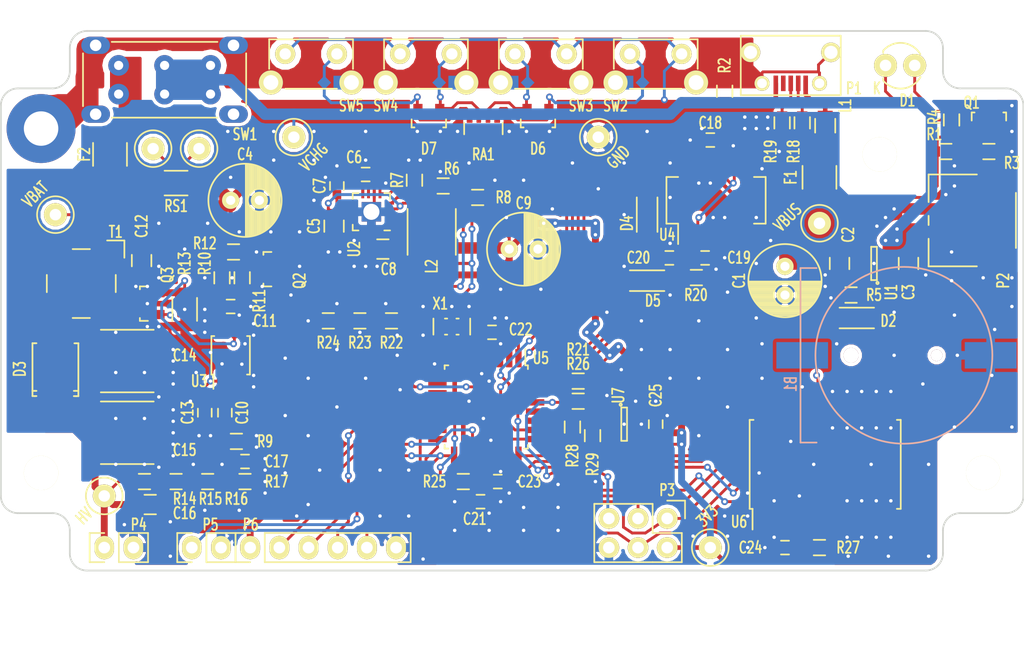
<source format=kicad_pcb>
(kicad_pcb (version 20171130) (host pcbnew "(5.1.12)-1")
  (title_block (title "Divergence Meter Control Board") (date 2017-02-19) (rev 0.20161231) (company q61.org) (comment 4 "License: CC BY-SA 4.0 International"))
  (layers (0 F.Cu signal) (31 B.Cu signal) (34 B.Paste user) (35 F.Paste user) (36 B.SilkS user) (37 F.SilkS user) (38 B.Mask user) (39 F.Mask user) (44 Edge.Cuts user))
  (net 0 "")
  (net 1 "Net-(B1-Pad1)")
  (net 2 GND)
  (net 3 /VBUS)
  (net 4 /VCHG)
  (net 5 /VBAT)
  (net 6 "Net-(C6-Pad1)")
  (net 7 "Net-(C6-Pad2)")
  (net 8 "Net-(C7-Pad1)")
  (net 9 +3V3)
  (net 10 "Net-(C10-Pad1)")
  (net 11 "Net-(C10-Pad2)")
  (net 12 "Net-(C11-Pad1)")
  (net 13 /ISEN)
  (net 14 HT)
  (net 15 /FB)
  (net 16 "Net-(C19-Pad1)")
  (net 17 /AVR_RST)
  (net 18 "Net-(C20-Pad2)")
  (net 19 /OPTO)
  (net 20 "Net-(C23-Pad1)")
  (net 21 "Net-(D1-Pad1)")
  (net 22 "Net-(D1-Pad2)")
  (net 23 /CHG_STAT)
  (net 24 "Net-(D3-Pad2)")
  (net 25 "Net-(D4-Pad1)")
  (net 26 /FT->AVR)
  (net 27 /FT<-AVR)
  (net 28 "Net-(D5-Pad2)")
  (net 29 "Net-(D6-Pad1)")
  (net 30 "Net-(D6-Pad2)")
  (net 31 "Net-(D7-Pad1)")
  (net 32 "Net-(D7-Pad2)")
  (net 33 "Net-(F1-Pad1)")
  (net 34 "Net-(F2-Pad1)")
  (net 35 /CHASSIS)
  (net 36 "Net-(L2-Pad1)")
  (net 37 "Net-(P1-Pad2)")
  (net 38 "Net-(P1-Pad3)")
  (net 39 "Net-(P1-Pad4)")
  (net 40 /MISO)
  (net 41 /SCK)
  (net 42 /MOSI)
  (net 43 /APWM)
  (net 44 /RCLK)
  (net 45 /CHG_LED)
  (net 46 /PG)
  (net 47 "Net-(Q2-Pad3)")
  (net 48 "Net-(Q3-Pad1)")
  (net 49 "Net-(Q3-Pad3)")
  (net 50 "Net-(R5-Pad1)")
  (net 51 "Net-(R6-Pad2)")
  (net 52 "Net-(R11-Pad1)")
  (net 53 "Net-(R14-Pad2)")
  (net 54 "Net-(R15-Pad2)")
  (net 55 "Net-(R18-Pad2)")
  (net 56 "Net-(R19-Pad2)")
  (net 57 "Net-(R22-Pad2)")
  (net 58 "Net-(R23-Pad2)")
  (net 59 /SQW)
  (net 60 /SCL)
  (net 61 /SDA)
  (net 62 /SW0)
  (net 63 /SW2)
  (net 64 /SW1)
  (net 65 /SW3)
  (net 66 "Net-(U4-Pad2)")
  (net 67 "Net-(U4-Pad5)")
  (net 68 "Net-(U4-Pad7)")
  (net 69 "Net-(U4-Pad8)")
  (net 70 "Net-(U4-Pad9)")
  (net 71 "Net-(U4-Pad10)")
  (net 72 "Net-(U4-Pad17)")
  (net 73 "Net-(U4-Pad18)")
  (net 74 "Net-(U4-Pad19)")
  (net 75 "Net-(U5-Pad7)")
  (net 76 "Net-(U5-Pad8)")
  (net 77 /DS_SS)
  (net 78 "Net-(U6-Pad3)")
  (net 79 "Net-(U6-Pad6)")
  (net 80 "Net-(L1-Pad1)")
  (net 81 "Net-(F2-Pad2)")
  (net 82 "Net-(U5-Pad10)")
  (net 83 "Net-(U5-Pad11)")
  (module LEDs:LED-3MM (layer F.Cu) (at 123.5 64.5)
    (fp_text reference D1 (at 1.91 3.06) (layer F.SilkS) (effects (font (size 1 0.7))))
    (fp_text value CHG)
    (fp_text user K (at -0.75 2) (layer F.SilkS) (effects (font (size 1 0.7))))
    (pad 1 thru_hole circle (at 0 0 90) (size 2 2) (drill 1.00076) (layers *.Cu *.Mask F.SilkS) (net 21 "Net-(D1-Pad1)"))
    (pad 2 thru_hole circle (at 2.54 0) (size 2 2) (drill 1.00076) (layers *.Cu *.Mask F.SilkS) (net 22 "Net-(D1-Pad2)"))
  )
  (module Connect:USB_Micro-B (layer F.Cu) (at 115.25 64.5 180)
    (fp_text reference P1 (at -5.5 -2 180) (layer F.SilkS) (effects (font (size 1 0.7))))
    (fp_text value USB_OTG)
    (pad 1 smd rect (at -1.3009 -1.56254 270) (size 1.35 0.4) (layers F.Cu F.Paste F.Mask) (net 80 "Net-(L1-Pad1)"))
    (pad 2 smd rect (at -0.6509 -1.56254 270) (size 1.35 0.4) (layers F.Cu F.Paste F.Mask) (net 37 "Net-(P1-Pad2)"))
    (pad 3 smd rect (at -0.0009 -1.56254 270) (size 1.35 0.4) (layers F.Cu F.Paste F.Mask) (net 38 "Net-(P1-Pad3)"))
    (pad 4 smd rect (at 0.6491 -1.56254 270) (size 1.35 0.4) (layers F.Cu F.Paste F.Mask) (net 39 "Net-(P1-Pad4)"))
    (pad 5 smd rect (at 1.2991 -1.56254 270) (size 1.35 0.4) (layers F.Cu F.Paste F.Mask) (net 2 GND))
    (pad 6 thru_hole oval (at -2.5009 -1.56254 270) (size 1.3 1.3) (drill oval 0.85) (layers *.Cu *.Mask F.SilkS) (net 35 /CHASSIS))
    (pad 6 thru_hole oval (at 2.4991 -1.56254 270) (size 1.3 1.3) (drill oval 0.85) (layers *.Cu *.Mask F.SilkS) (net 35 /CHASSIS))
    (pad 6 thru_hole oval (at -3.5009 1.13746 270) (size 1.7 1.7) (drill oval 1.15) (layers *.Cu *.Mask F.SilkS) (net 35 /CHASSIS))
    (pad 6 thru_hole oval (at 3.4991 1.13746 270) (size 1.7 1.7) (drill oval 1.15) (layers *.Cu *.Mask F.SilkS) (net 35 /CHASSIS))
  )
  (module Buttons_Switches_ThroughHole:SW_Tactile_SPST_Angled (layer F.Cu) (at 81.25 63.5)
    (fp_text reference SW4 (at -1.25 4.5) (layer F.SilkS) (effects (font (size 1 0.7))))
    (fp_text value Push)
    (pad 4 thru_hole circle (at 5.76 2.49) (size 2.1 2.1) (drill 1.3) (layers *.Cu *.Mask F.SilkS) (net 35 /CHASSIS))
    (pad 2 thru_hole circle (at 4.5 0) (size 1.75 1.75) (drill 0.99) (layers *.Cu *.Mask F.SilkS) (net 31 "Net-(D7-Pad1)"))
    (pad 1 thru_hole circle (at 0 0) (size 1.75 1.75) (drill 0.99) (layers *.Cu *.Mask F.SilkS) (net 2 GND))
    (pad 3 thru_hole circle (at -1.25 2.49) (size 2.1 2.1) (drill 1.3) (layers *.Cu *.Mask F.SilkS) (net 35 /CHASSIS))
  )
  (module q61:Ceralock_CSTCE-G (layer F.Cu) (at 85.75 87.25)
    (fp_text reference X1 (at -1 -2) (layer F.SilkS) (effects (font (size 1 0.7))))
    (fp_text value 8MHz)
    (pad 1 smd rect (at -1.2 0) (size 0.4 2.2) (layers F.Cu F.Paste F.Mask) (net 76 "Net-(U5-Pad8)"))
    (pad 3 smd rect (at 0 0) (size 0.4 2.2) (layers F.Cu F.Paste F.Mask) (net 2 GND))
    (pad 2 smd rect (at 1.2 0) (size 0.4 2.2) (layers F.Cu F.Paste F.Mask) (net 75 "Net-(U5-Pad7)"))
    (pad 1 smd rect (at -0.95 0) (size 0.3 2.2) (layers F.Cu F.Paste F.Mask) (net 76 "Net-(U5-Pad8)"))
    (pad 2 smd rect (at 0.95 0) (size 0.3 2.2) (layers F.Cu F.Paste F.Mask) (net 75 "Net-(U5-Pad7)"))
  )
  (module Pin_Headers:Pin_Header_Straight_2x03 (layer F.Cu) (at 104.5 106.5 270)
    (fp_text reference P3 (at -5 0) (layer F.SilkS) (effects (font (size 1 0.7))))
    (fp_text value ISP)
    (pad 1 thru_hole oval (at -2.54 0 270) (size 1.8 1.8) (drill 1.016) (layers *.Cu *.Mask F.SilkS) (net 40 /MISO))
    (pad 2 thru_hole oval (at 0 0 270) (size 1.8 1.8) (drill 1.016) (layers *.Cu *.Mask F.SilkS) (net 9 +3V3))
    (pad 3 thru_hole oval (at -2.54 2.54 270) (size 1.8 1.8) (drill 1.016) (layers *.Cu *.Mask F.SilkS) (net 41 /SCK))
    (pad 4 thru_hole oval (at 0 2.54 270) (size 1.8 1.8) (drill 1.016) (layers *.Cu *.Mask F.SilkS) (net 42 /MOSI))
    (pad 5 thru_hole oval (at -2.54 5.08 270) (size 1.8 1.8) (drill 1.016) (layers *.Cu *.Mask F.SilkS) (net 17 /AVR_RST))
    (pad 6 thru_hole oval (at 0 5.08 270) (size 1.8 1.8) (drill 1.016) (layers *.Cu *.Mask F.SilkS) (net 2 GND))
  )
  (module Pin_Headers:Pin_Header_Straight_1x06 (layer F.Cu) (at 68.2 106.5 90)
    (fp_text reference P6 (at 2 0.05 180) (layer F.SilkS) (effects (font (size 1 0.7))))
    (fp_text value DATA)
    (pad 1 thru_hole oval (at 0 0 90) (size 2.032 1.7272) (drill 1.016) (layers *.Cu *.Mask F.SilkS) (net 9 +3V3))
    (pad 2 thru_hole oval (at 0 2.54 90) (size 2.032 1.7272) (drill 1.016) (layers *.Cu *.Mask F.SilkS) (net 43 /APWM))
    (pad 3 thru_hole oval (at 0 5.08 90) (size 2.032 1.7272) (drill 1.016) (layers *.Cu *.Mask F.SilkS) (net 42 /MOSI))
    (pad 4 thru_hole oval (at 0 7.62 90) (size 2.032 1.7272) (drill 1.016) (layers *.Cu *.Mask F.SilkS) (net 44 /RCLK))
    (pad 5 thru_hole oval (at 0 10.16 90) (size 2.032 1.7272) (drill 1.016) (layers *.Cu *.Mask F.SilkS) (net 41 /SCK))
    (pad 6 thru_hole oval (at 0 12.7 90) (size 2.032 1.7272) (drill 1.016) (layers *.Cu *.Mask F.SilkS) (net 2 GND))
  )
  (module Pin_Headers:Pin_Header_Straight_1x02 (layer F.Cu) (at 63.12 106.5 90)
    (fp_text reference P5 (at 2 1.63 180) (layer F.SilkS) (effects (font (size 1 0.7))))
    (fp_text value OPTO)
    (pad 1 thru_hole oval (at 0 0 90) (size 2.032 1.7) (drill 1.016) (layers *.Cu *.Mask F.SilkS) (net 19 /OPTO))
    (pad 2 thru_hole oval (at 0 2.54 90) (size 2.032 1.7) (drill 1.016) (layers *.Cu *.Mask F.SilkS) (net 2 GND))
  )
  (module Pin_Headers:Pin_Header_Straight_1x02 (layer F.Cu) (at 55.5 106.5 90)
    (fp_text reference P4 (at 2 3 180) (layer F.SilkS) (effects (font (size 1 0.7))))
    (fp_text value HV)
    (pad 1 thru_hole oval (at 0 0 90) (size 2.032 1.7) (drill 1.016) (layers *.Cu *.Mask F.SilkS) (net 14 HT))
    (pad 2 thru_hole oval (at 0 2.54 90) (size 2.032 1.7) (drill 1.016) (layers *.Cu *.Mask F.SilkS) (net 2 GND))
  )
  (module Test_1 (layer F.Cu) (at 55.5 102)
    (fp_text reference TP6 hide)
    (fp_text value 170V)
    (pad 1 thru_hole circle (at 0 0) (size 2 2) (drill 1) (layers *.Cu *.Mask F.SilkS) (net 14 HT))
  )
  (module Housings_DFN_QFN:QFN-16-1EP_3x3mm_Pitch0.5mm (layer F.Cu) (at 78.75 77.25 180)
    (fp_text reference U2 (at 1.5 -3.25 270) (layer F.SilkS) (effects (font (size 1 0.7))))
    (fp_text value TLV62090)
    (pad 1 smd rect (at -1.575 -0.75 180) (size 0.8 0.25) (layers F.Cu F.Paste F.Mask) (net 36 "Net-(L2-Pad1)"))
    (pad 2 smd rect (at -1.575 -0.25 180) (size 0.8 0.25) (layers F.Cu F.Paste F.Mask) (net 36 "Net-(L2-Pad1)"))
    (pad 3 smd rect (at -1.575 0.25 180) (size 0.8 0.25) (layers F.Cu F.Paste F.Mask) (net 5 /VBAT))
    (pad 4 smd rect (at -1.575 0.75 180) (size 0.8 0.25) (layers F.Cu F.Paste F.Mask) (net 46 /PG))
    (pad 5 smd rect (at -0.75 1.575 270) (size 0.8 0.25) (layers F.Cu F.Paste F.Mask) (net 51 "Net-(R6-Pad2)"))
    (pad 6 smd rect (at -0.25 1.575 270) (size 0.8 0.25) (layers F.Cu F.Paste F.Mask) (net 2 GND))
    (pad 7 smd rect (at 0.25 1.575 270) (size 0.8 0.25) (layers F.Cu F.Paste F.Mask) (net 7 "Net-(C6-Pad2)"))
    (pad 8 smd rect (at 0.75 1.575 270) (size 0.8 0.25) (layers F.Cu F.Paste F.Mask) (net 6 "Net-(C6-Pad1)"))
    (pad 9 smd rect (at 1.575 0.75 180) (size 0.8 0.25) (layers F.Cu F.Paste F.Mask) (net 8 "Net-(C7-Pad1)"))
    (pad 10 smd rect (at 1.575 0.25 180) (size 0.8 0.25) (layers F.Cu F.Paste F.Mask) (net 5 /VBAT))
    (pad 11 smd rect (at 1.575 -0.25 180) (size 0.8 0.25) (layers F.Cu F.Paste F.Mask) (net 5 /VBAT))
    (pad 12 smd rect (at 1.575 -0.75 180) (size 0.8 0.25) (layers F.Cu F.Paste F.Mask) (net 5 /VBAT))
    (pad 13 smd rect (at 0.75 -1.575 270) (size 0.8 0.25) (layers F.Cu F.Paste F.Mask) (net 5 /VBAT))
    (pad 14 smd rect (at 0.25 -1.575 270) (size 0.8 0.25) (layers F.Cu F.Paste F.Mask) (net 2 GND))
    (pad 15 smd rect (at -0.25 -1.575 270) (size 0.8 0.25) (layers F.Cu F.Paste F.Mask) (net 2 GND))
    (pad 16 smd rect (at -0.75 -1.575 270) (size 0.8 0.25) (layers F.Cu F.Paste F.Mask) (net 9 +3V3))
    (pad 15 thru_hole rect (at 0 0 180) (size 1.7 1.7) (drill 1.4) (layers *.Cu *.Mask) (net 2 GND))
  )
  (module Connect:PINHEAD1-3 (layer F.Cu) (at 60.75 65.75)
    (fp_text reference SW1 (at 7 4.75) (layer F.SilkS) (effects (font (size 1 0.7))))
    (fp_text value PWR)
    (pad 3 thru_hole oval (at -4 -1.25) (size 1.8 1.8) (drill 0.8) (layers *.Cu *.Mask) (net 34 "Net-(F2-Pad1)"))
    (pad 2 thru_hole oval (at 0 -1.25) (size 1.8 1.8) (drill 0.8) (layers *.Cu *.Mask) (net 4 /VCHG))
    (pad 1 thru_hole oval (at 4 -1.25) (size 1.8 1.8) (drill 0.8) (layers *.Cu *.Mask) (net 4 /VCHG))
    (pad 3 thru_hole oval (at -4 1.25) (size 1.8 1.8) (drill 0.8) (layers *.Cu *.Mask) (net 34 "Net-(F2-Pad1)"))
    (pad 2 thru_hole oval (at 0 1.25) (size 1.8 1.8) (drill 0.8) (layers *.Cu *.Mask) (net 4 /VCHG))
    (pad 1 thru_hole oval (at 4 1.25) (size 1.8 1.8) (drill 0.8) (layers *.Cu *.Mask) (net 4 /VCHG))
    (pad 4 thru_hole oval (at -6 -3) (size 2.5 1.5) (drill 1) (layers *.Cu *.Mask) (net 35 /CHASSIS))
    (pad 4 thru_hole oval (at -6 3) (size 2.5 1.5) (drill 1) (layers *.Cu *.Mask) (net 35 /CHASSIS))
    (pad 4 thru_hole oval (at 6 3) (size 2.5 1.5) (drill 1) (layers *.Cu *.Mask))
    (pad 4 thru_hole oval (at 6 -3) (size 2.5 1.5) (drill 1) (layers *.Cu *.Mask) (net 35 /CHASSIS))
  )
  (module Mounting_Holes:MountingHole_3mm (layer F.Cu) (at 123 72.25)
    (fp_text reference REF** hide)
    (fp_text value MountingHole_3mm hide)
    (pad 1 np_thru_hole circle (at 0 0) (size 3 3) (drill 3) (layers *.Cu *.Mask F.SilkS))
  )
  (module Mounting_Holes:MountingHole_3mm (layer F.Cu) (at 132 100)
    (fp_text reference REF** hide)
    (fp_text value MountingHole_3mm hide)
    (pad 1 np_thru_hole circle (at 0 0) (size 3 3) (drill 3) (layers *.Cu *.Mask F.SilkS))
  )
  (module Mounting_Holes:MountingHole_3mm (layer F.Cu) (at 50 70)
    (fp_text reference REF** hide)
    (fp_text value MountingHole_3mm hide)
    (pad 1 thru_hole circle (at 0 0) (size 6 6) (drill 3) (layers *.Cu *.Mask) (net 35 /CHASSIS))
  )
  (module Transformer_LPR6235 (layer F.Cu) (at 53.5 83.5 180)
    (fp_text reference T1 (at -3 4.5 180) (layer F.SilkS) (effects (font (size 1 0.7))))
    (fp_text value LPR6235)
    (pad 1 smd rect (at -2.2 2.75 180) (size 2.4 1.3) (layers F.Cu F.Paste F.Mask) (net 5 /VBAT))
    (pad 2 smd rect (at 2.2 2.75 180) (size 2.4 1.3) (layers F.Cu F.Paste F.Mask) (net 49 "Net-(Q3-Pad3)"))
    (pad 3 smd rect (at 2.2 -2.75 180) (size 2.4 1.3) (layers F.Cu F.Paste F.Mask) (net 24 "Net-(D3-Pad2)"))
    (pad 4 smd rect (at -2.2 -2.75 180) (size 2.4 1.3) (layers F.Cu F.Paste F.Mask) (net 49 "Net-(Q3-Pad3)"))
    (pad 1 smd rect (at -2.75 1.55 180) (size 1.3 1.1) (layers F.Cu F.Paste F.Mask) (net 5 /VBAT))
    (pad 1 smd rect (at -2.1 2.1 225) (size 1.555 1.555) (layers F.Cu F.Paste F.Mask) (net 5 /VBAT))
    (pad 2 smd rect (at 2.75 1.55 180) (size 1.3 1.1) (layers F.Cu F.Paste F.Mask) (net 49 "Net-(Q3-Pad3)"))
    (pad 2 smd rect (at 2.1 2.1 225) (size 1.555 1.555) (layers F.Cu F.Paste F.Mask) (net 49 "Net-(Q3-Pad3)"))
    (pad 3 smd rect (at 2.75 -1.55 180) (size 1.3 1.1) (layers F.Cu F.Paste F.Mask) (net 24 "Net-(D3-Pad2)"))
    (pad 3 smd rect (at 2.1 -2.1 225) (size 1.555 1.555) (layers F.Cu F.Paste F.Mask) (net 24 "Net-(D3-Pad2)"))
    (pad 4 smd rect (at -2.75 -1.55 180) (size 1.3 1.1) (layers F.Cu F.Paste F.Mask) (net 49 "Net-(Q3-Pad3)"))
    (pad 4 smd rect (at -2.1 -2.1 225) (size 1.555 1.555) (layers F.Cu F.Paste F.Mask) (net 49 "Net-(Q3-Pad3)"))
  )
  (module TO_SOT_Packages_SMD:SOT-23 (layer F.Cu) (at 59.25 85.25 90)
    (fp_text reference Q3 (at 2.5 1.75 90) (layer F.SilkS) (effects (font (size 1 0.7))))
    (fp_text value RSR030N06TL)
    (pad 1 smd rect (at -0.95 1.05 90) (size 0.8001 0.9) (layers F.Cu F.Paste F.Mask) (net 48 "Net-(Q3-Pad1)"))
    (pad 2 smd rect (at 0.95 1.05 90) (size 0.8001 0.9) (layers F.Cu F.Paste F.Mask) (net 13 /ISEN))
    (pad 3 smd rect (at 0 -1.05 90) (size 0.8001 0.9) (layers F.Cu F.Paste F.Mask) (net 49 "Net-(Q3-Pad3)"))
  )
  (module q61:Battery_CR1220 (layer B.Cu) (at 120.5 89.75 90)
    (fp_text reference B1 (at -2.5 -5.25 90) (layer B.SilkS) (effects (font (size 1 0.7)) (justify mirror)))
    (fp_text value Battery)
    (pad 1 smd rect (at 0 -4.25 90) (size 2.3 4.5) (layers B.Cu B.Paste B.Mask) (net 1 "Net-(B1-Pad1)"))
    (pad 2 smd rect (at 0 12.15 90) (size 2.3 4.5) (layers B.Cu B.Paste B.Mask) (net 2 GND))
    (pad N1 thru_hole circle (at 0 0 90) (size 1.3 1.3) (drill 1.3) (layers *.Cu *.Mask B.SilkS))
    (pad N2 thru_hole circle (at 0 7.45 90) (size 1 1) (drill 1) (layers *.Cu *.Mask B.SilkS))
  )
  (module Capacitors_SMD:C_0805 (layer F.Cu) (at 119.5 81.75 270)
    (fp_text reference C2 (at -2.5 -0.75 270) (layer F.SilkS) (effects (font (size 1 0.7))))
    (fp_text value 4.7u)
    (pad 1 smd rect (at -1 0 270) (size 1 1.25) (layers F.Cu F.Paste F.Mask) (net 3 /VBUS))
    (pad 2 smd rect (at 1 0 270) (size 1 1.25) (layers F.Cu F.Paste F.Mask) (net 2 GND))
  )
  (module Capacitors_SMD:C_0805 (layer F.Cu) (at 125.5 81.75 270)
    (fp_text reference C3 (at 2.5 0 270) (layer F.SilkS) (effects (font (size 1 0.7))))
    (fp_text value 4.7u)
    (pad 1 smd rect (at -1 0 270) (size 1 1.25) (layers F.Cu F.Paste F.Mask) (net 4 /VCHG))
    (pad 2 smd rect (at 1 0 270) (size 1 1.25) (layers F.Cu F.Paste F.Mask) (net 2 GND))
  )
  (module Capacitors_SMD:C_0805 (layer F.Cu) (at 75.5 78.5 270)
    (fp_text reference C5 (at 0 1.75 270) (layer F.SilkS) (effects (font (size 1 0.7))))
    (fp_text value 22u)
    (pad 1 smd rect (at -1 0 270) (size 1 1.25) (layers F.Cu F.Paste F.Mask) (net 5 /VBAT))
    (pad 2 smd rect (at 1 0 270) (size 1 1.25) (layers F.Cu F.Paste F.Mask) (net 2 GND))
  )
  (module Capacitors_SMD:C_0603 (layer F.Cu) (at 78.25 74)
    (fp_text reference C6 (at -1 -1.5) (layer F.SilkS) (effects (font (size 1 0.7))))
    (fp_text value 0.01u)
    (pad 1 smd rect (at -0.75 0) (size 0.8 0.75) (layers F.Cu F.Paste F.Mask) (net 6 "Net-(C6-Pad1)"))
    (pad 2 smd rect (at 0.75 0) (size 0.8 0.75) (layers F.Cu F.Paste F.Mask) (net 7 "Net-(C6-Pad2)"))
  )
  (module Capacitors_SMD:C_0603 (layer F.Cu) (at 75.75 75 90)
    (fp_text reference C7 (at 0 -1.5 90) (layer F.SilkS) (effects (font (size 1 0.7))))
    (fp_text value 0.01u)
    (pad 1 smd rect (at -0.75 0 90) (size 0.8 0.75) (layers F.Cu F.Paste F.Mask) (net 8 "Net-(C7-Pad1)"))
    (pad 2 smd rect (at 0.75 0 90) (size 0.8 0.75) (layers F.Cu F.Paste F.Mask) (net 2 GND))
  )
  (module Capacitors_SMD:C_0805 (layer F.Cu) (at 79.75 80.5 180)
    (fp_text reference C8 (at -0.5 -1.75 180) (layer F.SilkS) (effects (font (size 1 0.7))))
    (fp_text value 22u)
    (pad 1 smd rect (at -1 0 180) (size 1 1.25) (layers F.Cu F.Paste F.Mask) (net 9 +3V3))
    (pad 2 smd rect (at 1 0 180) (size 1 1.25) (layers F.Cu F.Paste F.Mask) (net 2 GND))
  )
  (module Capacitors_SMD:C_0603 (layer F.Cu) (at 66 94.75 270)
    (fp_text reference C10 (at 0 -1.5 270) (layer F.SilkS) (effects (font (size 1 0.7))))
    (fp_text value 0.1u)
    (pad 1 smd rect (at -0.75 0 270) (size 0.8 0.75) (layers F.Cu F.Paste F.Mask) (net 10 "Net-(C10-Pad1)"))
    (pad 2 smd rect (at 0.75 0 270) (size 0.8 0.75) (layers F.Cu F.Paste F.Mask) (net 11 "Net-(C10-Pad2)"))
  )
  (module Capacitors_SMD:C_0603 (layer F.Cu) (at 66.5 85.5)
    (fp_text reference C11 (at 3 1.25) (layer F.SilkS) (effects (font (size 1 0.7))))
    (fp_text value 0.1u)
    (pad 1 smd rect (at -0.75 0) (size 0.8 0.75) (layers F.Cu F.Paste F.Mask) (net 12 "Net-(C11-Pad1)"))
    (pad 2 smd rect (at 0.75 0) (size 0.8 0.75) (layers F.Cu F.Paste F.Mask) (net 2 GND))
  )
  (module Capacitors_SMD:C_0805 (layer F.Cu) (at 58.75 81.5 270)
    (fp_text reference C12 (at -3 0 270) (layer F.SilkS) (effects (font (size 1 0.7))))
    (fp_text value 22u)
    (pad 1 smd rect (at -1 0 270) (size 1 1.25) (layers F.Cu F.Paste F.Mask) (net 5 /VBAT))
    (pad 2 smd rect (at 1 0 270) (size 1 1.25) (layers F.Cu F.Paste F.Mask) (net 2 GND))
  )
  (module Capacitors_SMD:C_0603 (layer F.Cu) (at 64.25 94.75 270)
    (fp_text reference C13 (at 0 1.5 270) (layer F.SilkS) (effects (font (size 1 0.7))))
    (fp_text value 0.01u)
    (pad 1 smd rect (at -0.75 0 270) (size 0.8 0.75) (layers F.Cu F.Paste F.Mask) (net 13 /ISEN))
    (pad 2 smd rect (at 0.75 0 270) (size 0.8 0.75) (layers F.Cu F.Paste F.Mask) (net 2 GND))
  )
  (module Capacitors_SMD:C_2220 (layer F.Cu) (at 57.5 90.25)
    (fp_text reference C14 (at 5 -0.5) (layer F.SilkS) (effects (font (size 1 0.7))))
    (fp_text value 1u)
    (pad 1 smd rect (at -2.8 0) (size 1 5) (layers F.Cu F.Paste F.Mask) (net 14 HT))
    (pad 2 smd rect (at 2.8 0) (size 1 5) (layers F.Cu F.Paste F.Mask) (net 2 GND))
  )
  (module Capacitors_SMD:C_2220 (layer F.Cu) (at 57.5 96.5)
    (fp_text reference C15 (at 5 1.5) (layer F.SilkS) (effects (font (size 1 0.7))))
    (fp_text value 1u)
    (pad 1 smd rect (at -2.8 0) (size 1 5) (layers F.Cu F.Paste F.Mask) (net 14 HT))
    (pad 2 smd rect (at 2.8 0) (size 1 5) (layers F.Cu F.Paste F.Mask) (net 2 GND))
  )
  (module Capacitors_SMD:C_0805 (layer F.Cu) (at 59.5 102.75)
    (fp_text reference C16 (at 3 0.75) (layer F.SilkS) (effects (font (size 1 0.7))))
    (fp_text value 100p)
    (pad 1 smd rect (at -1 0) (size 1 1.25) (layers F.Cu F.Paste F.Mask) (net 14 HT))
    (pad 2 smd rect (at 1 0) (size 1 1.25) (layers F.Cu F.Paste F.Mask) (net 15 /FB))
  )
  (module Capacitors_SMD:C_0603 (layer F.Cu) (at 67.75 99)
    (fp_text reference C17 (at 2.75 0) (layer F.SilkS) (effects (font (size 1 0.7))))
    (fp_text value 0.01u)
    (pad 1 smd rect (at -0.75 0) (size 0.8 0.75) (layers F.Cu F.Paste F.Mask) (net 15 /FB))
    (pad 2 smd rect (at 0.75 0) (size 0.8 0.75) (layers F.Cu F.Paste F.Mask) (net 2 GND))
  )
  (module Capacitors_SMD:C_0603 (layer F.Cu) (at 108.25 71 180)
    (fp_text reference C18 (at 0 1.5 180) (layer F.SilkS) (effects (font (size 1 0.7))))
    (fp_text value 0.1u)
    (pad 1 smd rect (at -0.75 0 180) (size 0.8 0.75) (layers F.Cu F.Paste F.Mask) (net 3 /VBUS))
    (pad 2 smd rect (at 0.75 0 180) (size 0.8 0.75) (layers F.Cu F.Paste F.Mask) (net 2 GND))
  )
  (module Capacitors_SMD:C_0603 (layer F.Cu) (at 107.7975 81.2665)
    (fp_text reference C19 (at 2.9525 -0.0165) (layer F.SilkS) (effects (font (size 1 0.7))))
    (fp_text value 0.1u)
    (pad 1 smd rect (at -0.75 0) (size 0.8 0.75) (layers F.Cu F.Paste F.Mask) (net 16 "Net-(C19-Pad1)"))
    (pad 2 smd rect (at 0.75 0) (size 0.8 0.75) (layers F.Cu F.Paste F.Mask) (net 2 GND))
  )
  (module Capacitors_SMD:C_0603 (layer F.Cu) (at 104.686 81.2665)
    (fp_text reference C20 (at -2.686 -0.0165) (layer F.SilkS) (effects (font (size 1 0.7))))
    (fp_text value 0.1u)
    (pad 1 smd rect (at -0.75 0) (size 0.8 0.75) (layers F.Cu F.Paste F.Mask) (net 17 /AVR_RST))
    (pad 2 smd rect (at 0.75 0) (size 0.8 0.75) (layers F.Cu F.Paste F.Mask) (net 18 "Net-(C20-Pad2)"))
  )
  (module Capacitors_SMD:C_0603 (layer F.Cu) (at 88.25 102.5)
    (fp_text reference C21 (at -0.5 1.5) (layer F.SilkS) (effects (font (size 1 0.7))))
    (fp_text value 1u)
    (pad 1 smd rect (at -0.75 0) (size 0.8 0.75) (layers F.Cu F.Paste F.Mask) (net 19 /OPTO))
    (pad 2 smd rect (at 0.75 0) (size 0.8 0.75) (layers F.Cu F.Paste F.Mask) (net 2 GND))
  )
  (module Capacitors_SMD:C_0603 (layer F.Cu) (at 89.25 87.75)
    (fp_text reference C22 (at 2.5 -0.25) (layer F.SilkS) (effects (font (size 1 0.7))))
    (fp_text value 0.1u)
    (pad 1 smd rect (at -0.75 0) (size 0.8 0.75) (layers F.Cu F.Paste F.Mask) (net 9 +3V3))
    (pad 2 smd rect (at 0.75 0) (size 0.8 0.75) (layers F.Cu F.Paste F.Mask) (net 2 GND))
  )
  (module Capacitors_SMD:C_0603 (layer F.Cu) (at 89.75 100.75)
    (fp_text reference C23 (at 2.75 0) (layer F.SilkS) (effects (font (size 1 0.7))))
    (fp_text value 0.1u)
    (pad 1 smd rect (at -0.75 0) (size 0.8 0.75) (layers F.Cu F.Paste F.Mask) (net 20 "Net-(C23-Pad1)"))
    (pad 2 smd rect (at 0.75 0) (size 0.8 0.75) (layers F.Cu F.Paste F.Mask) (net 2 GND))
  )
  (module Capacitors_SMD:C_0603 (layer F.Cu) (at 114.75 106.5 180)
    (fp_text reference C24 (at 3 0 180) (layer F.SilkS) (effects (font (size 1 0.7))))
    (fp_text value 0.1u)
    (pad 1 smd rect (at -0.75 0 180) (size 0.8 0.75) (layers F.Cu F.Paste F.Mask) (net 9 +3V3))
    (pad 2 smd rect (at 0.75 0 180) (size 0.8 0.75) (layers F.Cu F.Paste F.Mask) (net 2 GND))
  )
  (module Capacitors_SMD:C_0603 (layer F.Cu) (at 103.5 95.75 270)
    (fp_text reference C25 (at -2.5 0 270) (layer F.SilkS) (effects (font (size 1 0.7))))
    (fp_text value 0.1u)
    (pad 1 smd rect (at -0.75 0 270) (size 0.8 0.75) (layers F.Cu F.Paste F.Mask) (net 2 GND))
    (pad 2 smd rect (at 0.75 0 270) (size 0.8 0.75) (layers F.Cu F.Paste F.Mask) (net 9 +3V3))
  )
  (module Diodes_SMD:SOD-123 (layer F.Cu) (at 120.5 86.5 180)
    (fp_text reference D2 (at -3.25 -0.25 180) (layer F.SilkS) (effects (font (size 1 0.7))))
    (fp_text value D_Small)
    (pad 1 smd rect (at -1.635 0 180) (size 0.91 1.22) (layers F.Cu F.Paste F.Mask) (net 21 "Net-(D1-Pad1)"))
    (pad 2 smd rect (at 1.635 0 180) (size 0.91 1.22) (layers F.Cu F.Paste F.Mask) (net 23 /CHG_STAT))
  )
  (module Diodes_SMD:SMB_Standard (layer F.Cu) (at 51.25 91 90)
    (fp_text reference D3 (at 0.05 -3.1 90) (layer F.SilkS) (effects (font (size 1 0.7))))
    (fp_text value STPS4S200)
    (pad 1 smd rect (at -2.14884 0 90) (size 2.49936 2.30124) (layers F.Cu F.Paste F.Mask) (net 14 HT))
    (pad 2 smd rect (at 2.14884 0 90) (size 2.49936 2.30124) (layers F.Cu F.Paste F.Mask) (net 24 "Net-(D3-Pad2)"))
  )
  (module Diodes_SMD:SOD-123 (layer F.Cu) (at 102.75 78 270)
    (fp_text reference D4 (at 0.25 1.75 270) (layer F.SilkS) (effects (font (size 1 0.7))))
    (fp_text value D_Small)
    (pad 1 smd rect (at -1.635 0 270) (size 0.91 1.22) (layers F.Cu F.Paste F.Mask) (net 25 "Net-(D4-Pad1)"))
    (pad 2 smd rect (at 1.635 0 270) (size 0.91 1.22) (layers F.Cu F.Paste F.Mask) (net 26 /FT->AVR))
  )
  (module Diodes_SMD:SOD-123 (layer F.Cu) (at 103.25 83.25)
    (fp_text reference D5 (at 0 1.75) (layer F.SilkS) (effects (font (size 1 0.7))))
    (fp_text value D_Small)
    (pad 1 smd rect (at -1.635 0) (size 0.91 1.22) (layers F.Cu F.Paste F.Mask) (net 27 /FT<-AVR))
    (pad 2 smd rect (at 1.635 0) (size 0.91 1.22) (layers F.Cu F.Paste F.Mask) (net 28 "Net-(D5-Pad2)"))
  )
  (module TO_SOT_Packages_SMD:SOT-23 (layer F.Cu) (at 93.25 69.25 180)
    (fp_text reference D6 (at 0 -2.5 180) (layer F.SilkS) (effects (font (size 1 0.7))))
    (fp_text value MMBZ9V1ALT1G)
    (pad 1 smd rect (at -0.95 1.00076 180) (size 0.8001 0.8001) (layers F.Cu F.Paste F.Mask) (net 29 "Net-(D6-Pad1)"))
    (pad 2 smd rect (at 0.95 1.00076 180) (size 0.8001 0.8001) (layers F.Cu F.Paste F.Mask) (net 30 "Net-(D6-Pad2)"))
    (pad 3 smd rect (at 0 -0.99822 180) (size 0.8001 0.8001) (layers F.Cu F.Paste F.Mask) (net 2 GND))
  )
  (module TO_SOT_Packages_SMD:SOT-23 (layer F.Cu) (at 83.75 69.25 180)
    (fp_text reference D7 (at 0 -2.5 180) (layer F.SilkS) (effects (font (size 1 0.7))))
    (fp_text value MMBZ9V1ALT1G)
    (pad 1 smd rect (at -0.95 1.00076 180) (size 0.8001 0.8001) (layers F.Cu F.Paste F.Mask) (net 31 "Net-(D7-Pad1)"))
    (pad 2 smd rect (at 0.95 1.00076 180) (size 0.8001 0.8001) (layers F.Cu F.Paste F.Mask) (net 32 "Net-(D7-Pad2)"))
    (pad 3 smd rect (at 0 -0.99822 180) (size 0.8001 0.8001) (layers F.Cu F.Paste F.Mask) (net 2 GND))
  )
  (module Resistors_SMD:R_1210 (layer F.Cu) (at 117.75 74.25 270)
    (fp_text reference F1 (at 0 2.5 270) (layer F.SilkS) (effects (font (size 1 0.7))))
    (fp_text value 1.1A)
    (pad 1 smd rect (at -1.45 0 270) (size 0.9 2.5) (layers F.Cu F.Paste F.Mask) (net 33 "Net-(F1-Pad1)"))
    (pad 2 smd rect (at 1.45 0 270) (size 0.9 2.5) (layers F.Cu F.Paste F.Mask) (net 3 /VBUS))
  )
  (module Resistors_SMD:R_1210 (layer F.Cu) (at 56 72.25 270)
    (fp_text reference F2 (at 0 2.25 270) (layer F.SilkS) (effects (font (size 1 0.7))))
    (fp_text value 1.1A)
    (pad 1 smd rect (at -1.45 0 270) (size 0.9 2.5) (layers F.Cu F.Paste F.Mask) (net 34 "Net-(F2-Pad1)"))
    (pad 2 smd rect (at 1.45 0 270) (size 0.9 2.5) (layers F.Cu F.Paste F.Mask) (net 81 "Net-(F2-Pad2)"))
  )
  (module q61:SparkGap_0.2mm (layer B.Cu) (at 101.75 66 180)
    (fp_text reference G1 hide)
    (fp_text value Jumper_NO_Small)
    (pad 1 smd rect (at -0.6 0 135) (size 0.848 0.848) (layers B.Cu B.Paste B.Mask) (net 29 "Net-(D6-Pad1)"))
    (pad 2 smd rect (at 0.6 0 180) (size 0.8 1.2) (layers B.Cu B.Paste B.Mask) (net 35 /CHASSIS))
  )
  (module q61:SparkGap_0.2mm (layer B.Cu) (at 91.75 66 180)
    (fp_text reference G2 hide)
    (fp_text value Jumper_NO_Small)
    (pad 1 smd rect (at -0.6 0 135) (size 0.848 0.848) (layers B.Cu B.Paste B.Mask) (net 30 "Net-(D6-Pad2)"))
    (pad 2 smd rect (at 0.6 0 180) (size 0.8 1.2) (layers B.Cu B.Paste B.Mask) (net 35 /CHASSIS))
  )
  (module q61:SparkGap_0.2mm (layer B.Cu) (at 85.25 66)
    (fp_text reference G3 hide)
    (fp_text value Jumper_NO_Small)
    (pad 1 smd rect (at -0.6 0 315) (size 0.848 0.848) (layers B.Cu B.Paste B.Mask) (net 31 "Net-(D7-Pad1)"))
    (pad 2 smd rect (at 0.6 0) (size 0.8 1.2) (layers B.Cu B.Paste B.Mask) (net 35 /CHASSIS))
  )
  (module q61:SparkGap_0.2mm (layer B.Cu) (at 75.25 66)
    (fp_text reference G4 hide)
    (fp_text value Jumper_NO_Small)
    (pad 1 smd rect (at -0.6 0 315) (size 0.848 0.848) (layers B.Cu B.Paste B.Mask) (net 32 "Net-(D7-Pad2)"))
    (pad 2 smd rect (at 0.6 0) (size 0.8 1.2) (layers B.Cu B.Paste B.Mask) (net 35 /CHASSIS))
  )
  (module Resistors_SMD:R_0805 (layer F.Cu) (at 118.25 69.75 270)
    (fp_text reference L1 (at -1.75 -1.75 270) (layer F.SilkS) (effects (font (size 1 0.7))))
    (fp_text value Ferrite)
    (pad 1 smd rect (at -0.95 0 270) (size 0.7 1.3) (layers F.Cu F.Paste F.Mask) (net 80 "Net-(L1-Pad1)"))
    (pad 2 smd rect (at 0.95 0 270) (size 0.7 1.3) (layers F.Cu F.Paste F.Mask) (net 33 "Net-(F1-Pad1)"))
  )
  (module Inductors:Inductor_Taiyo-Yuden_NR-40xx (layer F.Cu) (at 84 79 270)
    (fp_text reference L2 (at 3 0 270) (layer F.SilkS) (effects (font (size 1 0.7))))
    (fp_text value 1uH)
    (pad 1 smd rect (at -1.4 0 270) (size 1.2 3.9) (layers F.Cu F.Paste F.Mask) (net 36 "Net-(L2-Pad1)"))
    (pad 2 smd rect (at 1.4 0 270) (size 1.2 3.9) (layers F.Cu F.Paste F.Mask) (net 9 +3V3))
  )
  (module q61:Conn_S2B-PH-SM4-TB (layer F.Cu) (at 127.25 78 270)
    (fp_text reference P2 (at 5.25 -6.5 270) (layer F.SilkS) (effects (font (size 1 0.7))))
    (fp_text value LiPo)
    (pad 1 smd rect (at 1 0 270) (size 1 4) (layers F.Cu F.Paste F.Mask) (net 4 /VCHG))
    (pad 2 smd rect (at -1 0 270) (size 1 4) (layers F.Cu F.Paste F.Mask) (net 2 GND))
    (pad 3 smd rect (at 3.35 -6 270) (size 1.5 3.4) (layers F.Cu F.Paste F.Mask))
    (pad 4 smd rect (at -3.35 -6 270) (size 1.5 3.4) (layers F.Cu F.Paste F.Mask))
  )
  (module TO_SOT_Packages_SMD:SOT-23 (layer F.Cu) (at 132.5 69.25)
    (fp_text reference Q1 (at -1.5 -1.5) (layer F.SilkS) (effects (font (size 1 0.7))))
    (fp_text value 2N7002)
    (pad 1 smd rect (at -0.95 1.00076) (size 0.8001 0.8001) (layers F.Cu F.Paste F.Mask) (net 45 /CHG_LED))
    (pad 2 smd rect (at 0.95 1.00076) (size 0.8001 0.8001) (layers F.Cu F.Paste F.Mask) (net 2 GND))
    (pad 3 smd rect (at 0 -0.99822) (size 0.8001 0.8001) (layers F.Cu F.Paste F.Mask) (net 22 "Net-(D1-Pad2)"))
  )
  (module TO_SOT_Packages_SMD:SOT-23 (layer F.Cu) (at 70 82.25 90)
    (fp_text reference Q2 (at -1 2.5 90) (layer F.SilkS) (effects (font (size 1 0.7))))
    (fp_text value 2N7002)
    (pad 1 smd rect (at -0.95 1.00076 90) (size 0.8001 0.8001) (layers F.Cu F.Paste F.Mask) (net 46 /PG))
    (pad 2 smd rect (at 0.95 1.00076 90) (size 0.8001 0.8001) (layers F.Cu F.Paste F.Mask) (net 2 GND))
    (pad 3 smd rect (at 0 -0.99822 90) (size 0.8001 0.8001) (layers F.Cu F.Paste F.Mask) (net 47 "Net-(Q2-Pad3)"))
  )
  (module Resistors_SMD:R_0603 (layer F.Cu) (at 128.75 72)
    (fp_text reference R1 (at -1 -1.5) (layer F.SilkS) (effects (font (size 1 0.7))))
    (fp_text value 1M)
    (pad 1 smd rect (at -0.75 0) (size 0.5 0.9) (layers F.Cu F.Paste F.Mask) (net 3 /VBUS))
    (pad 2 smd rect (at 0.75 0) (size 0.5 0.9) (layers F.Cu F.Paste F.Mask) (net 2 GND))
  )
  (module Resistors_SMD:R_0603 (layer F.Cu) (at 109.5 66.75 270)
    (fp_text reference R2 (at -2.25 0 270) (layer F.SilkS) (effects (font (size 1 0.7))))
    (fp_text value 1M)
    (pad 1 smd rect (at -0.75 0 270) (size 0.5 0.9) (layers F.Cu F.Paste F.Mask) (net 35 /CHASSIS))
    (pad 2 smd rect (at 0.75 0 270) (size 0.5 0.9) (layers F.Cu F.Paste F.Mask) (net 2 GND))
  )
  (module Resistors_SMD:R_0603 (layer F.Cu) (at 132.5 72)
    (fp_text reference R3 (at 2 1) (layer F.SilkS) (effects (font (size 1 0.7))))
    (fp_text value 470k)
    (pad 1 smd rect (at -0.75 0) (size 0.5 0.9) (layers F.Cu F.Paste F.Mask) (net 45 /CHG_LED))
    (pad 2 smd rect (at 0.75 0) (size 0.5 0.9) (layers F.Cu F.Paste F.Mask) (net 2 GND))
  )
  (module Resistors_SMD:R_0603 (layer F.Cu) (at 129.25 69.25 90)
    (fp_text reference R4 (at 0.25 -1.5 90) (layer F.SilkS) (effects (font (size 1 0.7))))
    (fp_text value 1k)
    (pad 1 smd rect (at -0.75 0 90) (size 0.5 0.9) (layers F.Cu F.Paste F.Mask) (net 3 /VBUS))
    (pad 2 smd rect (at 0.75 0 90) (size 0.5 0.9) (layers F.Cu F.Paste F.Mask) (net 22 "Net-(D1-Pad2)"))
  )
  (module Resistors_SMD:R_0603 (layer F.Cu) (at 120.5 84.5 180)
    (fp_text reference R5 (at -2 0 180) (layer F.SilkS) (effects (font (size 1 0.7))))
    (fp_text value 2k)
    (pad 1 smd rect (at -0.75 0 180) (size 0.5 0.9) (layers F.Cu F.Paste F.Mask) (net 50 "Net-(R5-Pad1)"))
    (pad 2 smd rect (at 0.75 0 180) (size 0.5 0.9) (layers F.Cu F.Paste F.Mask) (net 2 GND))
  )
  (module Resistors_SMD:R_0603 (layer F.Cu) (at 85 75 180)
    (fp_text reference R6 (at -0.75 1.5 180) (layer F.SilkS) (effects (font (size 1 0.7))))
    (fp_text value 470k)
    (pad 1 smd rect (at -0.75 0 180) (size 0.5 0.9) (layers F.Cu F.Paste F.Mask) (net 9 +3V3))
    (pad 2 smd rect (at 0.75 0 180) (size 0.5 0.9) (layers F.Cu F.Paste F.Mask) (net 51 "Net-(R6-Pad2)"))
  )
  (module Resistors_SMD:R_0603 (layer F.Cu) (at 82.5 74.5 90)
    (fp_text reference R7 (at 0 -1.5 90) (layer F.SilkS) (effects (font (size 1 0.7))))
    (fp_text value 150k)
    (pad 1 smd rect (at -0.75 0 90) (size 0.5 0.9) (layers F.Cu F.Paste F.Mask) (net 51 "Net-(R6-Pad2)"))
    (pad 2 smd rect (at 0.75 0 90) (size 0.5 0.9) (layers F.Cu F.Paste F.Mask) (net 2 GND))
  )
  (module Resistors_SMD:R_0603 (layer F.Cu) (at 88 76 180)
    (fp_text reference R8 (at -2.25 0 180) (layer F.SilkS) (effects (font (size 1 0.7))))
    (fp_text value 100k)
    (pad 1 smd rect (at -0.75 0 180) (size 0.5 0.9) (layers F.Cu F.Paste F.Mask) (net 9 +3V3))
    (pad 2 smd rect (at 0.75 0 180) (size 0.5 0.9) (layers F.Cu F.Paste F.Mask) (net 46 /PG))
  )
  (module Resistors_SMD:R_0603 (layer F.Cu) (at 67 97.25)
    (fp_text reference R9 (at 2.5 0) (layer F.SilkS) (effects (font (size 1 0.7))))
    (fp_text value 1k)
    (pad 1 smd rect (at -0.75 0) (size 0.5 0.9) (layers F.Cu F.Paste F.Mask) (net 11 "Net-(C10-Pad2)"))
    (pad 2 smd rect (at 0.75 0) (size 0.5 0.9) (layers F.Cu F.Paste F.Mask) (net 2 GND))
  )
  (module Resistors_SMD:R_0603 (layer F.Cu) (at 65.75 83 270)
    (fp_text reference R10 (at -1.25 1.5 270) (layer F.SilkS) (effects (font (size 1 0.7))))
    (fp_text value 20)
    (pad 1 smd rect (at -0.75 0 270) (size 0.5 0.9) (layers F.Cu F.Paste F.Mask) (net 5 /VBAT))
    (pad 2 smd rect (at 0.75 0 270) (size 0.5 0.9) (layers F.Cu F.Paste F.Mask) (net 12 "Net-(C11-Pad1)"))
  )
  (module Resistors_SMD:R_0603 (layer F.Cu) (at 67.5 83 90)
    (fp_text reference R11 (at -2 1.5 90) (layer F.SilkS) (effects (font (size 1 0.7))))
    (fp_text value 150k)
    (pad 1 smd rect (at -0.75 0 90) (size 0.5 0.9) (layers F.Cu F.Paste F.Mask) (net 52 "Net-(R11-Pad1)"))
    (pad 2 smd rect (at 0.75 0 90) (size 0.5 0.9) (layers F.Cu F.Paste F.Mask) (net 47 "Net-(Q2-Pad3)"))
  )
  (module Resistors_SMD:R_0603 (layer F.Cu) (at 66.75 80.75 180)
    (fp_text reference R12 (at 2.5 0.75 180) (layer F.SilkS) (effects (font (size 1 0.7))))
    (fp_text value 10k)
    (pad 1 smd rect (at -0.75 0 180) (size 0.5 0.9) (layers F.Cu F.Paste F.Mask) (net 47 "Net-(Q2-Pad3)"))
    (pad 2 smd rect (at 0.75 0 180) (size 0.5 0.9) (layers F.Cu F.Paste F.Mask) (net 5 /VBAT))
  )
  (module Resistors_SMD:R_1206 (layer F.Cu) (at 62.5 85.75 270)
    (fp_text reference R13 (at -4 0 270) (layer F.SilkS) (effects (font (size 1 0.7))))
    (fp_text value 0.1)
    (pad 1 smd rect (at -1.45 0 270) (size 0.9 1.7) (layers F.Cu F.Paste F.Mask) (net 13 /ISEN))
    (pad 2 smd rect (at 1.45 0 270) (size 0.9 1.7) (layers F.Cu F.Paste F.Mask) (net 2 GND))
  )
  (module Resistors_SMD:R_0603 (layer F.Cu) (at 59 100.75)
    (fp_text reference R14 (at 3.5 1.5) (layer F.SilkS) (effects (font (size 1 0.7))))
    (fp_text value 24k)
    (pad 1 smd rect (at -0.75 0) (size 0.5 0.9) (layers F.Cu F.Paste F.Mask) (net 14 HT))
    (pad 2 smd rect (at 0.75 0) (size 0.5 0.9) (layers F.Cu F.Paste F.Mask) (net 53 "Net-(R14-Pad2)"))
  )
  (module Resistors_SMD:R_0603 (layer F.Cu) (at 61.75 100.75)
    (fp_text reference R15 (at 3 1.5) (layer F.SilkS) (effects (font (size 1 0.7))))
    (fp_text value 820k)
    (pad 1 smd rect (at -0.75 0) (size 0.5 0.9) (layers F.Cu F.Paste F.Mask) (net 53 "Net-(R14-Pad2)"))
    (pad 2 smd rect (at 0.75 0) (size 0.5 0.9) (layers F.Cu F.Paste F.Mask) (net 54 "Net-(R15-Pad2)"))
  )
  (module Resistors_SMD:R_0603 (layer F.Cu) (at 64.5 100.75)
    (fp_text reference R16 (at 2.5 1.5) (layer F.SilkS) (effects (font (size 1 0.7))))
    (fp_text value 1M)
    (pad 1 smd rect (at -0.75 0) (size 0.5 0.9) (layers F.Cu F.Paste F.Mask) (net 54 "Net-(R15-Pad2)"))
    (pad 2 smd rect (at 0.75 0) (size 0.5 0.9) (layers F.Cu F.Paste F.Mask) (net 15 /FB))
  )
  (module Resistors_SMD:R_0603 (layer F.Cu) (at 67.75 100.75)
    (fp_text reference R17 (at 2.75 0) (layer F.SilkS) (effects (font (size 1 0.7))))
    (fp_text value 13k)
    (pad 1 smd rect (at -0.75 0) (size 0.5 0.9) (layers F.Cu F.Paste F.Mask) (net 15 /FB))
    (pad 2 smd rect (at 0.75 0) (size 0.5 0.9) (layers F.Cu F.Paste F.Mask) (net 2 GND))
  )
  (module Resistors_SMD:R_0603 (layer F.Cu) (at 116.25 69.5 270)
    (fp_text reference R18 (at 2.5 0.75 270) (layer F.SilkS) (effects (font (size 1 0.7))))
    (fp_text value 27)
    (pad 1 smd rect (at -0.75 0 270) (size 0.5 0.9) (layers F.Cu F.Paste F.Mask) (net 37 "Net-(P1-Pad2)"))
    (pad 2 smd rect (at 0.75 0 270) (size 0.5 0.9) (layers F.Cu F.Paste F.Mask) (net 55 "Net-(R18-Pad2)"))
  )
  (module Resistors_SMD:R_0603 (layer F.Cu) (at 114.5 69.5 270)
    (fp_text reference R19 (at 2.5 1 270) (layer F.SilkS) (effects (font (size 1 0.7))))
    (fp_text value 27)
    (pad 1 smd rect (at -0.75 0 270) (size 0.5 0.9) (layers F.Cu F.Paste F.Mask) (net 38 "Net-(P1-Pad3)"))
    (pad 2 smd rect (at 0.75 0 270) (size 0.5 0.9) (layers F.Cu F.Paste F.Mask) (net 56 "Net-(R19-Pad2)"))
  )
  (module Resistors_SMD:R_0603 (layer F.Cu) (at 107.0355 82.981)
    (fp_text reference R20 (at -0.0355 1.519) (layer F.SilkS) (effects (font (size 1 0.7))))
    (fp_text value 1k)
    (pad 1 smd rect (at -0.75 0) (size 0.5 0.9) (layers F.Cu F.Paste F.Mask) (net 16 "Net-(C19-Pad1)"))
    (pad 2 smd rect (at 0.75 0) (size 0.5 0.9) (layers F.Cu F.Paste F.Mask) (net 28 "Net-(D5-Pad2)"))
  )
  (module Resistors_SMD:R_0603 (layer F.Cu) (at 96.75 92 180)
    (fp_text reference R21 (at 0 2.75 180) (layer F.SilkS) (effects (font (size 1 0.7))))
    (fp_text value 1k)
    (pad 1 smd rect (at -0.75 0 180) (size 0.5 0.9) (layers F.Cu F.Paste F.Mask) (net 9 +3V3))
    (pad 2 smd rect (at 0.75 0 180) (size 0.5 0.9) (layers F.Cu F.Paste F.Mask) (net 26 /FT->AVR))
  )
  (module Resistors_SMD:R_0603 (layer F.Cu) (at 80.5 86.75 180)
    (fp_text reference R22 (at 0 -1.9 180) (layer F.SilkS) (effects (font (size 1 0.7))))
    (fp_text value 100k)
    (pad 1 smd rect (at -0.75 0 180) (size 0.5 0.9) (layers F.Cu F.Paste F.Mask) (net 5 /VBAT))
    (pad 2 smd rect (at 0.75 0 180) (size 0.5 0.9) (layers F.Cu F.Paste F.Mask) (net 57 "Net-(R22-Pad2)"))
  )
  (module Resistors_SMD:R_0603 (layer F.Cu) (at 77.75 86.75 180)
    (fp_text reference R23 (at 0 -1.9 180) (layer F.SilkS) (effects (font (size 1 0.7))))
    (fp_text value 100k)
    (pad 1 smd rect (at -0.75 0 180) (size 0.5 0.9) (layers F.Cu F.Paste F.Mask) (net 57 "Net-(R22-Pad2)"))
    (pad 2 smd rect (at 0.75 0 180) (size 0.5 0.9) (layers F.Cu F.Paste F.Mask) (net 58 "Net-(R23-Pad2)"))
  )
  (module Resistors_SMD:R_0603 (layer F.Cu) (at 75 86.75 180)
    (fp_text reference R24 (at 0 -1.9 180) (layer F.SilkS) (effects (font (size 1 0.7))))
    (fp_text value 100k)
    (pad 1 smd rect (at -0.75 0 180) (size 0.5 0.9) (layers F.Cu F.Paste F.Mask) (net 58 "Net-(R23-Pad2)"))
    (pad 2 smd rect (at 0.75 0 180) (size 0.5 0.9) (layers F.Cu F.Paste F.Mask) (net 2 GND))
  )
  (module Resistors_SMD:R_0603 (layer F.Cu) (at 86.75 100.75)
    (fp_text reference R25 (at -2.5 0) (layer F.SilkS) (effects (font (size 1 0.7))))
    (fp_text value 47k)
    (pad 1 smd rect (at -0.75 0) (size 0.5 0.9) (layers F.Cu F.Paste F.Mask) (net 9 +3V3))
    (pad 2 smd rect (at 0.75 0) (size 0.5 0.9) (layers F.Cu F.Paste F.Mask) (net 19 /OPTO))
  )
  (module Resistors_SMD:R_0603 (layer F.Cu) (at 96.75 93.75 180)
    (fp_text reference R26 (at 0 3.25 180) (layer F.SilkS) (effects (font (size 1 0.7))))
    (fp_text value 10k)
    (pad 1 smd rect (at -0.75 0 180) (size 0.5 0.9) (layers F.Cu F.Paste F.Mask) (net 9 +3V3))
    (pad 2 smd rect (at 0.75 0 180) (size 0.5 0.9) (layers F.Cu F.Paste F.Mask) (net 17 /AVR_RST))
  )
  (module Resistors_SMD:R_0603 (layer F.Cu) (at 117.75 106.5)
    (fp_text reference R27 (at 2.5 0) (layer F.SilkS) (effects (font (size 1 0.7))))
    (fp_text value 4.7k)
    (pad 1 smd rect (at -0.75 0) (size 0.5 0.9) (layers F.Cu F.Paste F.Mask) (net 9 +3V3))
    (pad 2 smd rect (at 0.75 0) (size 0.5 0.9) (layers F.Cu F.Paste F.Mask) (net 59 /SQW))
  )
  (module Resistors_SMD:R_0603 (layer F.Cu) (at 96.25 96 90)
    (fp_text reference R28 (at -2.5 0 90) (layer F.SilkS) (effects (font (size 1 0.7))))
    (fp_text value 4.7k)
    (pad 1 smd rect (at -0.75 0 90) (size 0.5 0.9) (layers F.Cu F.Paste F.Mask) (net 9 +3V3))
    (pad 2 smd rect (at 0.75 0 90) (size 0.5 0.9) (layers F.Cu F.Paste F.Mask) (net 60 /SCL))
  )
  (module Resistors_SMD:R_0603 (layer F.Cu) (at 98 96.75 90)
    (fp_text reference R29 (at -2.5 0 90) (layer F.SilkS) (effects (font (size 1 0.7))))
    (fp_text value 4.7k)
    (pad 1 smd rect (at -0.75 0 90) (size 0.5 0.9) (layers F.Cu F.Paste F.Mask) (net 9 +3V3))
    (pad 2 smd rect (at 0.75 0 90) (size 0.5 0.9) (layers F.Cu F.Paste F.Mask) (net 61 /SDA))
  )
  (module Resistors_SMD:R_Array_Convex_4x0603 (layer F.Cu) (at 88.5 70 270)
    (fp_text reference RA1 (at 2.25 0) (layer F.SilkS) (effects (font (size 1 0.7))))
    (fp_text value 100)
    (pad 1 smd rect (at -0.9 -1.2 270) (size 0.8 0.5) (layers F.Cu F.Paste F.Mask) (net 29 "Net-(D6-Pad1)"))
    (pad 3 smd rect (at -0.9 0.4 270) (size 0.8 0.4) (layers F.Cu F.Paste F.Mask) (net 31 "Net-(D7-Pad1)"))
    (pad 2 smd rect (at -0.9 -0.4 270) (size 0.8 0.4) (layers F.Cu F.Paste F.Mask) (net 30 "Net-(D6-Pad2)"))
    (pad 4 smd rect (at -0.9 1.2 270) (size 0.8 0.5) (layers F.Cu F.Paste F.Mask) (net 32 "Net-(D7-Pad2)"))
    (pad 7 smd rect (at 0.9 -0.4 270) (size 0.8 0.4) (layers F.Cu F.Paste F.Mask) (net 64 /SW1))
    (pad 8 smd rect (at 0.9 -1.2 270) (size 0.8 0.5) (layers F.Cu F.Paste F.Mask) (net 62 /SW0))
    (pad 6 smd rect (at 0.9 0.4 270) (size 0.8 0.4) (layers F.Cu F.Paste F.Mask) (net 63 /SW2))
    (pad 5 smd rect (at 0.9 1.2 270) (size 0.8 0.5) (layers F.Cu F.Paste F.Mask) (net 65 /SW3))
  )
  (module Buttons_Switches_ThroughHole:SW_Tactile_SPST_Angled (layer F.Cu) (at 101.25 63.5)
    (fp_text reference SW2 (at -1.25 4.5) (layer F.SilkS) (effects (font (size 1 0.7))))
    (fp_text value Push)
    (pad 4 thru_hole circle (at 5.76 2.49) (size 2.1 2.1) (drill 1.3) (layers *.Cu *.Mask F.SilkS) (net 35 /CHASSIS))
    (pad 2 thru_hole circle (at 4.5 0) (size 1.75 1.75) (drill 0.99) (layers *.Cu *.Mask F.SilkS) (net 2 GND))
    (pad 1 thru_hole circle (at 0 0) (size 1.75 1.75) (drill 0.99) (layers *.Cu *.Mask F.SilkS) (net 29 "Net-(D6-Pad1)"))
    (pad 3 thru_hole circle (at -1.25 2.49) (size 2.1 2.1) (drill 1.3) (layers *.Cu *.Mask F.SilkS) (net 35 /CHASSIS))
  )
  (module Buttons_Switches_ThroughHole:SW_Tactile_SPST_Angled (layer F.Cu) (at 91.25 63.5)
    (fp_text reference SW3 (at 5.75 4.5) (layer F.SilkS) (effects (font (size 1 0.7))))
    (fp_text value Push)
    (pad 4 thru_hole circle (at 5.76 2.49) (size 2.1 2.1) (drill 1.3) (layers *.Cu *.Mask F.SilkS) (net 35 /CHASSIS))
    (pad 2 thru_hole circle (at 4.5 0) (size 1.75 1.75) (drill 0.99) (layers *.Cu *.Mask F.SilkS) (net 2 GND))
    (pad 1 thru_hole circle (at 0 0) (size 1.75 1.75) (drill 0.99) (layers *.Cu *.Mask F.SilkS) (net 30 "Net-(D6-Pad2)"))
    (pad 3 thru_hole circle (at -1.25 2.49) (size 2.1 2.1) (drill 1.3) (layers *.Cu *.Mask F.SilkS) (net 35 /CHASSIS))
  )
  (module Buttons_Switches_ThroughHole:SW_Tactile_SPST_Angled (layer F.Cu) (at 71.25 63.5)
    (fp_text reference SW5 (at 5.75 4.5) (layer F.SilkS) (effects (font (size 1 0.7))))
    (fp_text value Push)
    (pad 4 thru_hole circle (at 5.76 2.49) (size 2.1 2.1) (drill 1.3) (layers *.Cu *.Mask F.SilkS) (net 35 /CHASSIS))
    (pad 2 thru_hole circle (at 4.5 0) (size 1.75 1.75) (drill 0.99) (layers *.Cu *.Mask F.SilkS) (net 32 "Net-(D7-Pad2)"))
    (pad 1 thru_hole circle (at 0 0) (size 1.75 1.75) (drill 0.99) (layers *.Cu *.Mask F.SilkS) (net 2 GND))
    (pad 3 thru_hole circle (at -1.25 2.49) (size 2.1 2.1) (drill 1.3) (layers *.Cu *.Mask F.SilkS) (net 35 /CHASSIS))
  )
  (module TO_SOT_Packages_SMD:SOT-23-5 (layer F.Cu) (at 122.5 81.75 180)
    (fp_text reference U1 (at -1.5 -2.5 270) (layer F.SilkS) (effects (font (size 1 0.7))))
    (fp_text value MCP73831)
    (pad 1 smd rect (at -1.1 -0.95 180) (size 1.06 0.65) (layers F.Cu F.Paste F.Mask) (net 21 "Net-(D1-Pad1)"))
    (pad 2 smd rect (at -1.1 0 180) (size 1.06 0.65) (layers F.Cu F.Paste F.Mask) (net 2 GND))
    (pad 3 smd rect (at -1.1 0.95 180) (size 1.06 0.65) (layers F.Cu F.Paste F.Mask) (net 4 /VCHG))
    (pad 4 smd rect (at 1.1 0.95 180) (size 1.06 0.65) (layers F.Cu F.Paste F.Mask) (net 3 /VBUS))
    (pad 5 smd rect (at 1.1 -0.95 180) (size 1.06 0.65) (layers F.Cu F.Paste F.Mask) (net 50 "Net-(R5-Pad1)"))
  )
  (module Housings_SSOP:MSOP-8_3x3mm_Pitch0.65mm (layer F.Cu) (at 66.5 89.75 90)
    (fp_text reference U3 (at -2.25 -2.75 180) (layer F.SilkS) (effects (font (size 1 0.7))))
    (fp_text value LM3478)
    (pad 1 smd rect (at -2.2 -0.975 90) (size 1.45 0.45) (layers F.Cu F.Paste F.Mask) (net 13 /ISEN))
    (pad 2 smd rect (at -2.2 -0.325 90) (size 1.45 0.45) (layers F.Cu F.Paste F.Mask) (net 10 "Net-(C10-Pad1)"))
    (pad 3 smd rect (at -2.2 0.325 90) (size 1.45 0.45) (layers F.Cu F.Paste F.Mask) (net 15 /FB))
    (pad 4 smd rect (at -2.2 0.975 90) (size 1.45 0.45) (layers F.Cu F.Paste F.Mask) (net 2 GND))
    (pad 5 smd rect (at 2.2 0.975 90) (size 1.45 0.45) (layers F.Cu F.Paste F.Mask) (net 2 GND))
    (pad 6 smd rect (at 2.2 0.325 90) (size 1.45 0.45) (layers F.Cu F.Paste F.Mask) (net 48 "Net-(Q3-Pad1)"))
    (pad 7 smd rect (at 2.2 -0.325 90) (size 1.45 0.45) (layers F.Cu F.Paste F.Mask) (net 52 "Net-(R11-Pad1)"))
    (pad 8 smd rect (at 2.2 -0.975 90) (size 1.45 0.45) (layers F.Cu F.Paste F.Mask) (net 12 "Net-(C11-Pad1)"))
  )
  (module q61:SSOP-20_4.0x8.5mm_Pitch0.635mm (layer F.Cu) (at 108.75 76.25 90)
    (fp_text reference U4 (at -3 -4.25 180) (layer F.SilkS) (effects (font (size 1 0.7))))
    (fp_text value FT231XS)
    (pad 1 smd rect (at -3.048 -2.8575 90) (size 1.524 0.381) (layers F.Cu F.Paste F.Mask) (net 18 "Net-(C20-Pad2)"))
    (pad 2 smd rect (at -3.048 -2.2225 90) (size 1.524 0.381) (layers F.Cu F.Paste F.Mask) (net 66 "Net-(U4-Pad2)"))
    (pad 3 smd rect (at -3.048 -1.5875 90) (size 1.524 0.381) (layers F.Cu F.Paste F.Mask) (net 16 "Net-(C19-Pad1)"))
    (pad 4 smd rect (at -3.048 -0.9525 90) (size 1.524 0.381) (layers F.Cu F.Paste F.Mask) (net 28 "Net-(D5-Pad2)"))
    (pad 5 smd rect (at -3.048 -0.3175 90) (size 1.524 0.381) (layers F.Cu F.Paste F.Mask) (net 67 "Net-(U4-Pad5)"))
    (pad 6 smd rect (at -3.048 0.3175 90) (size 1.524 0.381) (layers F.Cu F.Paste F.Mask) (net 2 GND))
    (pad 7 smd rect (at -3.048 0.9525 90) (size 1.524 0.381) (layers F.Cu F.Paste F.Mask) (net 68 "Net-(U4-Pad7)"))
    (pad 8 smd rect (at -3.048 1.5875 90) (size 1.524 0.381) (layers F.Cu F.Paste F.Mask) (net 69 "Net-(U4-Pad8)"))
    (pad 9 smd rect (at -3.048 2.2225 90) (size 1.524 0.381) (layers F.Cu F.Paste F.Mask) (net 70 "Net-(U4-Pad9)"))
    (pad 10 smd rect (at -3.048 2.8575 90) (size 1.524 0.381) (layers F.Cu F.Paste F.Mask) (net 71 "Net-(U4-Pad10)"))
    (pad 11 smd rect (at 3.048 2.8575 90) (size 1.524 0.381) (layers F.Cu F.Paste F.Mask) (net 56 "Net-(R19-Pad2)"))
    (pad 12 smd rect (at 3.048 2.2225 90) (size 1.524 0.381) (layers F.Cu F.Paste F.Mask) (net 55 "Net-(R18-Pad2)"))
    (pad 13 smd rect (at 3.048 1.5875 90) (size 1.524 0.381) (layers F.Cu F.Paste F.Mask) (net 16 "Net-(C19-Pad1)"))
    (pad 14 smd rect (at 3.048 0.9525 90) (size 1.524 0.381) (layers F.Cu F.Paste F.Mask) (net 16 "Net-(C19-Pad1)"))
    (pad 15 smd rect (at 3.048 0.3175 90) (size 1.524 0.381) (layers F.Cu F.Paste F.Mask) (net 3 /VBUS))
    (pad 16 smd rect (at 3.048 -0.3175 90) (size 1.524 0.381) (layers F.Cu F.Paste F.Mask) (net 2 GND))
    (pad 17 smd rect (at 3.048 -0.9525 90) (size 1.524 0.381) (layers F.Cu F.Paste F.Mask) (net 72 "Net-(U4-Pad17)"))
    (pad 18 smd rect (at 3.048 -1.5875 90) (size 1.524 0.381) (layers F.Cu F.Paste F.Mask) (net 73 "Net-(U4-Pad18)"))
    (pad 19 smd rect (at 3.048 -2.2225 90) (size 1.524 0.381) (layers F.Cu F.Paste F.Mask) (net 74 "Net-(U4-Pad19)"))
    (pad 20 smd rect (at 3.048 -2.8575 90) (size 1.524 0.381) (layers F.Cu F.Paste F.Mask) (net 25 "Net-(D4-Pad1)"))
  )
  (module Housings_QFP:TQFP-32_7x7mm_Pitch0.8mm (layer F.Cu) (at 88.75 94.25 270)
    (fp_text reference U5 (at -4.25 -4.75) (layer F.SilkS) (effects (font (size 1 0.7))))
    (fp_text value ATMEGA328P-A)
    (pad 1 smd rect (at -4.25 -2.8 270) (size 1.6 0.55) (layers F.Cu F.Paste F.Mask) (net 63 /SW2))
    (pad 2 smd rect (at -4.25 -2 270) (size 1.6 0.55) (layers F.Cu F.Paste F.Mask) (net 65 /SW3))
    (pad 3 smd rect (at -4.25 -1.2 270) (size 1.6 0.55) (layers F.Cu F.Paste F.Mask) (net 2 GND))
    (pad 4 smd rect (at -4.25 -0.4 270) (size 1.6 0.55) (layers F.Cu F.Paste F.Mask) (net 9 +3V3))
    (pad 5 smd rect (at -4.25 0.4 270) (size 1.6 0.55) (layers F.Cu F.Paste F.Mask) (net 2 GND))
    (pad 6 smd rect (at -4.25 1.2 270) (size 1.6 0.55) (layers F.Cu F.Paste F.Mask) (net 9 +3V3))
    (pad 7 smd rect (at -4.25 2 270) (size 1.6 0.55) (layers F.Cu F.Paste F.Mask) (net 75 "Net-(U5-Pad7)"))
    (pad 8 smd rect (at -4.25 2.8 270) (size 1.6 0.55) (layers F.Cu F.Paste F.Mask) (net 76 "Net-(U5-Pad8)"))
    (pad 9 smd rect (at -2.8 4.25) (size 1.6 0.55) (layers F.Cu F.Paste F.Mask) (net 46 /PG))
    (pad 10 smd rect (at -2 4.25) (size 1.6 0.55) (layers F.Cu F.Paste F.Mask) (net 82 "Net-(U5-Pad10)"))
    (pad 11 smd rect (at -1.2 4.25) (size 1.6 0.55) (layers F.Cu F.Paste F.Mask) (net 83 "Net-(U5-Pad11)"))
    (pad 12 smd rect (at -0.4 4.25) (size 1.6 0.55) (layers F.Cu F.Paste F.Mask) (net 44 /RCLK))
    (pad 13 smd rect (at 0.4 4.25) (size 1.6 0.55) (layers F.Cu F.Paste F.Mask) (net 43 /APWM))
    (pad 14 smd rect (at 1.2 4.25) (size 1.6 0.55) (layers F.Cu F.Paste F.Mask) (net 77 /DS_SS))
    (pad 15 smd rect (at 2 4.25) (size 1.6 0.55) (layers F.Cu F.Paste F.Mask) (net 42 /MOSI))
    (pad 16 smd rect (at 2.8 4.25) (size 1.6 0.55) (layers F.Cu F.Paste F.Mask) (net 40 /MISO))
    (pad 17 smd rect (at 4.25 2.8 270) (size 1.6 0.55) (layers F.Cu F.Paste F.Mask) (net 41 /SCK))
    (pad 18 smd rect (at 4.25 2 270) (size 1.6 0.55) (layers F.Cu F.Paste F.Mask) (net 9 +3V3))
    (pad 19 smd rect (at 4.25 1.2 270) (size 1.6 0.55) (layers F.Cu F.Paste F.Mask) (net 19 /OPTO))
    (pad 20 smd rect (at 4.25 0.4 270) (size 1.6 0.55) (layers F.Cu F.Paste F.Mask) (net 20 "Net-(C23-Pad1)"))
    (pad 21 smd rect (at 4.25 -0.4 270) (size 1.6 0.55) (layers F.Cu F.Paste F.Mask) (net 2 GND))
    (pad 22 smd rect (at 4.25 -1.2 270) (size 1.6 0.55) (layers F.Cu F.Paste F.Mask) (net 57 "Net-(R22-Pad2)"))
    (pad 23 smd rect (at 4.25 -2 270) (size 1.6 0.55) (layers F.Cu F.Paste F.Mask) (net 45 /CHG_LED))
    (pad 24 smd rect (at 4.25 -2.8 270) (size 1.6 0.55) (layers F.Cu F.Paste F.Mask) (net 23 /CHG_STAT))
    (pad 25 smd rect (at 2.8 -4.25) (size 1.6 0.55) (layers F.Cu F.Paste F.Mask) (net 62 /SW0))
    (pad 26 smd rect (at 2 -4.25) (size 1.6 0.55) (layers F.Cu F.Paste F.Mask) (net 64 /SW1))
    (pad 27 smd rect (at 1.2 -4.25) (size 1.6 0.55) (layers F.Cu F.Paste F.Mask) (net 61 /SDA))
    (pad 28 smd rect (at 0.4 -4.25) (size 1.6 0.55) (layers F.Cu F.Paste F.Mask) (net 60 /SCL))
    (pad 29 smd rect (at -0.4 -4.25) (size 1.6 0.55) (layers F.Cu F.Paste F.Mask) (net 17 /AVR_RST))
    (pad 30 smd rect (at -1.2 -4.25) (size 1.6 0.55) (layers F.Cu F.Paste F.Mask) (net 26 /FT->AVR))
    (pad 31 smd rect (at -2 -4.25) (size 1.6 0.55) (layers F.Cu F.Paste F.Mask) (net 27 /FT<-AVR))
    (pad 32 smd rect (at -2.8 -4.25) (size 1.6 0.55) (layers F.Cu F.Paste F.Mask) (net 59 /SQW))
  )
  (module Housings_SOIC:SOIC-20W_7.5x12.8mm_Pitch1.27mm (layer F.Cu) (at 118.25 99.25 90)
    (fp_text reference U6 (at -5 -7.5 180) (layer F.SilkS) (effects (font (size 1 0.7))))
    (fp_text value DS3234)
    (pad 1 smd rect (at -4.7 -5.715 90) (size 1.95 0.6) (layers F.Cu F.Paste F.Mask) (net 77 /DS_SS))
    (pad 2 smd rect (at -4.7 -4.445 90) (size 1.95 0.6) (layers F.Cu F.Paste F.Mask) (net 2 GND))
    (pad 3 smd rect (at -4.7 -3.175 90) (size 1.95 0.6) (layers F.Cu F.Paste F.Mask) (net 78 "Net-(U6-Pad3)"))
    (pad 4 smd rect (at -4.7 -1.905 90) (size 1.95 0.6) (layers F.Cu F.Paste F.Mask) (net 9 +3V3))
    (pad 5 smd rect (at -4.7 -0.635 90) (size 1.95 0.6) (layers F.Cu F.Paste F.Mask) (net 59 /SQW))
    (pad 6 smd rect (at -4.7 0.635 90) (size 1.95 0.6) (layers F.Cu F.Paste F.Mask) (net 79 "Net-(U6-Pad6)"))
    (pad 7 smd rect (at -4.7 1.905 90) (size 1.95 0.6) (layers F.Cu F.Paste F.Mask) (net 2 GND))
    (pad 8 smd rect (at -4.7 3.175 90) (size 1.95 0.6) (layers F.Cu F.Paste F.Mask) (net 2 GND))
    (pad 9 smd rect (at -4.7 4.445 90) (size 1.95 0.6) (layers F.Cu F.Paste F.Mask) (net 2 GND))
    (pad 10 smd rect (at -4.7 5.715 90) (size 1.95 0.6) (layers F.Cu F.Paste F.Mask) (net 2 GND))
    (pad 11 smd rect (at 4.7 5.715 90) (size 1.95 0.6) (layers F.Cu F.Paste F.Mask) (net 2 GND))
    (pad 12 smd rect (at 4.7 4.445 90) (size 1.95 0.6) (layers F.Cu F.Paste F.Mask) (net 2 GND))
    (pad 13 smd rect (at 4.7 3.175 90) (size 1.95 0.6) (layers F.Cu F.Paste F.Mask) (net 2 GND))
    (pad 14 smd rect (at 4.7 1.905 90) (size 1.95 0.6) (layers F.Cu F.Paste F.Mask) (net 2 GND))
    (pad 15 smd rect (at 4.7 0.635 90) (size 1.95 0.6) (layers F.Cu F.Paste F.Mask) (net 2 GND))
    (pad 16 smd rect (at 4.7 -0.635 90) (size 1.95 0.6) (layers F.Cu F.Paste F.Mask) (net 1 "Net-(B1-Pad1)"))
    (pad 17 smd rect (at 4.7 -1.905 90) (size 1.95 0.6) (layers F.Cu F.Paste F.Mask) (net 42 /MOSI))
    (pad 18 smd rect (at 4.7 -3.175 90) (size 1.95 0.6) (layers F.Cu F.Paste F.Mask) (net 41 /SCK))
    (pad 19 smd rect (at 4.7 -4.445 90) (size 1.95 0.6) (layers F.Cu F.Paste F.Mask) (net 40 /MISO))
    (pad 20 smd rect (at 4.7 -5.715 90) (size 1.95 0.6) (layers F.Cu F.Paste F.Mask) (net 41 /SCK))
  )
  (module TO_SOT_Packages_SMD:SOT-23-5 (layer F.Cu) (at 100.75 95.75)
    (fp_text reference U7 (at -0.5 -2.5 90) (layer F.SilkS) (effects (font (size 1 0.7))))
    (fp_text value 24AA01T-I/OT)
    (pad 1 smd rect (at -1.1 -0.95) (size 1.06 0.65) (layers F.Cu F.Paste F.Mask) (net 60 /SCL))
    (pad 2 smd rect (at -1.1 0) (size 1.06 0.65) (layers F.Cu F.Paste F.Mask) (net 2 GND))
    (pad 3 smd rect (at -1.1 0.95) (size 1.06 0.65) (layers F.Cu F.Paste F.Mask) (net 61 /SDA))
    (pad 4 smd rect (at 1.1 0.95) (size 1.06 0.65) (layers F.Cu F.Paste F.Mask) (net 9 +3V3))
    (pad 5 smd rect (at 1.1 -0.95) (size 1.06 0.65) (layers F.Cu F.Paste F.Mask) (net 2 GND))
  )
  (module Mounting_Holes:MountingHole_3mm (layer F.Cu) (at 50 100)
    (fp_text reference REF** hide)
    (fp_text value MountingHole_3mm hide)
    (pad 1 np_thru_hole circle (at 0 0) (size 3 3) (drill 3) (layers *.Cu *.Mask F.SilkS))
  )
  (module Resistors_SMD:R_1206 (layer F.Cu) (at 61.75 74.75)
    (fp_text reference RS1 (at 0 2) (layer F.SilkS) (effects (font (size 1 0.7))))
    (fp_text value 0.01)
    (pad 1 smd rect (at -1.45 0) (size 0.9 1.7) (layers F.Cu F.Paste F.Mask) (net 81 "Net-(F2-Pad2)"))
    (pad 2 smd rect (at 1.45 0) (size 0.9 1.7) (layers F.Cu F.Paste F.Mask) (net 5 /VBAT))
  )
  (module q61:Test_1 (layer F.Cu) (at 98.5 70.75)
    (fp_text reference TP5 hide)
    (fp_text value GND)
    (pad 1 thru_hole circle (at 0 0) (size 2 2) (drill 1) (layers *.Cu *.Mask F.SilkS) (net 2 GND))
  )
  (module q61:Test_1 (layer F.Cu) (at 108.25 106.5)
    (fp_text reference TP4 hide)
    (fp_text value 3.3V)
    (pad 1 thru_hole circle (at 0 0) (size 2 2) (drill 1) (layers *.Cu *.Mask F.SilkS) (net 9 +3V3))
  )
  (module q61:Test_1 (layer F.Cu) (at 51.25 77.5)
    (fp_text reference TP3 hide)
    (fp_text value VBAT)
    (pad 1 thru_hole circle (at 0 0) (size 2 2) (drill 1) (layers *.Cu *.Mask F.SilkS) (net 5 /VBAT))
  )
  (module q61:Test_1 (layer F.Cu) (at 72 70.75)
    (fp_text reference TP2 hide)
    (fp_text value VCHG)
    (pad 1 thru_hole circle (at 0 0) (size 2 2) (drill 1) (layers *.Cu *.Mask F.SilkS) (net 4 /VCHG))
  )
  (module q61:Test_1 (layer F.Cu) (at 117.75 78.25)
    (fp_text reference TP1 hide)
    (fp_text value VBUS)
    (pad 1 thru_hole circle (at 0 0) (size 2 2) (drill 1) (layers *.Cu *.Mask F.SilkS) (net 3 /VBUS))
  )
  (module q61:Test_1 (layer F.Cu) (at 63.75 71.75)
    (fp_text reference TP8 hide)
    (fp_text value RS1B)
    (pad 1 thru_hole circle (at 0 0) (size 2 2) (drill 1) (layers *.Cu *.Mask F.SilkS) (net 5 /VBAT))
  )
  (module q61:Test_1 (layer F.Cu) (at 59.75 71.75)
    (fp_text reference TP7 hide)
    (fp_text value RS1A)
    (pad 1 thru_hole circle (at 0 0) (size 2 2) (drill 1) (layers *.Cu *.Mask F.SilkS) (net 81 "Net-(F2-Pad2)"))
  )
  (module Capacitors_ThroughHole:C_Radial_D6.3_L11.2_P2.5 (layer F.Cu) (at 90.75 80.5)
    (fp_text reference C9 (at 1.25 -4) (layer F.SilkS) (effects (font (size 1 0.7))))
    (fp_text value 47u)
    (pad 2 thru_hole circle (at 2.5 0 45) (size 1.5 1.5) (drill 0.8) (layers *.Cu *.Mask F.SilkS) (net 2 GND))
    (pad 1 thru_hole circle (at 0 0) (size 1.5 1.5) (drill 0.8) (layers *.Cu *.Mask F.SilkS) (net 9 +3V3))
  )
  (module Capacitors_ThroughHole:C_Radial_D6.3_L11.2_P2.5 (layer F.Cu) (at 66.5 76.25)
    (fp_text reference C4 (at 1.25 -4) (layer F.SilkS) (effects (font (size 1 0.7))))
    (fp_text value 47u)
    (pad 2 thru_hole circle (at 2.5 0 45) (size 1.5 1.5) (drill 0.8) (layers *.Cu *.Mask F.SilkS) (net 2 GND))
    (pad 1 thru_hole circle (at 0 0) (size 1.5 1.5) (drill 0.8) (layers *.Cu *.Mask F.SilkS) (net 5 /VBAT))
  )
  (module Capacitors_ThroughHole:C_Radial_D6.3_L11.2_P2.5 (layer F.Cu) (at 114.75 82 270)
    (fp_text reference C1 (at 1.25 4 270) (layer F.SilkS) (effects (font (size 1 0.7))))
    (fp_text value 47u)
    (pad 2 thru_hole circle (at 2.5 0 270) (size 1.5 1.5) (drill 0.8) (layers *.Cu *.Mask F.SilkS) (net 2 GND))
    (pad 1 thru_hole circle (at 0 0 270) (size 1.5 1.5) (drill 0.8) (layers *.Cu *.Mask F.SilkS) (net 3 /VBUS))
  )
  (gr_text 3V3 (at 108 103.75 45) (layer F.SilkS) (effects (font (size 1 0.7))))
  (gr_text VBUS (at 115 77.75 45) (layer F.SilkS) (effects (font (size 1 0.7))))
  (gr_text GND (at 100.25 72.5 45) (layer F.SilkS) (effects (font (size 1 0.7))))
  (gr_text VCHG (at 73.75 72.5 45) (layer F.SilkS) (effects (font (size 1 0.7))))
  (gr_text VBAT (at 49.5 75.75 45) (layer F.SilkS) (effects (font (size 1 0.7))))
  (gr_text HV (at 53.75 103.75 45) (layer F.SilkS) (effects (font (size 1 0.7))))
  (gr_line (start 127 61.5) (end 54 61.5) (angle 90) (layer Edge.Cuts) (width 0.15))
  (gr_line (start 128.5 65) (end 128.5 63) (angle 90) (layer Edge.Cuts) (width 0.15))
  (gr_line (start 134 66.5) (end 130 66.5) (angle 90) (layer Edge.Cuts) (width 0.15))
  (gr_line (start 135.5 102) (end 135.5 68) (angle 90) (layer Edge.Cuts) (width 0.15))
  (gr_line (start 130 103.5) (end 134 103.5) (angle 90) (layer Edge.Cuts) (width 0.15))
  (gr_line (start 128.5 107) (end 128.5 105) (angle 90) (layer Edge.Cuts) (width 0.15))
  (gr_line (start 54 108.5) (end 127 108.5) (angle 90) (layer Edge.Cuts) (width 0.15))
  (gr_line (start 52.5 105) (end 52.5 107) (angle 90) (layer Edge.Cuts) (width 0.15))
  (gr_line (start 48 103.5) (end 51 103.5) (angle 90) (layer Edge.Cuts) (width 0.15))
  (gr_line (start 46.5 68) (end 46.5 102) (angle 90) (layer Edge.Cuts) (width 0.15))
  (gr_line (start 51 66.5) (end 48 66.5) (angle 90) (layer Edge.Cuts) (width 0.15))
  (gr_line (start 52.5 65) (end 52.5 63) (angle 90) (layer Edge.Cuts) (width 0.15))
  (gr_arc (start 48 102) (end 48 103.5) (angle 90) (layer Edge.Cuts) (width 0.15))
  (gr_arc (start 51 105) (end 51 103.5) (angle 90) (layer Edge.Cuts) (width 0.15))
  (gr_arc (start 54 107) (end 54 108.5) (angle 90) (layer Edge.Cuts) (width 0.15))
  (gr_arc (start 127 107) (end 128.5 107) (angle 90) (layer Edge.Cuts) (width 0.15))
  (gr_arc (start 130 105) (end 128.5 105) (angle 90) (layer Edge.Cuts) (width 0.15))
  (gr_arc (start 134 102) (end 135.5 102) (angle 90) (layer Edge.Cuts) (width 0.15))
  (gr_arc (start 134 68) (end 134 66.5) (angle 90) (layer Edge.Cuts) (width 0.15))
  (gr_arc (start 130 65) (end 130 66.5) (angle 90) (layer Edge.Cuts) (width 0.15))
  (gr_arc (start 127 63) (end 127 61.5) (angle 90) (layer Edge.Cuts) (width 0.15))
  (gr_arc (start 48 68) (end 46.5 68) (angle 90) (layer Edge.Cuts) (width 0.15))
  (gr_arc (start 51 65) (end 52.5 65) (angle 90) (layer Edge.Cuts) (width 0.15))
  (gr_arc (start 54 63) (end 52.5 63) (angle 90) (layer Edge.Cuts) (width 0.15))
  (segment (start 117.615 94.55) (end 117.615 91.615) (width 0.25) (layer F.Cu) (net 1))
  (segment (start 117.5 91) (end 117.5 90.5) (width 0.25) (layer B.Cu) (net 1))
  (segment (start 117.5 91.5) (end 117.5 91) (width 0.25) (layer B.Cu) (net 1))
  (via (at 117.5 91.5) (size 0.6) (drill 0.3) (layers F.Cu B.Cu) (net 1))
  (segment (start 117.615 91.615) (end 117.5 91.5) (width 0.25) (layer F.Cu) (net 1))
  (segment (start 117.5 90.5) (end 117 90.5) (width 0.25) (layer B.Cu) (net 1))
  (segment (start 117 90.5) (end 116.25 89.75) (width 0.25) (layer B.Cu) (net 1))
  (segment (start 80.9 106.5) (end 82.25 106.5) (width 0.25) (layer F.Cu) (net 2))
  (via (at 83.25 107.5) (size 0.6) (drill 0.3) (layers F.Cu B.Cu) (net 2))
  (segment (start 82.25 106.5) (end 83.25 107.5) (width 0.25) (layer F.Cu) (net 2))
  (segment (start 119.75 84.5) (end 119.75 83.75) (width 0.4) (layer F.Cu) (net 2))
  (segment (start 119.75 83.75) (end 119 83.75) (width 0.4) (layer F.Cu) (net 2))
  (segment (start 119.75 84.5) (end 119.75 83.75) (width 0.4) (layer F.Cu) (net 2))
  (segment (start 119.75 83.75) (end 120.5 83.75) (width 0.4) (layer F.Cu) (net 2))
  (segment (start 59.25 87.25) (end 58.75 87.75) (width 0.25) (layer F.Cu) (net 2))
  (segment (start 58.75 87.75) (end 56.5 87.75) (width 0.25) (layer F.Cu) (net 2))
  (via (at 56.5 87.75) (size 0.6) (drill 0.3) (layers F.Cu B.Cu) (net 2))
  (segment (start 56.5 87.75) (end 56.5 99.25) (width 0.25) (layer B.Cu) (net 2))
  (via (at 56.5 99.25) (size 0.6) (drill 0.3) (layers F.Cu B.Cu) (net 2))
  (segment (start 56.5 99.25) (end 59 99.25) (width 0.25) (layer F.Cu) (net 2))
  (via (at 59 99.25) (size 0.6) (drill 0.3) (layers F.Cu B.Cu) (net 2))
  (segment (start 59 99.25) (end 59 95.25) (width 0.25) (layer B.Cu) (net 2))
  (via (at 59 95.25) (size 0.6) (drill 0.3) (layers F.Cu B.Cu) (net 2))
  (segment (start 59 95.25) (end 56.5 95.25) (width 0.25) (layer F.Cu) (net 2))
  (via (at 56.5 95.25) (size 0.6) (drill 0.3) (layers F.Cu B.Cu) (net 2))
  (segment (start 56.5 95.25) (end 56.5 91.25) (width 0.25) (layer B.Cu) (net 2))
  (via (at 56.5 91.25) (size 0.6) (drill 0.3) (layers F.Cu B.Cu) (net 2))
  (segment (start 56.5 91.25) (end 59 91.25) (width 0.25) (layer F.Cu) (net 2))
  (via (at 59 91.25) (size 0.6) (drill 0.3) (layers F.Cu B.Cu) (net 2))
  (segment (start 69.5 101.75) (end 71.25 100) (width 0.25) (layer F.Cu) (net 2))
  (via (at 71.25 100) (size 0.6) (drill 0.3) (layers F.Cu B.Cu) (net 2))
  (segment (start 71.25 100) (end 71.25 95) (width 0.25) (layer B.Cu) (net 2))
  (via (at 71.25 95) (size 0.6) (drill 0.3) (layers F.Cu B.Cu) (net 2))
  (segment (start 71.25 95) (end 71.25 90) (width 0.25) (layer F.Cu) (net 2))
  (via (at 71.25 90) (size 0.6) (drill 0.3) (layers F.Cu B.Cu) (net 2))
  (segment (start 61.25 104.25) (end 61 104.5) (width 0.25) (layer B.Cu) (net 2))
  (segment (start 61 104.5) (end 57.25 104.5) (width 0.25) (layer B.Cu) (net 2))
  (via (at 57.25 104.5) (size 0.6) (drill 0.3) (layers F.Cu B.Cu) (net 2))
  (segment (start 64.25 83) (end 66.625 83) (width 0.25) (layer F.Cu) (net 2))
  (via (at 66.625 83) (size 0.6) (drill 0.3) (layers F.Cu B.Cu) (net 2))
  (segment (start 59.25 83.75) (end 59.25 85.25) (width 0.25) (layer F.Cu) (net 2))
  (via (at 59.25 85.25) (size 0.6) (drill 0.3) (layers F.Cu B.Cu) (net 2))
  (segment (start 59.25 85.25) (end 59.25 87.25) (width 0.25) (layer B.Cu) (net 2))
  (via (at 59.25 87.25) (size 0.6) (drill 0.3) (layers F.Cu B.Cu) (net 2))
  (segment (start 59.25 87.25) (end 60.25 87.25) (width 0.25) (layer F.Cu) (net 2))
  (via (at 60.25 87.25) (size 0.6) (drill 0.3) (layers F.Cu B.Cu) (net 2))
  (segment (start 58.75 82.5) (end 58.75 83.25) (width 0.25) (layer F.Cu) (net 2))
  (segment (start 58.75 83.25) (end 59.25 83.75) (width 0.25) (layer F.Cu) (net 2))
  (via (at 59.25 83.75) (size 0.6) (drill 0.3) (layers F.Cu B.Cu) (net 2))
  (segment (start 59.25 83.75) (end 58.25 83.75) (width 0.25) (layer B.Cu) (net 2))
  (via (at 58.25 83.75) (size 0.6) (drill 0.3) (layers F.Cu B.Cu) (net 2))
  (segment (start 64.25 85.75) (end 64.25 83) (width 0.25) (layer F.Cu) (net 2))
  (via (at 64.25 83) (size 0.6) (drill 0.3) (layers F.Cu B.Cu) (net 2))
  (segment (start 64.25 83) (end 64.5 82.75) (width 0.25) (layer B.Cu) (net 2))
  (segment (start 64.5 82.75) (end 64.5 78.25) (width 0.25) (layer B.Cu) (net 2))
  (via (at 64.5 78.25) (size 0.6) (drill 0.3) (layers F.Cu B.Cu) (net 2))
  (segment (start 64.5 78.25) (end 60.25 78.25) (width 0.25) (layer F.Cu) (net 2))
  (via (at 60.25 78.25) (size 0.6) (drill 0.3) (layers F.Cu B.Cu) (net 2))
  (segment (start 60.25 78.25) (end 62.5 80.5) (width 0.25) (layer B.Cu) (net 2))
  (via (at 62.5 80.5) (size 0.6) (drill 0.3) (layers F.Cu B.Cu) (net 2))
  (segment (start 62.5 80.5) (end 61 82) (width 0.25) (layer F.Cu) (net 2))
  (segment (start 61 82) (end 60.25 82) (width 0.25) (layer F.Cu) (net 2))
  (via (at 60.25 82) (size 0.6) (drill 0.3) (layers F.Cu B.Cu) (net 2))
  (segment (start 60.25 82) (end 60.25 83) (width 0.25) (layer B.Cu) (net 2))
  (via (at 60.25 83) (size 0.6) (drill 0.3) (layers F.Cu B.Cu) (net 2))
  (segment (start 61.5 94.5) (end 62.25 94.5) (width 0.25) (layer B.Cu) (net 2))
  (segment (start 62.25 94.5) (end 63 93.75) (width 0.25) (layer B.Cu) (net 2))
  (via (at 63 93.75) (size 0.6) (drill 0.3) (layers F.Cu B.Cu) (net 2))
  (segment (start 60.3 96.5) (end 60.3 93.425) (width 0.25) (layer F.Cu) (net 2))
  (segment (start 60.3 93.425) (end 60.25 93.375) (width 0.25) (layer F.Cu) (net 2))
  (via (at 60.25 93.375) (size 0.6) (drill 0.3) (layers F.Cu B.Cu) (net 2))
  (segment (start 64.25 95.5) (end 64.25 96.25) (width 0.25) (layer F.Cu) (net 2))
  (segment (start 64.25 96.25) (end 64.75 96.75) (width 0.25) (layer F.Cu) (net 2))
  (via (at 64.75 96.75) (size 0.6) (drill 0.3) (layers F.Cu B.Cu) (net 2))
  (segment (start 64.75 96.75) (end 63.75 96.75) (width 0.25) (layer B.Cu) (net 2))
  (via (at 63.75 96.75) (size 0.6) (drill 0.3) (layers F.Cu B.Cu) (net 2))
  (segment (start 63.75 96.75) (end 65.75 98.75) (width 0.25) (layer F.Cu) (net 2))
  (segment (start 65.75 98.75) (end 65.75 99.25) (width 0.25) (layer F.Cu) (net 2))
  (via (at 65.75 99.25) (size 0.6) (drill 0.3) (layers F.Cu B.Cu) (net 2))
  (segment (start 65.75 99.25) (end 63.25 99.25) (width 0.25) (layer B.Cu) (net 2))
  (via (at 63.25 99.25) (size 0.6) (drill 0.3) (layers F.Cu B.Cu) (net 2))
  (segment (start 63.25 99.25) (end 63 99.5) (width 0.25) (layer F.Cu) (net 2))
  (segment (start 63 99.5) (end 60.25 99.5) (width 0.25) (layer F.Cu) (net 2))
  (via (at 60.25 99.5) (size 0.6) (drill 0.3) (layers F.Cu B.Cu) (net 2))
  (segment (start 67.475 91.95) (end 68.05 91.95) (width 0.25) (layer F.Cu) (net 2))
  (segment (start 68.05 91.95) (end 68.5 91.5) (width 0.25) (layer F.Cu) (net 2))
  (via (at 68.5 91.5) (size 0.6) (drill 0.3) (layers F.Cu B.Cu) (net 2))
  (segment (start 68.5 91.5) (end 68.5 92.5) (width 0.25) (layer B.Cu) (net 2))
  (via (at 68.5 92.5) (size 0.6) (drill 0.3) (layers F.Cu B.Cu) (net 2))
  (segment (start 67.475 87.55) (end 67.95 87.55) (width 0.25) (layer F.Cu) (net 2))
  (segment (start 67.95 87.55) (end 68.5 87) (width 0.25) (layer F.Cu) (net 2))
  (via (at 68.5 87) (size 0.6) (drill 0.3) (layers F.Cu B.Cu) (net 2))
  (segment (start 68.5 87) (end 68.5 88) (width 0.25) (layer B.Cu) (net 2))
  (via (at 68.5 88) (size 0.6) (drill 0.3) (layers F.Cu B.Cu) (net 2))
  (segment (start 67.25 85.5) (end 68.25 85.5) (width 0.25) (layer F.Cu) (net 2))
  (via (at 68.25 85.5) (size 0.6) (drill 0.3) (layers F.Cu B.Cu) (net 2))
  (segment (start 68.25 85.5) (end 69.25 84.5) (width 0.25) (layer B.Cu) (net 2))
  (segment (start 69.25 84.5) (end 69.25 83.75) (width 0.25) (layer B.Cu) (net 2))
  (via (at 69.25 83.75) (size 0.6) (drill 0.3) (layers F.Cu B.Cu) (net 2))
  (segment (start 69.25 83.75) (end 70 84.5) (width 0.25) (layer F.Cu) (net 2))
  (segment (start 70 84.5) (end 71.75 84.5) (width 0.25) (layer F.Cu) (net 2))
  (segment (start 71.75 84.5) (end 71.75 84.5) (width 0.25) (layer F.Cu) (net 2))
  (via (at 71.75 84.5) (size 0.6) (drill 0.3) (layers F.Cu B.Cu) (net 2))
  (segment (start 71.00076 81.3) (end 71.8 81.3) (width 0.25) (layer F.Cu) (net 2))
  (segment (start 71.8 81.3) (end 72.5 82) (width 0.25) (layer F.Cu) (net 2))
  (via (at 72.5 82) (size 0.6) (drill 0.3) (layers F.Cu B.Cu) (net 2))
  (segment (start 72.5 82) (end 72.5 79) (width 0.25) (layer B.Cu) (net 2))
  (via (at 72.5 79) (size 0.6) (drill 0.3) (layers F.Cu B.Cu) (net 2))
  (segment (start 72.5 79) (end 70 79) (width 0.25) (layer F.Cu) (net 2))
  (via (at 70 79) (size 0.6) (drill 0.3) (layers F.Cu B.Cu) (net 2))
  (segment (start 70 79) (end 67.25 79) (width 0.25) (layer B.Cu) (net 2))
  (via (at 67.25 79) (size 0.6) (drill 0.3) (layers F.Cu B.Cu) (net 2))
  (segment (start 67.25 79) (end 68.75 80.5) (width 0.25) (layer F.Cu) (net 2))
  (segment (start 68.75 80.5) (end 68.75 80.75) (width 0.25) (layer F.Cu) (net 2))
  (via (at 68.75 80.75) (size 0.6) (drill 0.3) (layers F.Cu B.Cu) (net 2))
  (segment (start 75.5 79.5) (end 75.5 80.25) (width 0.25) (layer F.Cu) (net 2))
  (segment (start 75.5 80.25) (end 76 80.75) (width 0.25) (layer F.Cu) (net 2))
  (via (at 76 80.75) (size 0.6) (drill 0.3) (layers F.Cu B.Cu) (net 2))
  (segment (start 76 80.75) (end 75 80.75) (width 0.25) (layer B.Cu) (net 2))
  (via (at 75 80.75) (size 0.6) (drill 0.3) (layers F.Cu B.Cu) (net 2))
  (segment (start 78.75 80.5) (end 78.75 81.75) (width 0.25) (layer F.Cu) (net 2))
  (segment (start 78.75 81.75) (end 79 82) (width 0.25) (layer F.Cu) (net 2))
  (segment (start 79 82) (end 79.25 82) (width 0.25) (layer F.Cu) (net 2))
  (via (at 79.25 82) (size 0.6) (drill 0.3) (layers F.Cu B.Cu) (net 2))
  (segment (start 79.25 82) (end 78.25 82) (width 0.25) (layer B.Cu) (net 2))
  (via (at 78.25 82) (size 0.6) (drill 0.3) (layers F.Cu B.Cu) (net 2))
  (segment (start 78.25 82) (end 77.25 82) (width 0.25) (layer F.Cu) (net 2))
  (via (at 77.25 82) (size 0.6) (drill 0.3) (layers F.Cu B.Cu) (net 2))
  (segment (start 77.25 82) (end 77.25 79.75) (width 0.25) (layer B.Cu) (net 2))
  (via (at 77.25 79.75) (size 0.6) (drill 0.3) (layers F.Cu B.Cu) (net 2))
  (segment (start 75.75 74.25) (end 74.75 74.25) (width 0.25) (layer F.Cu) (net 2))
  (via (at 74.75 74.25) (size 0.6) (drill 0.3) (layers F.Cu B.Cu) (net 2))
  (segment (start 74.75 74.25) (end 73.75 75.25) (width 0.25) (layer B.Cu) (net 2))
  (segment (start 73.75 75.25) (end 73.75 76.25) (width 0.25) (layer B.Cu) (net 2))
  (via (at 73.75 76.25) (size 0.6) (drill 0.3) (layers F.Cu B.Cu) (net 2))
  (segment (start 73.75 76.25) (end 70.25 72.75) (width 0.25) (layer F.Cu) (net 2))
  (via (at 70.25 72.75) (size 0.6) (drill 0.3) (layers F.Cu B.Cu) (net 2))
  (segment (start 70.25 72.75) (end 70.25 70.25) (width 0.25) (layer B.Cu) (net 2))
  (via (at 70.25 70.25) (size 0.6) (drill 0.3) (layers F.Cu B.Cu) (net 2))
  (segment (start 70.25 70.25) (end 66.25 70.25) (width 0.25) (layer F.Cu) (net 2))
  (via (at 66.25 70.25) (size 0.6) (drill 0.3) (layers F.Cu B.Cu) (net 2))
  (segment (start 66.25 70.25) (end 66.5 70.5) (width 0.25) (layer B.Cu) (net 2))
  (segment (start 66.5 70.5) (end 66.5 74.25) (width 0.25) (layer B.Cu) (net 2))
  (via (at 66.5 74.25) (size 0.6) (drill 0.3) (layers F.Cu B.Cu) (net 2))
  (segment (start 75.75 74.25) (end 75.75 73.25) (width 0.25) (layer F.Cu) (net 2))
  (via (at 75.75 73.25) (size 0.6) (drill 0.3) (layers F.Cu B.Cu) (net 2))
  (segment (start 82.75 70.25) (end 78.25 70.25) (width 0.25) (layer B.Cu) (net 2))
  (via (at 78.25 70.25) (size 0.6) (drill 0.3) (layers F.Cu B.Cu) (net 2))
  (segment (start 78.25 70.25) (end 78.25 72.75) (width 0.25) (layer F.Cu) (net 2))
  (via (at 78.25 72.75) (size 0.6) (drill 0.3) (layers F.Cu B.Cu) (net 2))
  (segment (start 78.25 72.75) (end 73.75 72.75) (width 0.25) (layer B.Cu) (net 2))
  (via (at 73.75 72.75) (size 0.6) (drill 0.3) (layers F.Cu B.Cu) (net 2))
  (segment (start 73.75 72.75) (end 73.75 70.25) (width 0.25) (layer F.Cu) (net 2))
  (via (at 73.75 70.25) (size 0.6) (drill 0.3) (layers F.Cu B.Cu) (net 2))
  (segment (start 82.5 73.75) (end 81 73.75) (width 0.25) (layer F.Cu) (net 2))
  (segment (start 81 73.75) (end 80 74.75) (width 0.25) (layer F.Cu) (net 2))
  (via (at 80 74.75) (size 0.6) (drill 0.3) (layers F.Cu B.Cu) (net 2))
  (segment (start 87.25 73) (end 85.5 73) (width 0.25) (layer F.Cu) (net 2))
  (segment (start 85.5 73) (end 84.75 73.75) (width 0.25) (layer F.Cu) (net 2))
  (via (at 84.75 73.75) (size 0.6) (drill 0.3) (layers F.Cu B.Cu) (net 2))
  (segment (start 82.5 73.75) (end 82.5 73.25) (width 0.25) (layer F.Cu) (net 2))
  (segment (start 82.5 73.25) (end 83 72.75) (width 0.25) (layer F.Cu) (net 2))
  (via (at 83 72.75) (size 0.6) (drill 0.3) (layers F.Cu B.Cu) (net 2))
  (segment (start 83 72.75) (end 82 72.75) (width 0.25) (layer B.Cu) (net 2))
  (via (at 82 72.75) (size 0.6) (drill 0.3) (layers F.Cu B.Cu) (net 2))
  (segment (start 89.5 74.5) (end 92 74.5) (width 0.25) (layer F.Cu) (net 2))
  (via (at 92 74.5) (size 0.6) (drill 0.3) (layers F.Cu B.Cu) (net 2))
  (segment (start 84.75 70.25) (end 86.25 70.25) (width 0.25) (layer B.Cu) (net 2))
  (via (at 86.25 70.25) (size 0.6) (drill 0.3) (layers F.Cu B.Cu) (net 2))
  (segment (start 86.25 70.25) (end 86.25 72) (width 0.25) (layer F.Cu) (net 2))
  (segment (start 86.25 72) (end 87.25 73) (width 0.25) (layer F.Cu) (net 2))
  (via (at 87.25 73) (size 0.6) (drill 0.3) (layers F.Cu B.Cu) (net 2))
  (segment (start 87.25 73) (end 88.75 74.5) (width 0.25) (layer B.Cu) (net 2))
  (segment (start 88.75 74.5) (end 89.5 74.5) (width 0.25) (layer B.Cu) (net 2))
  (via (at 89.5 74.5) (size 0.6) (drill 0.3) (layers F.Cu B.Cu) (net 2))
  (segment (start 89.5 74.5) (end 92.25 77) (width 0.25) (layer F.Cu) (net 2))
  (segment (start 92.25 77) (end 94.5 77) (width 0.25) (layer F.Cu) (net 2))
  (via (at 94.5 77) (size 0.6) (drill 0.3) (layers F.Cu B.Cu) (net 2))
  (segment (start 94.5 77) (end 91.25 77) (width 0.25) (layer B.Cu) (net 2))
  (segment (start 91.25 77) (end 90.5 77.75) (width 0.25) (layer B.Cu) (net 2))
  (via (at 90.5 77.75) (size 0.6) (drill 0.3) (layers F.Cu B.Cu) (net 2))
  (segment (start 83.75 70.24822) (end 83.74822 70.25) (width 0.25) (layer F.Cu) (net 2))
  (segment (start 83.74822 70.25) (end 82.75 70.25) (width 0.25) (layer F.Cu) (net 2))
  (via (at 82.75 70.25) (size 0.6) (drill 0.3) (layers F.Cu B.Cu) (net 2))
  (segment (start 83.75 70.24822) (end 83.75178 70.25) (width 0.25) (layer F.Cu) (net 2))
  (segment (start 83.75178 70.25) (end 84.75 70.25) (width 0.25) (layer F.Cu) (net 2))
  (via (at 84.75 70.25) (size 0.6) (drill 0.3) (layers F.Cu B.Cu) (net 2))
  (segment (start 107.25 74.75) (end 106 76) (width 0.25) (layer B.Cu) (net 2))
  (segment (start 106 76) (end 104.75 76) (width 0.25) (layer B.Cu) (net 2))
  (via (at 104.75 76) (size 0.6) (drill 0.3) (layers F.Cu B.Cu) (net 2))
  (segment (start 104.75 76) (end 104.75 80) (width 0.25) (layer F.Cu) (net 2))
  (via (at 104.75 80) (size 0.6) (drill 0.3) (layers F.Cu B.Cu) (net 2))
  (segment (start 100.75 82) (end 99.25 83.5) (width 0.25) (layer F.Cu) (net 2))
  (segment (start 99.25 83.5) (end 99.25 86) (width 0.25) (layer F.Cu) (net 2))
  (via (at 99.25 86) (size 0.6) (drill 0.3) (layers F.Cu B.Cu) (net 2))
  (segment (start 100.75 73) (end 104.75 73) (width 0.25) (layer F.Cu) (net 2))
  (via (at 104.75 73) (size 0.6) (drill 0.3) (layers F.Cu B.Cu) (net 2))
  (segment (start 104.75 73) (end 102.75 71) (width 0.25) (layer B.Cu) (net 2))
  (segment (start 102.75 71) (end 102.75 70.25) (width 0.25) (layer B.Cu) (net 2))
  (via (at 102.75 70.25) (size 0.6) (drill 0.3) (layers F.Cu B.Cu) (net 2))
  (segment (start 100.75 73) (end 98.5 75.25) (width 0.25) (layer B.Cu) (net 2))
  (via (at 98.5 75.25) (size 0.6) (drill 0.3) (layers F.Cu B.Cu) (net 2))
  (segment (start 93.25 70.24822) (end 94.24822 70.24822) (width 0.25) (layer F.Cu) (net 2))
  (segment (start 94.24822 70.24822) (end 94.25 70.25) (width 0.25) (layer F.Cu) (net 2))
  (via (at 94.25 70.25) (size 0.6) (drill 0.3) (layers F.Cu B.Cu) (net 2))
  (segment (start 94.25 70.25) (end 96.25 72.25) (width 0.25) (layer B.Cu) (net 2))
  (segment (start 96.25 72.25) (end 96.25 73) (width 0.25) (layer B.Cu) (net 2))
  (via (at 96.25 73) (size 0.6) (drill 0.3) (layers F.Cu B.Cu) (net 2))
  (segment (start 96.25 73) (end 100.75 73) (width 0.25) (layer F.Cu) (net 2))
  (via (at 100.75 73) (size 0.6) (drill 0.3) (layers F.Cu B.Cu) (net 2))
  (segment (start 100.75 73) (end 100.75 77.5) (width 0.25) (layer B.Cu) (net 2))
  (via (at 100.75 77.5) (size 0.6) (drill 0.3) (layers F.Cu B.Cu) (net 2))
  (segment (start 100.75 77.5) (end 100.75 82) (width 0.25) (layer F.Cu) (net 2))
  (via (at 100.75 82) (size 0.6) (drill 0.3) (layers F.Cu B.Cu) (net 2))
  (segment (start 93.25 70.24822) (end 92.25178 70.24822) (width 0.25) (layer F.Cu) (net 2))
  (segment (start 92.25178 70.24822) (end 92.25 70.25) (width 0.25) (layer F.Cu) (net 2))
  (via (at 92.25 70.25) (size 0.6) (drill 0.3) (layers F.Cu B.Cu) (net 2))
  (segment (start 92.25 70.25) (end 90.75 70.25) (width 0.25) (layer B.Cu) (net 2))
  (via (at 90.75 70.25) (size 0.6) (drill 0.3) (layers F.Cu B.Cu) (net 2))
  (segment (start 79 75.675) (end 79 75) (width 0.25) (layer F.Cu) (net 2))
  (segment (start 79 75) (end 79.25 74.75) (width 0.25) (layer F.Cu) (net 2))
  (segment (start 79.25 74.75) (end 80 74.75) (width 0.25) (layer F.Cu) (net 2))
  (segment (start 80 74.75) (end 80.5 74.25) (width 0.25) (layer F.Cu) (net 2))
  (segment (start 78.75 80.5) (end 78.75 77.25) (width 0.25) (layer F.Cu) (net 2))
  (segment (start 61.5 97.5) (end 59 97.5) (width 0.6) (layer F.Cu) (net 2))
  (segment (start 61.5 95.5) (end 59 95.5) (width 0.6) (layer F.Cu) (net 2))
  (segment (start 61.5 91.25) (end 59 91.25) (width 0.6) (layer F.Cu) (net 2))
  (segment (start 61.5 89.25) (end 59 89.25) (width 0.6) (layer F.Cu) (net 2))
  (segment (start 61.5 96.5) (end 61.5 97.5) (width 0.25) (layer B.Cu) (net 2))
  (via (at 61.5 97.5) (size 0.6) (drill 0.3) (layers F.Cu B.Cu) (net 2))
  (segment (start 61.5 97.5) (end 61.5 98.5) (width 0.25) (layer F.Cu) (net 2))
  (via (at 61.5 98.5) (size 0.6) (drill 0.3) (layers F.Cu B.Cu) (net 2))
  (segment (start 60.3 96.5) (end 61.5 96.5) (width 0.25) (layer F.Cu) (net 2))
  (via (at 61.5 96.5) (size 0.6) (drill 0.3) (layers F.Cu B.Cu) (net 2))
  (segment (start 61.5 96.5) (end 61.5 95.5) (width 0.25) (layer B.Cu) (net 2))
  (via (at 61.5 95.5) (size 0.6) (drill 0.3) (layers F.Cu B.Cu) (net 2))
  (segment (start 61.5 95.5) (end 61.5 94.5) (width 0.25) (layer F.Cu) (net 2))
  (via (at 61.5 94.5) (size 0.6) (drill 0.3) (layers F.Cu B.Cu) (net 2))
  (segment (start 67.25 85.5) (end 67.25 86.25) (width 0.25) (layer F.Cu) (net 2))
  (via (at 67.25 86.25) (size 0.6) (drill 0.3) (layers F.Cu B.Cu) (net 2))
  (segment (start 67.475 87.55) (end 67.475 88.475) (width 0.25) (layer F.Cu) (net 2))
  (segment (start 67.475 88.475) (end 67.75 88.75) (width 0.25) (layer F.Cu) (net 2))
  (via (at 67.75 88.75) (size 0.6) (drill 0.3) (layers F.Cu B.Cu) (net 2))
  (segment (start 67.475 91.95) (end 67.475 90.525) (width 0.25) (layer F.Cu) (net 2))
  (via (at 67.475 90.525) (size 0.6) (drill 0.3) (layers F.Cu B.Cu) (net 2))
  (segment (start 67.475 90.525) (end 66.45 89.5) (width 0.25) (layer B.Cu) (net 2))
  (segment (start 66.45 89.5) (end 64.75 89.5) (width 0.25) (layer B.Cu) (net 2))
  (via (at 64.75 89.5) (size 0.6) (drill 0.3) (layers F.Cu B.Cu) (net 2))
  (segment (start 64.75 89.5) (end 65.75 90.5) (width 0.25) (layer F.Cu) (net 2))
  (via (at 65.75 90.5) (size 0.6) (drill 0.3) (layers F.Cu B.Cu) (net 2))
  (segment (start 61.5 90.25) (end 61.5 91.25) (width 0.25) (layer F.Cu) (net 2))
  (via (at 61.5 91.25) (size 0.6) (drill 0.3) (layers F.Cu B.Cu) (net 2))
  (segment (start 61.5 91.25) (end 61.5 92.25) (width 0.25) (layer B.Cu) (net 2))
  (via (at 61.5 92.25) (size 0.6) (drill 0.3) (layers F.Cu B.Cu) (net 2))
  (segment (start 61.5 92.25) (end 62.5 91.25) (width 0.25) (layer F.Cu) (net 2))
  (segment (start 62.5 91.25) (end 63.5 91.25) (width 0.25) (layer F.Cu) (net 2))
  (via (at 63.5 91.25) (size 0.6) (drill 0.3) (layers F.Cu B.Cu) (net 2))
  (segment (start 60.3 90.25) (end 61.5 90.25) (width 0.25) (layer F.Cu) (net 2))
  (via (at 61.5 90.25) (size 0.6) (drill 0.3) (layers F.Cu B.Cu) (net 2))
  (segment (start 61.5 90.25) (end 61.5 89.25) (width 0.25) (layer B.Cu) (net 2))
  (via (at 61.5 89.25) (size 0.6) (drill 0.3) (layers F.Cu B.Cu) (net 2))
  (segment (start 62.5 87.2) (end 62.5 85.75) (width 0.25) (layer F.Cu) (net 2))
  (via (at 62.5 85.75) (size 0.6) (drill 0.3) (layers F.Cu B.Cu) (net 2))
  (segment (start 62.5 85.75) (end 64.25 85.75) (width 0.25) (layer B.Cu) (net 2))
  (via (at 64.25 85.75) (size 0.6) (drill 0.3) (layers F.Cu B.Cu) (net 2))
  (segment (start 64.25 85.75) (end 64.25 87.75) (width 0.25) (layer F.Cu) (net 2))
  (via (at 64.25 87.75) (size 0.6) (drill 0.3) (layers F.Cu B.Cu) (net 2))
  (segment (start 64.25 87.75) (end 64.25 86.75) (width 0.25) (layer B.Cu) (net 2))
  (via (at 64.25 86.75) (size 0.6) (drill 0.3) (layers F.Cu B.Cu) (net 2))
  (segment (start 58.04 106.5) (end 60.5 106.5) (width 0.25) (layer B.Cu) (net 2))
  (segment (start 60.5 106.5) (end 61.25 107.25) (width 0.25) (layer B.Cu) (net 2))
  (via (at 61.25 107.25) (size 0.6) (drill 0.3) (layers F.Cu B.Cu) (net 2))
  (segment (start 61.25 107.25) (end 61.25 104.25) (width 0.25) (layer F.Cu) (net 2))
  (via (at 61.25 104.25) (size 0.6) (drill 0.3) (layers F.Cu B.Cu) (net 2))
  (segment (start 61.25 104.25) (end 62.25 103.25) (width 0.25) (layer B.Cu) (net 2))
  (segment (start 62.25 103.25) (end 64.25 103.25) (width 0.25) (layer B.Cu) (net 2))
  (via (at 64.25 103.25) (size 0.6) (drill 0.3) (layers F.Cu B.Cu) (net 2))
  (segment (start 64.25 103.25) (end 67.25 103.25) (width 0.25) (layer F.Cu) (net 2))
  (via (at 67.25 103.25) (size 0.6) (drill 0.3) (layers F.Cu B.Cu) (net 2))
  (segment (start 67.25 103.25) (end 68.75 101.75) (width 0.25) (layer B.Cu) (net 2))
  (segment (start 68.75 101.75) (end 69.5 101.75) (width 0.25) (layer B.Cu) (net 2))
  (via (at 69.5 101.75) (size 0.6) (drill 0.3) (layers F.Cu B.Cu) (net 2))
  (segment (start 69.5 101.75) (end 69.5 100.75) (width 0.25) (layer F.Cu) (net 2))
  (via (at 69.5 100.75) (size 0.6) (drill 0.3) (layers F.Cu B.Cu) (net 2))
  (segment (start 69.5 100.75) (end 69.5 99.75) (width 0.25) (layer B.Cu) (net 2))
  (via (at 69.5 99.75) (size 0.6) (drill 0.3) (layers F.Cu B.Cu) (net 2))
  (segment (start 69.5 99.75) (end 69.5 98.75) (width 0.25) (layer F.Cu) (net 2))
  (via (at 69.5 98.75) (size 0.6) (drill 0.3) (layers F.Cu B.Cu) (net 2))
  (segment (start 69.5 98.75) (end 69.5 97.75) (width 0.25) (layer B.Cu) (net 2))
  (segment (start 69.5 97.75) (end 68.75 97.75) (width 0.25) (layer B.Cu) (net 2))
  (via (at 68.75 97.75) (size 0.6) (drill 0.3) (layers F.Cu B.Cu) (net 2))
  (segment (start 68.75 97.75) (end 68.75 96.75) (width 0.25) (layer F.Cu) (net 2))
  (via (at 68.75 96.75) (size 0.6) (drill 0.3) (layers F.Cu B.Cu) (net 2))
  (segment (start 111.25 70) (end 111.25 70.5) (width 0.25) (layer F.Cu) (net 2))
  (segment (start 111.25 70.5) (end 110.25 71.5) (width 0.25) (layer F.Cu) (net 2))
  (via (at 110.25 71.5) (size 0.6) (drill 0.3) (layers F.Cu B.Cu) (net 2))
  (segment (start 113.25 70) (end 113.25 73) (width 0.25) (layer F.Cu) (net 2))
  (segment (start 113.25 73) (end 112.75 73.5) (width 0.25) (layer F.Cu) (net 2))
  (via (at 112.75 73.5) (size 0.6) (drill 0.3) (layers F.Cu B.Cu) (net 2))
  (segment (start 112.75 73.5) (end 114.25 72) (width 0.25) (layer B.Cu) (net 2))
  (via (at 114.25 72) (size 0.6) (drill 0.3) (layers F.Cu B.Cu) (net 2))
  (segment (start 109.75 84.25) (end 112.25 81.75) (width 0.25) (layer B.Cu) (net 2))
  (via (at 112.25 81.75) (size 0.6) (drill 0.3) (layers F.Cu B.Cu) (net 2))
  (segment (start 112.25 81.75) (end 113.5 80.5) (width 0.25) (layer F.Cu) (net 2))
  (segment (start 113.5 80.5) (end 113.5 79.75) (width 0.25) (layer F.Cu) (net 2))
  (via (at 113.5 79.75) (size 0.6) (drill 0.3) (layers F.Cu B.Cu) (net 2))
  (segment (start 113.5 79.75) (end 113.5 79) (width 0.25) (layer B.Cu) (net 2))
  (segment (start 113.5 79) (end 112.25 77.75) (width 0.25) (layer B.Cu) (net 2))
  (via (at 112.25 77.75) (size 0.6) (drill 0.3) (layers F.Cu B.Cu) (net 2))
  (segment (start 107.25 91.75) (end 109.75 94.25) (width 0.25) (layer B.Cu) (net 2))
  (via (at 109.75 94.25) (size 0.6) (drill 0.3) (layers F.Cu B.Cu) (net 2))
  (segment (start 109.75 94.25) (end 109.75 89.25) (width 0.25) (layer F.Cu) (net 2))
  (via (at 109.75 89.25) (size 0.6) (drill 0.3) (layers F.Cu B.Cu) (net 2))
  (segment (start 109.75 89.25) (end 109.75 84.25) (width 0.25) (layer B.Cu) (net 2))
  (via (at 109.75 84.25) (size 0.6) (drill 0.3) (layers F.Cu B.Cu) (net 2))
  (segment (start 109.75 84.25) (end 112 86.5) (width 0.25) (layer F.Cu) (net 2))
  (segment (start 112 86.5) (end 112.25 86.5) (width 0.25) (layer F.Cu) (net 2))
  (via (at 112.25 86.5) (size 0.6) (drill 0.3) (layers F.Cu B.Cu) (net 2))
  (segment (start 104.75 89.25) (end 104.75 91.75) (width 0.25) (layer F.Cu) (net 2))
  (via (at 104.75 91.75) (size 0.6) (drill 0.3) (layers F.Cu B.Cu) (net 2))
  (segment (start 104.75 89.25) (end 102.25 89.25) (width 0.25) (layer B.Cu) (net 2))
  (via (at 102.25 89.25) (size 0.6) (drill 0.3) (layers F.Cu B.Cu) (net 2))
  (segment (start 108.75 82.25) (end 108.75 95.25) (width 0.25) (layer B.Cu) (net 2))
  (segment (start 108.75 95.25) (end 107.25 96.75) (width 0.25) (layer B.Cu) (net 2))
  (via (at 107.25 96.75) (size 0.6) (drill 0.3) (layers F.Cu B.Cu) (net 2))
  (segment (start 107.25 96.75) (end 107.25 91.75) (width 0.25) (layer F.Cu) (net 2))
  (via (at 107.25 91.75) (size 0.6) (drill 0.3) (layers F.Cu B.Cu) (net 2))
  (segment (start 107.25 91.75) (end 107.25 86.75) (width 0.25) (layer B.Cu) (net 2))
  (via (at 107.25 86.75) (size 0.6) (drill 0.3) (layers F.Cu B.Cu) (net 2))
  (segment (start 107.25 86.75) (end 104.75 89.25) (width 0.25) (layer F.Cu) (net 2))
  (via (at 104.75 89.25) (size 0.6) (drill 0.3) (layers F.Cu B.Cu) (net 2))
  (segment (start 104.75 89.25) (end 102.25 86.75) (width 0.25) (layer B.Cu) (net 2))
  (via (at 102.25 86.75) (size 0.6) (drill 0.3) (layers F.Cu B.Cu) (net 2))
  (segment (start 102.25 86.75) (end 104.5 84.5) (width 0.25) (layer F.Cu) (net 2))
  (segment (start 104.5 84.5) (end 104.75 84.5) (width 0.25) (layer F.Cu) (net 2))
  (via (at 104.75 84.5) (size 0.6) (drill 0.3) (layers F.Cu B.Cu) (net 2))
  (segment (start 107.5 71) (end 107.5 70) (width 0.25) (layer F.Cu) (net 2))
  (via (at 107.5 70) (size 0.6) (drill 0.3) (layers F.Cu B.Cu) (net 2))
  (segment (start 107.5 71) (end 106.5 71) (width 0.25) (layer F.Cu) (net 2))
  (via (at 106.5 71) (size 0.6) (drill 0.3) (layers F.Cu B.Cu) (net 2))
  (segment (start 108.4325 73.202) (end 108.4325 74.5675) (width 0.25) (layer F.Cu) (net 2))
  (segment (start 108.4325 74.5675) (end 108.25 74.75) (width 0.25) (layer F.Cu) (net 2))
  (via (at 108.25 74.75) (size 0.6) (drill 0.3) (layers F.Cu B.Cu) (net 2))
  (segment (start 108.25 74.75) (end 107.25 74.75) (width 0.25) (layer B.Cu) (net 2))
  (via (at 107.25 74.75) (size 0.6) (drill 0.3) (layers F.Cu B.Cu) (net 2))
  (segment (start 109.0675 79.298) (end 109.0675 78.3175) (width 0.25) (layer F.Cu) (net 2))
  (segment (start 109.0675 78.3175) (end 108.5 77.75) (width 0.25) (layer F.Cu) (net 2))
  (via (at 108.5 77.75) (size 0.6) (drill 0.3) (layers F.Cu B.Cu) (net 2))
  (segment (start 108.5 77.75) (end 109.5 77.75) (width 0.25) (layer B.Cu) (net 2))
  (via (at 109.5 77.75) (size 0.6) (drill 0.3) (layers F.Cu B.Cu) (net 2))
  (segment (start 108.5475 81.2665) (end 108.5475 82.0475) (width 0.25) (layer F.Cu) (net 2))
  (segment (start 108.5475 82.0475) (end 108.75 82.25) (width 0.25) (layer F.Cu) (net 2))
  (via (at 108.75 82.25) (size 0.6) (drill 0.3) (layers F.Cu B.Cu) (net 2))
  (segment (start 108.5475 81.2665) (end 109.4835 81.2665) (width 0.25) (layer F.Cu) (net 2))
  (segment (start 109.4835 81.2665) (end 109.5 81.25) (width 0.25) (layer F.Cu) (net 2))
  (via (at 109.5 81.25) (size 0.6) (drill 0.3) (layers F.Cu B.Cu) (net 2))
  (segment (start 129.75 89.75) (end 129.75 86.25) (width 0.25) (layer B.Cu) (net 2))
  (segment (start 129.75 86.25) (end 129.5 86.25) (width 0.25) (layer B.Cu) (net 2))
  (via (at 129.5 86.25) (size 0.6) (drill 0.3) (layers F.Cu B.Cu) (net 2))
  (segment (start 129.5 86.25) (end 124.25 86) (width 0.25) (layer F.Cu) (net 2))
  (via (at 124.25 86) (size 0.6) (drill 0.3) (layers F.Cu B.Cu) (net 2))
  (segment (start 124.25 86) (end 124.25 89.75) (width 0.25) (layer B.Cu) (net 2))
  (via (at 124.25 89.75) (size 0.6) (drill 0.3) (layers F.Cu B.Cu) (net 2))
  (segment (start 124.25 89.75) (end 126.75 92.25) (width 0.25) (layer F.Cu) (net 2))
  (via (at 126.75 92.25) (size 0.6) (drill 0.3) (layers F.Cu B.Cu) (net 2))
  (segment (start 127.25 107.25) (end 127.25 99.25) (width 0.25) (layer F.Cu) (net 2))
  (via (at 127.25 99.25) (size 0.6) (drill 0.3) (layers F.Cu B.Cu) (net 2))
  (segment (start 127.25 99.25) (end 126.5 100) (width 0.25) (layer B.Cu) (net 2))
  (segment (start 126.5 100) (end 112.5 100) (width 0.25) (layer B.Cu) (net 2))
  (via (at 112.5 100) (size 0.6) (drill 0.3) (layers F.Cu B.Cu) (net 2))
  (segment (start 112.5 100) (end 115.25 97.25) (width 0.25) (layer F.Cu) (net 2))
  (via (at 115.25 97.25) (size 0.6) (drill 0.3) (layers F.Cu B.Cu) (net 2))
  (segment (start 115.25 97.25) (end 117.25 99.25) (width 0.25) (layer B.Cu) (net 2))
  (via (at 117.25 99.25) (size 0.6) (drill 0.3) (layers F.Cu B.Cu) (net 2))
  (segment (start 117.25 99.25) (end 122.25 99.25) (width 0.25) (layer F.Cu) (net 2))
  (via (at 122.25 99.25) (size 0.6) (drill 0.3) (layers F.Cu B.Cu) (net 2))
  (segment (start 132.75 91.5) (end 132.75 94.25) (width 0.25) (layer B.Cu) (net 2))
  (segment (start 132.75 94.25) (end 134.5 96) (width 0.25) (layer B.Cu) (net 2))
  (via (at 134.5 96) (size 0.6) (drill 0.3) (layers F.Cu B.Cu) (net 2))
  (segment (start 134.5 96) (end 129.5 96) (width 0.25) (layer F.Cu) (net 2))
  (via (at 129.5 96) (size 0.6) (drill 0.3) (layers F.Cu B.Cu) (net 2))
  (segment (start 129.5 96) (end 127.75 96) (width 0.25) (layer B.Cu) (net 2))
  (segment (start 127.75 96) (end 127.25 96.5) (width 0.25) (layer B.Cu) (net 2))
  (segment (start 127.25 96.5) (end 127.25 107.25) (width 0.25) (layer B.Cu) (net 2))
  (via (at 127.25 107.25) (size 0.6) (drill 0.3) (layers F.Cu B.Cu) (net 2))
  (segment (start 127.25 107.25) (end 120.25 107.25) (width 0.25) (layer F.Cu) (net 2))
  (via (at 120.25 107.25) (size 0.6) (drill 0.3) (layers F.Cu B.Cu) (net 2))
  (segment (start 120.25 107.25) (end 123.75 107.25) (width 0.25) (layer B.Cu) (net 2))
  (via (at 123.75 107.25) (size 0.6) (drill 0.3) (layers F.Cu B.Cu) (net 2))
  (segment (start 134.5 83) (end 134.5 85.5) (width 0.25) (layer F.Cu) (net 2))
  (via (at 134.5 85.5) (size 0.6) (drill 0.3) (layers F.Cu B.Cu) (net 2))
  (segment (start 133 87.5) (end 132.75 84.75) (width 0.25) (layer F.Cu) (net 2))
  (segment (start 132.75 84.75) (end 134.5 83) (width 0.25) (layer F.Cu) (net 2))
  (via (at 134.5 83) (size 0.6) (drill 0.3) (layers F.Cu B.Cu) (net 2))
  (segment (start 134.5 83) (end 132 83) (width 0.25) (layer B.Cu) (net 2))
  (via (at 132 83) (size 0.6) (drill 0.3) (layers F.Cu B.Cu) (net 2))
  (segment (start 132.65 89.75) (end 129.75 89.75) (width 0.25) (layer B.Cu) (net 2))
  (via (at 129.75 89.75) (size 0.6) (drill 0.3) (layers F.Cu B.Cu) (net 2))
  (segment (start 132.65 89.75) (end 132.65 91.4) (width 0.25) (layer B.Cu) (net 2))
  (segment (start 132.65 91.4) (end 132.75 91.5) (width 0.25) (layer B.Cu) (net 2))
  (via (at 132.75 91.5) (size 0.6) (drill 0.3) (layers F.Cu B.Cu) (net 2))
  (segment (start 132.65 89.75) (end 132.9 87.6) (width 0.25) (layer B.Cu) (net 2))
  (segment (start 132.9 87.6) (end 133 87.5) (width 0.25) (layer B.Cu) (net 2))
  (via (at 133 87.5) (size 0.6) (drill 0.3) (layers F.Cu B.Cu) (net 2))
  (segment (start 103.5 95) (end 103.5 93.75) (width 0.25) (layer F.Cu) (net 2))
  (via (at 103.5 93.75) (size 0.6) (drill 0.3) (layers F.Cu B.Cu) (net 2))
  (segment (start 103.5 93.75) (end 101.75 93.75) (width 0.25) (layer B.Cu) (net 2))
  (via (at 101.75 93.75) (size 0.6) (drill 0.3) (layers F.Cu B.Cu) (net 2))
  (segment (start 101.75 93.75) (end 101.75 92.25) (width 0.25) (layer F.Cu) (net 2))
  (segment (start 101.75 92.25) (end 100.5 91) (width 0.25) (layer F.Cu) (net 2))
  (via (at 100.5 91) (size 0.6) (drill 0.3) (layers F.Cu B.Cu) (net 2))
  (segment (start 100.5 91) (end 100.5 92) (width 0.25) (layer B.Cu) (net 2))
  (segment (start 100.5 92) (end 99.25 93.25) (width 0.25) (layer B.Cu) (net 2))
  (via (at 99.25 93.25) (size 0.6) (drill 0.3) (layers F.Cu B.Cu) (net 2))
  (segment (start 103.5 95) (end 102.75 95.75) (width 0.25) (layer F.Cu) (net 2))
  (segment (start 102.75 95.75) (end 102.25 95.75) (width 0.25) (layer F.Cu) (net 2))
  (via (at 102.25 95.75) (size 0.6) (drill 0.3) (layers F.Cu B.Cu) (net 2))
  (segment (start 102.25 95.75) (end 100.75 95.75) (width 0.25) (layer B.Cu) (net 2))
  (via (at 100.75 95.75) (size 0.6) (drill 0.3) (layers F.Cu B.Cu) (net 2))
  (segment (start 100.75 95.75) (end 100.75 94.75) (width 0.25) (layer F.Cu) (net 2))
  (via (at 104.5 95) (size 0.6) (drill 0.3) (layers F.Cu B.Cu) (net 2))
  (segment (start 103.5 95) (end 104.5 95) (width 0.25) (layer F.Cu) (net 2))
  (segment (start 103.5 95) (end 102.75 95.75) (width 0.4) (layer F.Cu) (net 2))
  (segment (start 102.75 95.75) (end 101.25 95.75) (width 0.4) (layer F.Cu) (net 2))
  (segment (start 103.5 95) (end 103.3 94.8) (width 0.4) (layer F.Cu) (net 2))
  (segment (start 103.3 94.8) (end 101.85 94.8) (width 0.4) (layer F.Cu) (net 2))
  (segment (start 90.5 86.5) (end 91.5 86.5) (width 0.25) (layer F.Cu) (net 2))
  (segment (start 91.5 86.5) (end 93.5 84) (width 0.25) (layer F.Cu) (net 2))
  (via (at 93.5 84) (size 0.6) (drill 0.3) (layers F.Cu B.Cu) (net 2))
  (segment (start 93.5 84) (end 90 84) (width 0.25) (layer B.Cu) (net 2))
  (via (at 90 84) (size 0.6) (drill 0.3) (layers F.Cu B.Cu) (net 2))
  (via (at 95 103) (size 0.6) (drill 0.3) (layers F.Cu B.Cu) (net 2))
  (segment (start 95 103) (end 92 103) (width 0.25) (layer B.Cu) (net 2))
  (via (at 92 103) (size 0.6) (drill 0.3) (layers F.Cu B.Cu) (net 2))
  (segment (start 95 105) (end 95 103) (width 0.25) (layer F.Cu) (net 2))
  (segment (start 95 103) (end 95 101) (width 0.25) (layer F.Cu) (net 2))
  (via (at 95 101) (size 0.6) (drill 0.3) (layers F.Cu B.Cu) (net 2))
  (segment (start 95 101) (end 95.25 100.75) (width 0.25) (layer B.Cu) (net 2))
  (segment (start 95.25 100.75) (end 98.25 100.75) (width 0.25) (layer B.Cu) (net 2))
  (via (at 98.25 100.75) (size 0.6) (drill 0.3) (layers F.Cu B.Cu) (net 2))
  (segment (start 89 102.5) (end 89 103.5) (width 0.25) (layer F.Cu) (net 2))
  (via (at 89 103.5) (size 0.6) (drill 0.3) (layers F.Cu B.Cu) (net 2))
  (segment (start 89 103.5) (end 86 103.5) (width 0.25) (layer B.Cu) (net 2))
  (segment (start 86 103.5) (end 86 102.5) (width 0.25) (layer B.Cu) (net 2))
  (via (at 86 102.5) (size 0.6) (drill 0.3) (layers F.Cu B.Cu) (net 2))
  (segment (start 86 102.5) (end 86 105) (width 0.25) (layer F.Cu) (net 2))
  (via (at 86 105) (size 0.6) (drill 0.3) (layers F.Cu B.Cu) (net 2))
  (segment (start 86 105) (end 89 105) (width 0.25) (layer B.Cu) (net 2))
  (via (at 89 105) (size 0.6) (drill 0.3) (layers F.Cu B.Cu) (net 2))
  (segment (start 89 105) (end 92 105) (width 0.25) (layer F.Cu) (net 2))
  (via (at 92 105) (size 0.6) (drill 0.3) (layers F.Cu B.Cu) (net 2))
  (segment (start 92 105) (end 95 105) (width 0.25) (layer B.Cu) (net 2))
  (via (at 95 105) (size 0.6) (drill 0.3) (layers F.Cu B.Cu) (net 2))
  (segment (start 90.5 100.75) (end 91.5 100.75) (width 0.25) (layer F.Cu) (net 2))
  (via (at 91.5 100.75) (size 0.6) (drill 0.3) (layers F.Cu B.Cu) (net 2))
  (segment (start 89 102.5) (end 90 102.5) (width 0.25) (layer F.Cu) (net 2))
  (via (at 90 102.5) (size 0.6) (drill 0.3) (layers F.Cu B.Cu) (net 2))
  (segment (start 90 102.5) (end 90.75 101.75) (width 0.25) (layer B.Cu) (net 2))
  (via (at 90.75 101.75) (size 0.6) (drill 0.3) (layers F.Cu B.Cu) (net 2))
  (segment (start 89.15 98.5) (end 89.15 99.4) (width 0.25) (layer F.Cu) (net 2))
  (segment (start 89.15 99.4) (end 89.625 99.875) (width 0.25) (layer F.Cu) (net 2))
  (segment (start 89.625 99.875) (end 90 99.875) (width 0.25) (layer F.Cu) (net 2))
  (via (at 90 99.875) (size 0.6) (drill 0.3) (layers F.Cu B.Cu) (net 2))
  (segment (start 80.9 106.5) (end 80.9 100.85) (width 0.25) (layer F.Cu) (net 2))
  (segment (start 80.9 100.85) (end 82 99.75) (width 0.25) (layer F.Cu) (net 2))
  (via (at 82 99.75) (size 0.6) (drill 0.3) (layers F.Cu B.Cu) (net 2))
  (segment (start 82 99.75) (end 79.5 99.75) (width 0.25) (layer B.Cu) (net 2))
  (via (at 79.5 99.75) (size 0.6) (drill 0.3) (layers F.Cu B.Cu) (net 2))
  (segment (start 79.5 99.75) (end 79.5 103.75) (width 0.25) (layer F.Cu) (net 2))
  (via (at 79.5 103.75) (size 0.6) (drill 0.3) (layers F.Cu B.Cu) (net 2))
  (segment (start 79.5 103.75) (end 82 103.75) (width 0.25) (layer B.Cu) (net 2))
  (via (at 82 103.75) (size 0.6) (drill 0.3) (layers F.Cu B.Cu) (net 2))
  (segment (start 89.15 98.5) (end 89.15 97.15) (width 0.25) (layer F.Cu) (net 2))
  (via (at 89.15 97.15) (size 0.6) (drill 0.3) (layers F.Cu B.Cu) (net 2))
  (segment (start 89.15 97.15) (end 88.5 96.5) (width 0.25) (layer B.Cu) (net 2))
  (segment (start 88.5 96.5) (end 88.5 95.25) (width 0.25) (layer B.Cu) (net 2))
  (via (at 88.5 95.25) (size 0.6) (drill 0.3) (layers F.Cu B.Cu) (net 2))
  (segment (start 88.5 95.25) (end 87.25 94) (width 0.25) (layer F.Cu) (net 2))
  (segment (start 87.25 94) (end 87.25 93.75) (width 0.25) (layer F.Cu) (net 2))
  (via (at 87.25 93.75) (size 0.6) (drill 0.3) (layers F.Cu B.Cu) (net 2))
  (segment (start 88.35 90) (end 88.35 91.35) (width 0.25) (layer F.Cu) (net 2))
  (via (at 88.35 91.35) (size 0.6) (drill 0.3) (layers F.Cu B.Cu) (net 2))
  (segment (start 88.35 91.35) (end 89 92) (width 0.25) (layer B.Cu) (net 2))
  (via (at 89 92) (size 0.6) (drill 0.3) (layers F.Cu B.Cu) (net 2))
  (segment (start 90 87.75) (end 90 87) (width 0.25) (layer F.Cu) (net 2))
  (segment (start 90 87) (end 89.5 86.5) (width 0.25) (layer F.Cu) (net 2))
  (via (at 89.5 86.5) (size 0.6) (drill 0.3) (layers F.Cu B.Cu) (net 2))
  (segment (start 89.5 86.5) (end 90.5 86.5) (width 0.25) (layer B.Cu) (net 2))
  (via (at 90.5 86.5) (size 0.6) (drill 0.3) (layers F.Cu B.Cu) (net 2))
  (segment (start 89.95 90) (end 90 89.95) (width 0.25) (layer F.Cu) (net 2))
  (segment (start 90 89.95) (end 90 88.75) (width 0.25) (layer F.Cu) (net 2))
  (via (at 90 88.75) (size 0.6) (drill 0.3) (layers F.Cu B.Cu) (net 2))
  (segment (start 85.75 85.5) (end 83.25 85.5) (width 0.25) (layer F.Cu) (net 2))
  (via (at 83.25 85.5) (size 0.6) (drill 0.3) (layers F.Cu B.Cu) (net 2))
  (segment (start 83.25 85.5) (end 83.25 88) (width 0.25) (layer B.Cu) (net 2))
  (via (at 83.25 88) (size 0.6) (drill 0.3) (layers F.Cu B.Cu) (net 2))
  (segment (start 83.25 88) (end 83.25 89.5) (width 0.25) (layer F.Cu) (net 2))
  (segment (start 83.25 89.5) (end 84.25 90.5) (width 0.25) (layer F.Cu) (net 2))
  (via (at 84.25 90.5) (size 0.6) (drill 0.3) (layers F.Cu B.Cu) (net 2))
  (segment (start 85.75 87.25) (end 85.75 85.5) (width 0.25) (layer F.Cu) (net 2))
  (via (at 85.75 85.5) (size 0.6) (drill 0.3) (layers F.Cu B.Cu) (net 2))
  (segment (start 85.75 85.5) (end 87.25 85.5) (width 0.25) (layer B.Cu) (net 2))
  (via (at 87.25 85.5) (size 0.6) (drill 0.3) (layers F.Cu B.Cu) (net 2))
  (segment (start 74.25 86.75) (end 74.25 85.25) (width 0.25) (layer F.Cu) (net 2))
  (segment (start 74.25 85.25) (end 75.75 85.25) (width 0.25) (layer F.Cu) (net 2))
  (via (at 75.75 85.25) (size 0.6) (drill 0.3) (layers F.Cu B.Cu) (net 2))
  (segment (start 75.75 85.25) (end 80 85.25) (width 0.25) (layer B.Cu) (net 2))
  (via (at 80 85.25) (size 0.6) (drill 0.3) (layers F.Cu B.Cu) (net 2))
  (segment (start 80 85.25) (end 80.5 85.75) (width 0.25) (layer F.Cu) (net 2))
  (segment (start 80.5 85.75) (end 80.5 87.5) (width 0.25) (layer F.Cu) (net 2))
  (segment (start 80.5 87.5) (end 81 88) (width 0.25) (layer F.Cu) (net 2))
  (via (at 81 88) (size 0.6) (drill 0.3) (layers F.Cu B.Cu) (net 2))
  (segment (start 81 88) (end 81 89.75) (width 0.25) (layer B.Cu) (net 2))
  (via (at 81 89.75) (size 0.6) (drill 0.3) (layers F.Cu B.Cu) (net 2))
  (segment (start 73.25 96.75) (end 74.25 97.75) (width 0.25) (layer B.Cu) (net 2))
  (segment (start 74.25 97.75) (end 74.25 99.75) (width 0.25) (layer B.Cu) (net 2))
  (via (at 74.25 99.75) (size 0.6) (drill 0.3) (layers F.Cu B.Cu) (net 2))
  (segment (start 78.25 91.75) (end 77.75 91.25) (width 0.25) (layer F.Cu) (net 2))
  (segment (start 77.75 91.25) (end 77.75 87.75) (width 0.25) (layer F.Cu) (net 2))
  (via (at 77.75 87.75) (size 0.6) (drill 0.3) (layers F.Cu B.Cu) (net 2))
  (segment (start 73.25 86.75) (end 73.25 91.75) (width 0.25) (layer F.Cu) (net 2))
  (via (at 73.25 91.75) (size 0.6) (drill 0.3) (layers F.Cu B.Cu) (net 2))
  (segment (start 73.25 91.75) (end 73.25 96.75) (width 0.25) (layer B.Cu) (net 2))
  (via (at 73.25 96.75) (size 0.6) (drill 0.3) (layers F.Cu B.Cu) (net 2))
  (segment (start 73.25 96.75) (end 75.75 94.25) (width 0.25) (layer F.Cu) (net 2))
  (via (at 75.75 94.25) (size 0.6) (drill 0.3) (layers F.Cu B.Cu) (net 2))
  (segment (start 75.75 94.25) (end 75.75 89.25) (width 0.25) (layer B.Cu) (net 2))
  (via (at 75.75 89.25) (size 0.6) (drill 0.3) (layers F.Cu B.Cu) (net 2))
  (segment (start 75.75 89.25) (end 78.25 91.75) (width 0.25) (layer F.Cu) (net 2))
  (via (at 78.25 91.75) (size 0.6) (drill 0.3) (layers F.Cu B.Cu) (net 2))
  (segment (start 78.25 91.75) (end 80.25 91.75) (width 0.25) (layer B.Cu) (net 2))
  (segment (start 80.25 91.75) (end 81.25 92.75) (width 0.25) (layer B.Cu) (net 2))
  (via (at 81.25 92.75) (size 0.6) (drill 0.3) (layers F.Cu B.Cu) (net 2))
  (segment (start 73.25 102.75) (end 72.25 103.75) (width 0.25) (layer F.Cu) (net 2))
  (via (at 72.25 103.75) (size 0.6) (drill 0.3) (layers F.Cu B.Cu) (net 2))
  (segment (start 74.25 86.75) (end 73.25 86.75) (width 0.25) (layer F.Cu) (net 2))
  (via (at 73.25 86.75) (size 0.6) (drill 0.3) (layers F.Cu B.Cu) (net 2))
  (segment (start 73.25 86.75) (end 73.25 102.75) (width 0.25) (layer B.Cu) (net 2))
  (via (at 73.25 102.75) (size 0.6) (drill 0.3) (layers F.Cu B.Cu) (net 2))
  (segment (start 119.25 88.75) (end 112.75 88.75) (width 0.25) (layer F.Cu) (net 2))
  (via (at 112.75 88.75) (size 0.6) (drill 0.3) (layers F.Cu B.Cu) (net 2))
  (segment (start 112.75 88.75) (end 112.75 91.75) (width 0.25) (layer B.Cu) (net 2))
  (via (at 112.75 91.75) (size 0.6) (drill 0.3) (layers F.Cu B.Cu) (net 2))
  (segment (start 112.75 91.75) (end 115.5 91.75) (width 0.25) (layer F.Cu) (net 2))
  (segment (start 115.5 91.75) (end 116.25 92.5) (width 0.25) (layer F.Cu) (net 2))
  (via (at 116.25 92.5) (size 0.6) (drill 0.3) (layers F.Cu B.Cu) (net 2))
  (segment (start 118.885 92.9) (end 118.885 89.115) (width 0.25) (layer F.Cu) (net 2))
  (segment (start 118.885 89.115) (end 119.25 88.75) (width 0.25) (layer F.Cu) (net 2))
  (via (at 119.25 88.75) (size 0.6) (drill 0.3) (layers F.Cu B.Cu) (net 2))
  (segment (start 113.9509 66.06254) (end 113.9509 67.7991) (width 0.25) (layer F.Cu) (net 2))
  (segment (start 113.9509 67.7991) (end 113.25 68.5) (width 0.25) (layer F.Cu) (net 2))
  (segment (start 113.25 68.5) (end 113.25 69) (width 0.25) (layer F.Cu) (net 2))
  (via (at 113.25 69) (size 0.6) (drill 0.3) (layers F.Cu B.Cu) (net 2))
  (segment (start 113.25 69) (end 113.25 70) (width 0.25) (layer B.Cu) (net 2))
  (via (at 113.25 70) (size 0.6) (drill 0.3) (layers F.Cu B.Cu) (net 2))
  (segment (start 113.25 70) (end 112.25 70) (width 0.25) (layer F.Cu) (net 2))
  (via (at 112.25 70) (size 0.6) (drill 0.3) (layers F.Cu B.Cu) (net 2))
  (segment (start 112.25 70) (end 112.25 69) (width 0.25) (layer B.Cu) (net 2))
  (via (at 112.25 69) (size 0.6) (drill 0.3) (layers F.Cu B.Cu) (net 2))
  (segment (start 112.25 69) (end 111.25 69) (width 0.25) (layer F.Cu) (net 2))
  (via (at 111.25 69) (size 0.6) (drill 0.3) (layers F.Cu B.Cu) (net 2))
  (segment (start 111.25 69) (end 111.25 70) (width 0.25) (layer B.Cu) (net 2))
  (via (at 111.25 70) (size 0.6) (drill 0.3) (layers F.Cu B.Cu) (net 2))
  (segment (start 109.5 103.75) (end 108.5 103.75) (width 0.25) (layer F.Cu) (net 2))
  (segment (start 108.5 103.75) (end 106.75 105.5) (width 0.25) (layer F.Cu) (net 2))
  (via (at 106.75 105.5) (size 0.6) (drill 0.3) (layers F.Cu B.Cu) (net 2))
  (segment (start 113 106.5) (end 111.5 106.5) (width 0.25) (layer B.Cu) (net 2))
  (via (at 111.5 106.5) (size 0.6) (drill 0.3) (layers F.Cu B.Cu) (net 2))
  (segment (start 111.5 106.5) (end 110.75 106.5) (width 0.25) (layer F.Cu) (net 2))
  (segment (start 110.75 106.5) (end 109.75 105.5) (width 0.25) (layer F.Cu) (net 2))
  (via (at 109.75 105.5) (size 0.6) (drill 0.3) (layers F.Cu B.Cu) (net 2))
  (segment (start 114 106.5) (end 113 106.5) (width 0.25) (layer F.Cu) (net 2))
  (via (at 113 106.5) (size 0.6) (drill 0.3) (layers F.Cu B.Cu) (net 2))
  (segment (start 113 106.5) (end 112.25 106.5) (width 0.25) (layer B.Cu) (net 2))
  (segment (start 112.25 106.5) (end 109.5 103.75) (width 0.25) (layer B.Cu) (net 2))
  (via (at 109.5 103.75) (size 0.6) (drill 0.3) (layers F.Cu B.Cu) (net 2))
  (segment (start 109.5 103.75) (end 111.5 103.75) (width 0.25) (layer F.Cu) (net 2))
  (via (at 111.5 103.75) (size 0.6) (drill 0.3) (layers F.Cu B.Cu) (net 2))
  (segment (start 113.805 102.425) (end 113.13 101.75) (width 0.25) (layer B.Cu) (net 2))
  (segment (start 113.13 101.75) (end 111.5 101.75) (width 0.25) (layer B.Cu) (net 2))
  (via (at 111.5 101.75) (size 0.6) (drill 0.3) (layers F.Cu B.Cu) (net 2))
  (segment (start 113.805 102.425) (end 115.575 102.425) (width 0.25) (layer F.Cu) (net 2))
  (segment (start 115.575 102.425) (end 116 102) (width 0.25) (layer F.Cu) (net 2))
  (via (at 116 102) (size 0.6) (drill 0.3) (layers F.Cu B.Cu) (net 2))
  (segment (start 128.75 75.75) (end 129.5 75) (width 0.25) (layer B.Cu) (net 2))
  (via (at 129.5 75) (size 0.6) (drill 0.3) (layers F.Cu B.Cu) (net 2))
  (segment (start 123.5 77.75) (end 124.25 77) (width 0.25) (layer F.Cu) (net 2))
  (via (at 124.25 77) (size 0.6) (drill 0.3) (layers F.Cu B.Cu) (net 2))
  (segment (start 128.75 75.75) (end 129.5 75) (width 0.25) (layer B.Cu) (net 2))
  (segment (start 129.5 73.25) (end 129.5 72) (width 0.25) (layer F.Cu) (net 2))
  (segment (start 129.5 73.25) (end 129.5 75) (width 0.25) (layer B.Cu) (net 2))
  (via (at 129.5 73.25) (size 0.6) (drill 0.3) (layers F.Cu B.Cu) (net 2))
  (segment (start 124.25 77) (end 123.5 77.75) (width 0.25) (layer F.Cu) (net 2))
  (via (at 123.5 77.75) (size 0.6) (drill 0.3) (layers F.Cu B.Cu) (net 2))
  (segment (start 113.805 103.95) (end 113.805 105.6) (width 0.25) (layer F.Cu) (net 2))
  (via (at 113.805 105.6) (size 0.6) (drill 0.3) (layers F.Cu B.Cu) (net 2))
  (segment (start 113.805 103.95) (end 113.805 102.425) (width 0.25) (layer F.Cu) (net 2))
  (via (at 113.805 102.425) (size 0.6) (drill 0.3) (layers F.Cu B.Cu) (net 2))
  (segment (start 118.885 94.55) (end 118.885 96.075) (width 0.25) (layer F.Cu) (net 2))
  (via (at 118.885 96.075) (size 0.6) (drill 0.3) (layers F.Cu B.Cu) (net 2))
  (segment (start 120.155 94.55) (end 120.155 96.075) (width 0.25) (layer F.Cu) (net 2))
  (via (at 120.155 96.075) (size 0.6) (drill 0.3) (layers F.Cu B.Cu) (net 2))
  (segment (start 121.425 94.55) (end 121.425 96.075) (width 0.25) (layer F.Cu) (net 2))
  (via (at 121.425 96.075) (size 0.6) (drill 0.3) (layers F.Cu B.Cu) (net 2))
  (segment (start 122.695 94.55) (end 122.695 96.075) (width 0.25) (layer F.Cu) (net 2))
  (via (at 122.695 96.075) (size 0.6) (drill 0.3) (layers F.Cu B.Cu) (net 2))
  (segment (start 123.965 94.55) (end 123.965 96.075) (width 0.25) (layer F.Cu) (net 2))
  (via (at 123.965 96.075) (size 0.6) (drill 0.3) (layers F.Cu B.Cu) (net 2))
  (segment (start 123.965 103.95) (end 123.965 105.6) (width 0.25) (layer F.Cu) (net 2))
  (via (at 123.965 105.6) (size 0.6) (drill 0.3) (layers F.Cu B.Cu) (net 2))
  (segment (start 122.695 103.95) (end 122.695 105.6) (width 0.25) (layer F.Cu) (net 2))
  (via (at 122.695 105.6) (size 0.6) (drill 0.3) (layers F.Cu B.Cu) (net 2))
  (segment (start 121.425 103.95) (end 121.425 105.6) (width 0.25) (layer F.Cu) (net 2))
  (via (at 121.425 105.6) (size 0.6) (drill 0.3) (layers F.Cu B.Cu) (net 2))
  (segment (start 120.155 103.95) (end 120.155 105.6) (width 0.25) (layer F.Cu) (net 2))
  (via (at 120.155 105.6) (size 0.6) (drill 0.3) (layers F.Cu B.Cu) (net 2))
  (segment (start 120.155 103.95) (end 120.155 102.425) (width 0.25) (layer F.Cu) (net 2))
  (via (at 120.155 102.425) (size 0.6) (drill 0.3) (layers F.Cu B.Cu) (net 2))
  (segment (start 123.965 103.95) (end 123.965 102.425) (width 0.25) (layer F.Cu) (net 2))
  (via (at 123.965 102.425) (size 0.6) (drill 0.3) (layers F.Cu B.Cu) (net 2))
  (segment (start 122.695 103.95) (end 122.695 102.425) (width 0.25) (layer F.Cu) (net 2))
  (via (at 122.695 102.425) (size 0.6) (drill 0.3) (layers F.Cu B.Cu) (net 2))
  (segment (start 121.425 103.95) (end 121.425 101.79) (width 0.25) (layer F.Cu) (net 2))
  (via (at 121.425 102.425) (size 0.6) (drill 0.3) (layers F.Cu B.Cu) (net 2))
  (segment (start 121.425 101.79) (end 121.425 102.425) (width 0.25) (layer F.Cu) (net 2))
  (segment (start 123.965 94.55) (end 123.965 92.9) (width 0.25) (layer F.Cu) (net 2))
  (via (at 123.965 92.9) (size 0.6) (drill 0.3) (layers F.Cu B.Cu) (net 2))
  (segment (start 122.695 94.55) (end 122.695 92.9) (width 0.25) (layer F.Cu) (net 2))
  (via (at 122.695 92.9) (size 0.6) (drill 0.3) (layers F.Cu B.Cu) (net 2))
  (segment (start 121.425 94.55) (end 121.425 92.9) (width 0.25) (layer F.Cu) (net 2))
  (via (at 121.425 92.9) (size 0.6) (drill 0.3) (layers F.Cu B.Cu) (net 2))
  (segment (start 120.155 94.55) (end 120.155 92.9) (width 0.25) (layer F.Cu) (net 2))
  (via (at 120.155 92.9) (size 0.6) (drill 0.3) (layers F.Cu B.Cu) (net 2))
  (segment (start 118.885 94.55) (end 118.885 92.9) (width 0.25) (layer F.Cu) (net 2))
  (via (at 118.885 92.9) (size 0.6) (drill 0.3) (layers F.Cu B.Cu) (net 2))
  (segment (start 119.75 84.5) (end 118.75 84.75) (width 0.25) (layer F.Cu) (net 2))
  (via (at 118.25 83.75) (size 0.6) (drill 0.3) (layers F.Cu B.Cu) (net 2))
  (segment (start 118.25 84) (end 118.25 83.75) (width 0.25) (layer B.Cu) (net 2))
  (segment (start 118.75 84.75) (end 118.25 84) (width 0.25) (layer B.Cu) (net 2))
  (via (at 118.75 84.75) (size 0.6) (drill 0.3) (layers F.Cu B.Cu) (net 2))
  (segment (start 119.5 82.75) (end 118.25 82.75) (width 0.25) (layer F.Cu) (net 2))
  (via (at 118.25 82.75) (size 0.6) (drill 0.3) (layers F.Cu B.Cu) (net 2))
  (segment (start 119.75 84.5) (end 119.75 83) (width 0.4) (layer F.Cu) (net 2))
  (segment (start 119.75 83) (end 119.5 82.75) (width 0.4) (layer F.Cu) (net 2))
  (segment (start 123.6 81.75) (end 122.5 81.75) (width 0.25) (layer F.Cu) (net 2))
  (via (at 122.5 81.75) (size 0.6) (drill 0.3) (layers F.Cu B.Cu) (net 2))
  (segment (start 125.5 82.75) (end 127 82.75) (width 0.25) (layer F.Cu) (net 2))
  (via (at 129.25 80.75) (size 0.6) (drill 0.3) (layers F.Cu B.Cu) (net 2))
  (segment (start 129.25 83.25) (end 129.25 80.75) (width 0.25) (layer F.Cu) (net 2))
  (via (at 129.25 83.25) (size 0.6) (drill 0.3) (layers F.Cu B.Cu) (net 2))
  (segment (start 128.75 82.75) (end 129.25 83.25) (width 0.25) (layer B.Cu) (net 2))
  (segment (start 127 82.75) (end 128.75 82.75) (width 0.25) (layer B.Cu) (net 2))
  (via (at 127 82.75) (size 0.6) (drill 0.3) (layers F.Cu B.Cu) (net 2))
  (segment (start 127.25 77) (end 124.25 77) (width 0.25) (layer F.Cu) (net 2))
  (via (at 122.75 78.5) (size 0.6) (drill 0.3) (layers F.Cu B.Cu) (net 2))
  (segment (start 123.5 77.75) (end 122.75 78.5) (width 0.25) (layer B.Cu) (net 2))
  (segment (start 128.75 77.75) (end 128.75 75.75) (width 0.8) (layer F.Cu) (net 2))
  (via (at 128.75 75.75) (size 0.6) (drill 0.3) (layers F.Cu B.Cu) (net 2))
  (segment (start 133.25 72) (end 134.5 72) (width 0.25) (layer F.Cu) (net 2))
  (via (at 134.5 68) (size 0.6) (drill 0.3) (layers F.Cu B.Cu) (net 2))
  (segment (start 134.5 70.25) (end 134.5 68) (width 0.25) (layer F.Cu) (net 2))
  (via (at 134.5 70.25) (size 0.6) (drill 0.3) (layers F.Cu B.Cu) (net 2))
  (segment (start 134.5 72) (end 134.5 70.25) (width 0.25) (layer B.Cu) (net 2))
  (via (at 134.5 72) (size 0.6) (drill 0.3) (layers F.Cu B.Cu) (net 2))
  (segment (start 105.75 63.5) (end 104.25 65) (width 0.25) (layer B.Cu) (net 2))
  (segment (start 104.25 65) (end 104.25 67.5) (width 0.25) (layer B.Cu) (net 2))
  (via (at 104.25 67.5) (size 0.6) (drill 0.3) (layers F.Cu B.Cu) (net 2))
  (segment (start 104.25 67.5) (end 104.25 71) (width 0.25) (layer F.Cu) (net 2))
  (segment (start 104.25 71) (end 107.5 71) (width 0.25) (layer F.Cu) (net 2))
  (segment (start 113.9509 66.06254) (end 113.9509 67.7991) (width 0.4) (layer F.Cu) (net 2))
  (segment (start 113.9509 67.7991) (end 113.25 68.5) (width 0.4) (layer F.Cu) (net 2))
  (segment (start 113.25 68.5) (end 109.5 68.5) (width 0.4) (layer F.Cu) (net 2))
  (segment (start 109.5 68.5) (end 109.5 67.5) (width 0.4) (layer F.Cu) (net 2))
  (segment (start 72.25 68.25) (end 75.75 71.75) (width 0.25) (layer F.Cu) (net 2))
  (segment (start 75.75 71.75) (end 75.75 74.25) (width 0.25) (layer F.Cu) (net 2))
  (segment (start 95.75 63.5) (end 97 62.25) (width 0.25) (layer B.Cu) (net 2))
  (segment (start 97 62.25) (end 104.5 62.25) (width 0.25) (layer B.Cu) (net 2))
  (segment (start 104.5 62.25) (end 105.75 63.5) (width 0.25) (layer B.Cu) (net 2))
  (segment (start 81.25 63.5) (end 82.5 62.25) (width 0.25) (layer B.Cu) (net 2))
  (segment (start 82.5 62.25) (end 94.5 62.25) (width 0.25) (layer B.Cu) (net 2))
  (segment (start 94.5 62.25) (end 95.75 63.5) (width 0.25) (layer B.Cu) (net 2))
  (segment (start 71.25 63.5) (end 72.5 62.25) (width 0.25) (layer B.Cu) (net 2))
  (segment (start 72.5 62.25) (end 80 62.25) (width 0.25) (layer B.Cu) (net 2))
  (segment (start 80 62.25) (end 81.25 63.5) (width 0.25) (layer B.Cu) (net 2))
  (segment (start 109.0675 79.298) (end 109.0675 80.4325) (width 0.35) (layer F.Cu) (net 2))
  (segment (start 109.0675 80.4325) (end 109 80.5) (width 0.35) (layer F.Cu) (net 2))
  (segment (start 109 80.5) (end 108.75 80.5) (width 0.35) (layer F.Cu) (net 2))
  (segment (start 108.75 80.5) (end 108.5475 80.7025) (width 0.35) (layer F.Cu) (net 2))
  (segment (start 108.5475 80.7025) (end 108.5475 81.2665) (width 0.35) (layer F.Cu) (net 2))
  (segment (start 108.4325 73.202) (end 108.4325 76.1825) (width 0.35) (layer F.Cu) (net 2))
  (segment (start 108.4325 76.1825) (end 109.0675 76.8175) (width 0.35) (layer F.Cu) (net 2))
  (segment (start 109.0675 76.8175) (end 109.0675 79.298) (width 0.35) (layer F.Cu) (net 2))
  (segment (start 108.4325 73.202) (end 108.4325 71.9325) (width 0.35) (layer F.Cu) (net 2))
  (segment (start 108.4325 71.9325) (end 108.25 71.75) (width 0.35) (layer F.Cu) (net 2))
  (segment (start 108.25 71.75) (end 107.5 71.75) (width 0.35) (layer F.Cu) (net 2))
  (segment (start 107.5 71.75) (end 107.5 71) (width 0.35) (layer F.Cu) (net 2))
  (segment (start 123.965 94.55) (end 123.965 103.95) (width 0.4) (layer F.Cu) (net 2))
  (segment (start 88.35 90) (end 88.35 91.35) (width 0.4) (layer F.Cu) (net 2))
  (segment (start 88.35 91.35) (end 89 92) (width 0.4) (layer F.Cu) (net 2))
  (segment (start 89.15 98.5) (end 89.15 97.15) (width 0.4) (layer F.Cu) (net 2))
  (segment (start 89.15 97.15) (end 88.75 96.75) (width 0.4) (layer F.Cu) (net 2))
  (segment (start 89.15 98.5) (end 89.15 99.4) (width 0.4) (layer F.Cu) (net 2))
  (segment (start 89.15 99.4) (end 89.75 100) (width 0.4) (layer F.Cu) (net 2))
  (segment (start 89.75 100) (end 90.25 100) (width 0.4) (layer F.Cu) (net 2))
  (segment (start 90.25 100) (end 90.5 100.25) (width 0.4) (layer F.Cu) (net 2))
  (segment (start 90.5 100.25) (end 90.5 100.75) (width 0.4) (layer F.Cu) (net 2))
  (segment (start 89.95 90) (end 89.95 87.8) (width 0.4) (layer F.Cu) (net 2))
  (segment (start 89.95 87.8) (end 90 87.75) (width 0.4) (layer F.Cu) (net 2))
  (segment (start 67.475 91.95) (end 67.475 92.775) (width 0.4) (layer F.Cu) (net 2))
  (segment (start 67.475 92.775) (end 67.9 93.2) (width 0.4) (layer F.Cu) (net 2))
  (segment (start 67.475 87.55) (end 67.475 88.375) (width 0.4) (layer F.Cu) (net 2))
  (segment (start 67.475 88.375) (end 67.7 88.6) (width 0.4) (layer F.Cu) (net 2))
  (segment (start 67.7 88.6) (end 67.7 90.3) (width 0.4) (layer F.Cu) (net 2))
  (segment (start 67.7 90.3) (end 67.475 90.525) (width 0.4) (layer F.Cu) (net 2))
  (segment (start 67.475 90.525) (end 67.475 91.95) (width 0.4) (layer F.Cu) (net 2))
  (segment (start 67.475 87.55) (end 67.475 86.475) (width 0.4) (layer F.Cu) (net 2))
  (segment (start 67.475 86.475) (end 67.25 86.25) (width 0.4) (layer F.Cu) (net 2))
  (segment (start 67.25 86.25) (end 67.25 85.5) (width 0.4) (layer F.Cu) (net 2))
  (segment (start 99.65 95.75) (end 101.25 95.75) (width 0.25) (layer F.Cu) (net 2))
  (segment (start 101.25 95.75) (end 101.5 95.75) (width 0.25) (layer F.Cu) (net 2))
  (segment (start 101.5 95.75) (end 101.85 95.4) (width 0.25) (layer F.Cu) (net 2))
  (segment (start 101.85 95.4) (end 101.85 94.8) (width 0.25) (layer F.Cu) (net 2))
  (segment (start 65.66 106.5) (end 66.5 105.66) (width 0.4) (layer B.Cu) (net 2))
  (segment (start 66.5 105.66) (end 67.16 105) (width 0.25) (layer B.Cu) (net 2))
  (segment (start 79.4 105) (end 80.9 106.5) (width 0.25) (layer B.Cu) (net 2))
  (segment (start 67.16 105) (end 79.4 105) (width 0.25) (layer B.Cu) (net 2))
  (segment (start 78.5 78.825) (end 78.5 80.25) (width 0.25) (layer F.Cu) (net 2))
  (segment (start 78.5 80.25) (end 78.75 80.5) (width 0.25) (layer F.Cu) (net 2))
  (segment (start 79 78.825) (end 79 80.25) (width 0.25) (layer F.Cu) (net 2))
  (segment (start 79 80.25) (end 78.75 80.5) (width 0.25) (layer F.Cu) (net 2))
  (segment (start 79 78.825) (end 79 77.5) (width 0.25) (layer F.Cu) (net 2))
  (segment (start 79 77.5) (end 78.75 77.25) (width 0.25) (layer F.Cu) (net 2))
  (segment (start 78.5 78.825) (end 78.5 77.5) (width 0.25) (layer F.Cu) (net 2))
  (segment (start 78.5 77.5) (end 78.75 77.25) (width 0.25) (layer F.Cu) (net 2))
  (segment (start 79 75.675) (end 79 77) (width 0.25) (layer F.Cu) (net 2))
  (segment (start 79 77) (end 78.75 77.25) (width 0.25) (layer F.Cu) (net 2))
  (segment (start 117.75 78.25) (end 117.75 75.7) (width 0.25) (layer F.Cu) (net 3))
  (segment (start 121.4 80.8) (end 121.4 77.85) (width 0.4) (layer F.Cu) (net 3))
  (segment (start 121.4 77.85) (end 121.5 77.75) (width 0.4) (layer F.Cu) (net 3))
  (segment (start 117.75 75.7) (end 117.75 76.75) (width 0.35) (layer F.Cu) (net 3))
  (segment (start 118.75 77.75) (end 121.5 77.75) (width 0.35) (layer F.Cu) (net 3))
  (segment (start 117.75 76.75) (end 118.75 77.75) (width 0.35) (layer F.Cu) (net 3))
  (segment (start 113.25 76.25) (end 114.75 77.75) (width 0.35) (layer F.Cu) (net 3))
  (segment (start 114.75 77.75) (end 114.75 82) (width 0.35) (layer F.Cu) (net 3))
  (segment (start 114.75 82) (end 116.25 82) (width 0.6) (layer F.Cu) (net 3))
  (segment (start 116.25 82) (end 117.5 80.75) (width 0.6) (layer F.Cu) (net 3))
  (segment (start 117.5 80.75) (end 119.5 80.75) (width 0.6) (layer F.Cu) (net 3))
  (segment (start 109 71) (end 109.0675 71.0675) (width 0.35) (layer F.Cu) (net 3))
  (segment (start 109.0675 71.0675) (end 109.0675 73.202) (width 0.35) (layer F.Cu) (net 3))
  (segment (start 109.0675 73.202) (end 109.0675 74.5675) (width 0.35) (layer F.Cu) (net 3))
  (segment (start 113.8 75.7) (end 117.75 75.7) (width 0.35) (layer F.Cu) (net 3))
  (segment (start 113.25 76.25) (end 113.8 75.7) (width 0.35) (layer F.Cu) (net 3))
  (segment (start 110.75 76.25) (end 113.25 76.25) (width 0.35) (layer F.Cu) (net 3))
  (segment (start 109.0675 74.5675) (end 110.75 76.25) (width 0.35) (layer F.Cu) (net 3))
  (segment (start 128 72) (end 128 71) (width 0.25) (layer F.Cu) (net 3))
  (segment (start 129.25 70.5) (end 129.25 70) (width 0.25) (layer F.Cu) (net 3))
  (segment (start 129 70.75) (end 129.25 70.5) (width 0.25) (layer F.Cu) (net 3))
  (segment (start 128.25 70.75) (end 129 70.75) (width 0.25) (layer F.Cu) (net 3))
  (segment (start 128 71) (end 128.25 70.75) (width 0.25) (layer F.Cu) (net 3))
  (segment (start 121.5 77.75) (end 121.25 77.75) (width 0.25) (layer F.Cu) (net 3))
  (segment (start 121.25 77.75) (end 123 76) (width 0.25) (layer F.Cu) (net 3))
  (segment (start 123 76) (end 127 76) (width 0.25) (layer F.Cu) (net 3))
  (segment (start 127 76) (end 128 75) (width 0.25) (layer F.Cu) (net 3))
  (segment (start 128 75) (end 128 72) (width 0.25) (layer F.Cu) (net 3))
  (segment (start 121.4 80.8) (end 119.55 80.8) (width 0.6) (layer F.Cu) (net 3))
  (segment (start 119.55 80.8) (end 119.5 80.75) (width 0.6) (layer F.Cu) (net 3))
  (segment (start 123.5 79.75) (end 124.5 79.75) (width 1) (layer F.Cu) (net 4))
  (segment (start 104.75 68.75) (end 72 68.75) (width 1) (layer B.Cu) (net 4))
  (segment (start 124.5 78.75) (end 124.5 79.75) (width 1) (layer B.Cu) (net 4))
  (segment (start 124.5 79.75) (end 123.5 79.75) (width 1) (layer B.Cu) (net 4))
  (segment (start 123.5 79.75) (end 124.5 78.75) (width 1) (layer B.Cu) (net 4))
  (segment (start 127.25 78.75) (end 124.5 78.75) (width 0.8) (layer F.Cu) (net 4))
  (segment (start 124.5 78.75) (end 124.5 79.75) (width 1) (layer F.Cu) (net 4))
  (via (at 124.5 79.75) (size 0.6) (drill 0.3) (layers F.Cu B.Cu) (net 4))
  (segment (start 124.5 79.75) (end 123.5 79.75) (width 1) (layer B.Cu) (net 4))
  (via (at 123.5 79.75) (size 0.6) (drill 0.3) (layers F.Cu B.Cu) (net 4))
  (segment (start 123.5 79.75) (end 124.5 78.75) (width 1) (layer F.Cu) (net 4))
  (segment (start 72 70.75) (end 72 68.75) (width 0.25) (layer B.Cu) (net 4))
  (segment (start 64.75 65.75) (end 66.5 65.75) (width 1) (layer B.Cu) (net 4))
  (via (at 124.5 78.75) (size 0.6) (drill 0.3) (layers F.Cu B.Cu) (net 4))
  (segment (start 127.5 75.75) (end 124.5 78.75) (width 1) (layer B.Cu) (net 4))
  (segment (start 127.5 68.75) (end 127.5 75.75) (width 1) (layer B.Cu) (net 4))
  (segment (start 126.5 67.75) (end 127.5 68.75) (width 1) (layer B.Cu) (net 4))
  (segment (start 105.75 67.75) (end 126.5 67.75) (width 1) (layer B.Cu) (net 4))
  (segment (start 104.75 68.75) (end 105.75 67.75) (width 1) (layer B.Cu) (net 4))
  (segment (start 69.5 68.75) (end 72 68.75) (width 1) (layer B.Cu) (net 4))
  (segment (start 66.5 65.75) (end 69.5 68.75) (width 1) (layer B.Cu) (net 4))
  (segment (start 60.75 64.5) (end 64.75 64.5) (width 1) (layer B.Cu) (net 4))
  (segment (start 64.75 64.5) (end 64.75 65.75) (width 1) (layer B.Cu) (net 4))
  (segment (start 64.75 65.75) (end 64.75 67) (width 1) (layer B.Cu) (net 4))
  (segment (start 64.75 67) (end 60.75 67) (width 1) (layer B.Cu) (net 4))
  (segment (start 60.75 67) (end 60.75 64.5) (width 1) (layer B.Cu) (net 4))
  (segment (start 123.6 80.8) (end 125.45 80.8) (width 0.6) (layer F.Cu) (net 4))
  (segment (start 125.45 80.8) (end 125.5 80.75) (width 0.6) (layer F.Cu) (net 4))
  (segment (start 125.5 80.75) (end 126.75 80.75) (width 0.6) (layer F.Cu) (net 4))
  (segment (start 127.25 80.25) (end 127.25 78.75) (width 0.6) (layer F.Cu) (net 4))
  (segment (start 126.75 80.75) (end 127.25 80.25) (width 0.6) (layer F.Cu) (net 4))
  (segment (start 77.175 78) (end 76.925 77.75) (width 0.25) (layer F.Cu) (net 5))
  (segment (start 76.925 77.75) (end 75.75 77.75) (width 0.25) (layer F.Cu) (net 5))
  (segment (start 75.75 77.75) (end 75.5 77.5) (width 0.25) (layer F.Cu) (net 5))
  (segment (start 77.175 77) (end 77 77.175) (width 0.25) (layer F.Cu) (net 5))
  (segment (start 77 77.175) (end 77 77.825) (width 0.25) (layer F.Cu) (net 5))
  (segment (start 77 77.825) (end 77.175 78) (width 0.25) (layer F.Cu) (net 5))
  (segment (start 75.5 77.5) (end 75.75 77.25) (width 0.25) (layer F.Cu) (net 5))
  (segment (start 75.75 77.25) (end 76.925 77.25) (width 0.25) (layer F.Cu) (net 5))
  (segment (start 76.925 77.25) (end 77.175 77) (width 0.25) (layer F.Cu) (net 5))
  (segment (start 77.175 77) (end 76 77) (width 0.25) (layer F.Cu) (net 5))
  (segment (start 76 77) (end 75.5 77.5) (width 0.25) (layer F.Cu) (net 5))
  (segment (start 77.175 78) (end 77.175 77) (width 0.25) (layer F.Cu) (net 5))
  (segment (start 51.25 77.5) (end 54.75 77.5) (width 0.25) (layer F.Cu) (net 5))
  (segment (start 54.75 77.5) (end 55.75 78.5) (width 0.25) (layer F.Cu) (net 5))
  (segment (start 55.75 78.5) (end 55.75 80.5) (width 0.25) (layer F.Cu) (net 5))
  (segment (start 55.75 80.5) (end 55.7 80.75) (width 0.25) (layer F.Cu) (net 5))
  (segment (start 86.5 83.75) (end 82.25 83.75) (width 0.25) (layer F.Cu) (net 5))
  (segment (start 86.75 79.25) (end 86.75 83.25) (width 0.25) (layer B.Cu) (net 5))
  (segment (start 81.5 76.5) (end 86.25 76.5) (width 0.25) (layer F.Cu) (net 5))
  (segment (start 86.25 76.5) (end 86.75 77) (width 0.25) (layer F.Cu) (net 5))
  (segment (start 86.75 77) (end 86.75 79.25) (width 0.25) (layer F.Cu) (net 5))
  (via (at 86.75 79.25) (size 0.6) (drill 0.3) (layers F.Cu B.Cu) (net 5))
  (segment (start 81.25 76.75) (end 81.5 76.5) (width 0.25) (layer F.Cu) (net 5))
  (via (at 86.5 83.75) (size 0.6) (drill 0.3) (layers F.Cu B.Cu) (net 5))
  (segment (start 86.75 83.25) (end 86.5 83.75) (width 0.25) (layer B.Cu) (net 5))
  (segment (start 81.25 84.75) (end 81.25 86.75) (width 0.25) (layer F.Cu) (net 5))
  (segment (start 82.25 83.75) (end 81.25 84.75) (width 0.25) (layer F.Cu) (net 5))
  (segment (start 58.75 80.5) (end 58.75 77.5) (width 0.8) (layer F.Cu) (net 5))
  (segment (start 59.5 76.75) (end 66.5 76.75) (width 1) (layer F.Cu) (net 5))
  (segment (start 58.75 77.5) (end 59.5 76.75) (width 1) (layer F.Cu) (net 5))
  (segment (start 66.5 76.75) (end 66.5 76.25) (width 0.8) (layer F.Cu) (net 5))
  (segment (start 66 80.75) (end 66 78) (width 0.35) (layer F.Cu) (net 5))
  (segment (start 66.5 77.5) (end 66.5 76.25) (width 0.35) (layer F.Cu) (net 5))
  (segment (start 66 78) (end 66.5 77.5) (width 0.35) (layer F.Cu) (net 5))
  (segment (start 65.75 82.25) (end 66 82) (width 0.35) (layer F.Cu) (net 5))
  (segment (start 66 82) (end 66 80.75) (width 0.35) (layer F.Cu) (net 5))
  (segment (start 66.5 76.25) (end 68 74.75) (width 0.8) (layer F.Cu) (net 5))
  (segment (start 68 74.75) (end 70 74.75) (width 0.8) (layer F.Cu) (net 5))
  (segment (start 70 74.75) (end 72.75 77.5) (width 0.8) (layer F.Cu) (net 5))
  (segment (start 72.75 77.5) (end 75.5 77.5) (width 0.8) (layer F.Cu) (net 5))
  (segment (start 63.2 74.75) (end 65 74.75) (width 1) (layer F.Cu) (net 5))
  (segment (start 65 74.75) (end 66.5 76.25) (width 1) (layer F.Cu) (net 5))
  (segment (start 55.75 80.7) (end 55.7 80.75) (width 0.25) (layer F.Cu) (net 5))
  (segment (start 55.7 80.75) (end 55.95 80.5) (width 0.6) (layer F.Cu) (net 5))
  (segment (start 55.95 80.5) (end 58.75 80.5) (width 0.6) (layer F.Cu) (net 5))
  (segment (start 78 78.825) (end 77.325 78.825) (width 0.25) (layer F.Cu) (net 5))
  (segment (start 77.175 78.675) (end 77.175 78) (width 0.25) (layer F.Cu) (net 5))
  (segment (start 77.325 78.825) (end 77.175 78.675) (width 0.25) (layer F.Cu) (net 5))
  (segment (start 77.175 78) (end 76 78) (width 0.25) (layer F.Cu) (net 5))
  (segment (start 76 78) (end 75.5 77.5) (width 0.25) (layer F.Cu) (net 5))
  (segment (start 77.175 77.5) (end 75.5 77.5) (width 0.25) (layer F.Cu) (net 5))
  (segment (start 75.5 77.5) (end 76 77.5) (width 0.25) (layer F.Cu) (net 5))
  (segment (start 76 77.5) (end 76.5 77) (width 0.25) (layer F.Cu) (net 5))
  (segment (start 76.5 77) (end 77.175 77) (width 0.25) (layer F.Cu) (net 5))
  (segment (start 75 77) (end 75 76.5) (width 0.25) (layer F.Cu) (net 5))
  (segment (start 81 77) (end 81.25 76.75) (width 0.25) (layer F.Cu) (net 5))
  (via (at 81.25 76.75) (size 0.6) (drill 0.3) (layers F.Cu B.Cu) (net 5))
  (segment (start 81.25 76.75) (end 80.25 75.75) (width 0.25) (layer B.Cu) (net 5))
  (segment (start 80.25 75.75) (end 75.75 75.75) (width 0.25) (layer B.Cu) (net 5))
  (segment (start 75.75 75.75) (end 75 76.5) (width 0.25) (layer B.Cu) (net 5))
  (via (at 75 76.5) (size 0.6) (drill 0.3) (layers F.Cu B.Cu) (net 5))
  (segment (start 81 77) (end 80.325 77) (width 0.25) (layer F.Cu) (net 5))
  (segment (start 75 77) (end 75.5 77.5) (width 0.25) (layer F.Cu) (net 5))
  (segment (start 63.25 74.8) (end 63.2 74.75) (width 0.25) (layer F.Cu) (net 5))
  (segment (start 63.2 74.75) (end 62.25 74.75) (width 0.25) (layer F.Cu) (net 5))
  (segment (start 62.25 73.25) (end 63.75 71.75) (width 0.25) (layer F.Cu) (net 5))
  (segment (start 62.25 74.75) (end 62.25 73.25) (width 0.25) (layer F.Cu) (net 5))
  (segment (start 78 75.675) (end 78 74.5) (width 0.25) (layer F.Cu) (net 6))
  (segment (start 78 74.5) (end 77.5 74) (width 0.25) (layer F.Cu) (net 6))
  (segment (start 78.5 75.675) (end 78.5 74.5) (width 0.25) (layer F.Cu) (net 7))
  (segment (start 78.5 74.5) (end 79 74) (width 0.25) (layer F.Cu) (net 7))
  (segment (start 77.175 76.5) (end 75.75 76.5) (width 0.25) (layer F.Cu) (net 8))
  (segment (start 75.75 76.5) (end 75.75 75.75) (width 0.25) (layer F.Cu) (net 8))
  (segment (start 94.75 78.25) (end 93.75 78.25) (width 0.8) (layer B.Cu) (net 9))
  (segment (start 94.75 78.25) (end 93.75 78.25) (width 0.6) (layer B.Cu) (net 9))
  (segment (start 93.75 78.25) (end 94.75 78.25) (width 0.6) (layer F.Cu) (net 9))
  (segment (start 88.5 82.75) (end 89.5 82.75) (width 0.6) (layer F.Cu) (net 9))
  (segment (start 89.5 82.75) (end 90.75 81.5) (width 0.6) (layer F.Cu) (net 9))
  (segment (start 90.75 81.5) (end 90.75 80.5) (width 0.6) (layer F.Cu) (net 9))
  (segment (start 97.5 92) (end 98.25 92) (width 0.25) (layer F.Cu) (net 9))
  (segment (start 97.5 93.75) (end 98 93.75) (width 0.25) (layer F.Cu) (net 9))
  (segment (start 98 93.75) (end 98.25 93.5) (width 0.25) (layer F.Cu) (net 9))
  (segment (start 98.25 93.5) (end 98.25 92) (width 0.25) (layer F.Cu) (net 9))
  (segment (start 98.25 92) (end 98.25 91) (width 0.25) (layer F.Cu) (net 9))
  (segment (start 98.25 91) (end 99.5 89.75) (width 0.25) (layer F.Cu) (net 9))
  (segment (start 101.85 96.7) (end 103.3 96.7) (width 0.6) (layer F.Cu) (net 9))
  (segment (start 103.3 96.7) (end 103.5 96.5) (width 0.6) (layer F.Cu) (net 9))
  (segment (start 103.5 96.5) (end 105.75 96.5) (width 0.6) (layer F.Cu) (net 9))
  (segment (start 98 97.5) (end 105.75 97.5) (width 0.25) (layer F.Cu) (net 9))
  (segment (start 96.25 96.75) (end 96.25 97.25) (width 0.25) (layer F.Cu) (net 9))
  (segment (start 96.25 97.25) (end 96.5 97.5) (width 0.25) (layer F.Cu) (net 9))
  (segment (start 96.5 97.5) (end 98 97.5) (width 0.25) (layer F.Cu) (net 9))
  (segment (start 105.75 97.5) (end 105.75 96.5) (width 0.8) (layer B.Cu) (net 9))
  (via (at 105.75 96.5) (size 0.6) (drill 0.3) (layers F.Cu B.Cu) (net 9))
  (segment (start 105.75 96.5) (end 105.75 97.5) (width 0.8) (layer F.Cu) (net 9))
  (segment (start 100.25 89) (end 99.5 89.75) (width 0.8) (layer F.Cu) (net 9))
  (via (at 99.5 89.75) (size 0.6) (drill 0.3) (layers F.Cu B.Cu) (net 9))
  (segment (start 97.5 87.75) (end 99.5 89.75) (width 0.6) (layer B.Cu) (net 9))
  (segment (start 99.5 89.75) (end 100.25 89) (width 0.8) (layer B.Cu) (net 9))
  (segment (start 98.25 87) (end 97.5 87.75) (width 0.8) (layer F.Cu) (net 9))
  (via (at 97.5 87.75) (size 0.6) (drill 0.3) (layers F.Cu B.Cu) (net 9))
  (segment (start 97.5 87.75) (end 98.25 87) (width 0.8) (layer B.Cu) (net 9))
  (segment (start 98.25 78.25) (end 98.25 79.25) (width 0.8) (layer B.Cu) (net 9))
  (via (at 98.25 79.25) (size 0.6) (drill 0.3) (layers F.Cu B.Cu) (net 9))
  (segment (start 98.25 79.25) (end 98.25 78.25) (width 0.8) (layer F.Cu) (net 9))
  (segment (start 93.75 78.25) (end 94.75 78.25) (width 0.8) (layer F.Cu) (net 9))
  (via (at 93.75 78.25) (size 0.6) (drill 0.3) (layers F.Cu B.Cu) (net 9))
  (segment (start 90.75 80.5) (end 93 78.25) (width 0.6) (layer F.Cu) (net 9))
  (segment (start 108.25 103.25) (end 108.25 106.5) (width 0.6) (layer B.Cu) (net 9))
  (segment (start 105.75 100.75) (end 108.25 103.25) (width 0.6) (layer B.Cu) (net 9))
  (segment (start 105.75 97.5) (end 105.75 100.75) (width 0.6) (layer B.Cu) (net 9))
  (via (at 105.75 97.5) (size 0.6) (drill 0.3) (layers F.Cu B.Cu) (net 9))
  (segment (start 105.75 94.5) (end 105.75 97.5) (width 0.6) (layer F.Cu) (net 9))
  (segment (start 100.25 89) (end 105.75 94.5) (width 0.6) (layer F.Cu) (net 9))
  (via (at 100.25 89) (size 0.6) (drill 0.3) (layers F.Cu B.Cu) (net 9))
  (via (at 98.25 87) (size 0.6) (drill 0.3) (layers F.Cu B.Cu) (net 9))
  (segment (start 98.25 78.25) (end 98.25 87) (width 0.6) (layer F.Cu) (net 9))
  (via (at 98.25 78.25) (size 0.6) (drill 0.3) (layers F.Cu B.Cu) (net 9))
  (segment (start 94.75 78.25) (end 98.25 78.25) (width 0.6) (layer B.Cu) (net 9))
  (via (at 94.75 78.25) (size 0.6) (drill 0.3) (layers F.Cu B.Cu) (net 9))
  (segment (start 93 78.25) (end 93.75 78.25) (width 0.6) (layer F.Cu) (net 9))
  (segment (start 87.55 90) (end 87.55 91.2) (width 0.4) (layer F.Cu) (net 9))
  (segment (start 86.75 95.25) (end 86.75 98.5) (width 0.4) (layer F.Cu) (net 9))
  (segment (start 86 94.5) (end 86.75 95.25) (width 0.4) (layer F.Cu) (net 9))
  (segment (start 86 92) (end 86 94.5) (width 0.4) (layer F.Cu) (net 9))
  (segment (start 86.5 91.5) (end 86 92) (width 0.4) (layer F.Cu) (net 9))
  (segment (start 87.25 91.5) (end 86.5 91.5) (width 0.4) (layer F.Cu) (net 9))
  (segment (start 87.55 91.2) (end 87.25 91.5) (width 0.4) (layer F.Cu) (net 9))
  (segment (start 88.5 82.75) (end 88.5 87.75) (width 0.6) (layer F.Cu) (net 9))
  (segment (start 74 84) (end 80.5 84) (width 0.6) (layer F.Cu) (net 9))
  (segment (start 68.2 106.5) (end 68.2 104.8) (width 0.6) (layer F.Cu) (net 9))
  (segment (start 72.25 85.75) (end 74 84) (width 0.6) (layer F.Cu) (net 9))
  (segment (start 72.25 102) (end 72.25 85.75) (width 0.6) (layer F.Cu) (net 9))
  (segment (start 70.5 103.75) (end 72.25 102) (width 0.6) (layer F.Cu) (net 9))
  (segment (start 69.25 103.75) (end 70.5 103.75) (width 0.6) (layer F.Cu) (net 9))
  (segment (start 68.2 104.8) (end 69.25 103.75) (width 0.6) (layer F.Cu) (net 9))
  (segment (start 81.75 82.75) (end 88.5 82.75) (width 0.6) (layer F.Cu) (net 9))
  (segment (start 80.5 84) (end 81.75 82.75) (width 0.6) (layer F.Cu) (net 9))
  (segment (start 88.75 76) (end 88.75 75.25) (width 0.25) (layer F.Cu) (net 9))
  (segment (start 88.5 75) (end 85.75 75) (width 0.25) (layer F.Cu) (net 9))
  (segment (start 88.75 75.25) (end 88.5 75) (width 0.25) (layer F.Cu) (net 9))
  (segment (start 90.75 80.5) (end 90.75 79.5) (width 0.25) (layer F.Cu) (net 9))
  (segment (start 88.75 77.5) (end 88.75 76) (width 0.25) (layer F.Cu) (net 9))
  (segment (start 90.75 79.5) (end 88.75 77.5) (width 0.25) (layer F.Cu) (net 9))
  (segment (start 84 80.4) (end 90.65 80.4) (width 1) (layer F.Cu) (net 9))
  (segment (start 90.65 80.4) (end 90.75 80.5) (width 1) (layer F.Cu) (net 9))
  (segment (start 84 80.4) (end 80.85 80.4) (width 1) (layer F.Cu) (net 9))
  (segment (start 80.85 80.4) (end 80.75 80.5) (width 1) (layer F.Cu) (net 9))
  (segment (start 86 100.75) (end 86 100) (width 0.25) (layer F.Cu) (net 9))
  (segment (start 86 100) (end 86.25 99.75) (width 0.25) (layer F.Cu) (net 9))
  (segment (start 86.25 99.75) (end 86.5 99.75) (width 0.25) (layer F.Cu) (net 9))
  (segment (start 86.5 99.75) (end 86.75 99.5) (width 0.25) (layer F.Cu) (net 9))
  (segment (start 86.75 99.5) (end 86.75 98.5) (width 0.25) (layer F.Cu) (net 9))
  (segment (start 103.5 96.5) (end 103.3 96.7) (width 0.25) (layer F.Cu) (net 9))
  (segment (start 103.3 96.7) (end 101.85 96.7) (width 0.25) (layer F.Cu) (net 9))
  (segment (start 88.5 87.75) (end 88.5 88.5) (width 0.4) (layer F.Cu) (net 9))
  (segment (start 89.15 90) (end 89.15 88.9) (width 0.4) (layer F.Cu) (net 9))
  (segment (start 87.55 88.95) (end 87.55 90) (width 0.4) (layer F.Cu) (net 9))
  (segment (start 88.5 88.5) (end 88 88.5) (width 0.4) (layer F.Cu) (net 9))
  (segment (start 88 88.5) (end 87.55 88.95) (width 0.4) (layer F.Cu) (net 9))
  (segment (start 88.75 88.5) (end 88.5 88.5) (width 0.4) (layer F.Cu) (net 9))
  (segment (start 89.15 88.9) (end 88.75 88.5) (width 0.4) (layer F.Cu) (net 9))
  (segment (start 116.345 103.95) (end 116.345 106.5) (width 0.4) (layer F.Cu) (net 9))
  (segment (start 115.5 106.5) (end 116.345 106.5) (width 0.4) (layer F.Cu) (net 9))
  (segment (start 116.345 106.5) (end 117 106.5) (width 0.4) (layer F.Cu) (net 9))
  (segment (start 115 107.75) (end 115.5 107.25) (width 0.4) (layer F.Cu) (net 9))
  (segment (start 115.5 107.25) (end 115.5 106.5) (width 0.4) (layer F.Cu) (net 9))
  (segment (start 108.25 106.5) (end 109.5 107.75) (width 0.4) (layer F.Cu) (net 9))
  (segment (start 115 107.75) (end 109.5 107.75) (width 0.4) (layer F.Cu) (net 9))
  (segment (start 108.25 106.5) (end 104.5 106.5) (width 0.4) (layer F.Cu) (net 9))
  (segment (start 79.5 78.825) (end 80.325 78.825) (width 0.25) (layer F.Cu) (net 9))
  (segment (start 80.75 79.25) (end 80.75 80.5) (width 0.25) (layer F.Cu) (net 9))
  (segment (start 80.325 78.825) (end 80.75 79.25) (width 0.25) (layer F.Cu) (net 9))
  (segment (start 66 94) (end 66.175 93.825) (width 0.25) (layer F.Cu) (net 10))
  (segment (start 66.175 93.825) (end 66.175 91.95) (width 0.25) (layer F.Cu) (net 10))
  (segment (start 66 95.5) (end 66.25 95.75) (width 0.25) (layer F.Cu) (net 11))
  (segment (start 66.25 95.75) (end 66.25 97.25) (width 0.25) (layer F.Cu) (net 11))
  (segment (start 65.75 85.5) (end 65.75 83.75) (width 0.4) (layer F.Cu) (net 12))
  (segment (start 65.525 87.55) (end 65.525 85.725) (width 0.4) (layer F.Cu) (net 12))
  (segment (start 65.525 85.725) (end 65.75 85.5) (width 0.4) (layer F.Cu) (net 12))
  (segment (start 64.25 94) (end 64.25 92.5) (width 0.25) (layer F.Cu) (net 13))
  (segment (start 64.25 92.5) (end 64.75 92) (width 0.25) (layer F.Cu) (net 13))
  (segment (start 62.5 84.3) (end 62.5 83.25) (width 0.25) (layer F.Cu) (net 13))
  (segment (start 64.75 92) (end 65.475 92) (width 0.25) (layer F.Cu) (net 13))
  (via (at 64.75 92) (size 0.6) (drill 0.3) (layers F.Cu B.Cu) (net 13))
  (segment (start 64.75 90.75) (end 64.75 92) (width 0.25) (layer B.Cu) (net 13))
  (segment (start 60.5 86.5) (end 64.75 90.75) (width 0.25) (layer B.Cu) (net 13))
  (segment (start 60.5 85.25) (end 60.5 86.5) (width 0.25) (layer B.Cu) (net 13))
  (segment (start 62.5 83.25) (end 60.5 85.25) (width 0.25) (layer B.Cu) (net 13))
  (via (at 62.5 83.25) (size 0.6) (drill 0.3) (layers F.Cu B.Cu) (net 13))
  (segment (start 65.475 92) (end 65.525 91.95) (width 0.25) (layer F.Cu) (net 13))
  (segment (start 60.3 84.3) (end 62.5 84.3) (width 0.6) (layer F.Cu) (net 13))
  (segment (start 55.5 102) (end 56.75 100.75) (width 0.25) (layer F.Cu) (net 14))
  (segment (start 56.75 100.75) (end 58.25 100.75) (width 0.25) (layer F.Cu) (net 14))
  (segment (start 58.5 102.75) (end 56.25 102.75) (width 0.6) (layer F.Cu) (net 14))
  (segment (start 56.25 102.75) (end 55.5 102) (width 0.6) (layer F.Cu) (net 14))
  (segment (start 55.5 102) (end 55.5 106.5) (width 0.6) (layer F.Cu) (net 14))
  (segment (start 54.7 96.5) (end 54.7 101.2) (width 0.6) (layer F.Cu) (net 14))
  (segment (start 54.7 101.2) (end 55.5 102) (width 0.6) (layer F.Cu) (net 14))
  (segment (start 51.25 93.14884) (end 51.35116 93.25) (width 0.6) (layer F.Cu) (net 14))
  (segment (start 51.35116 93.25) (end 54.7 93.25) (width 0.6) (layer F.Cu) (net 14))
  (segment (start 54.7 90.25) (end 54.7 93.25) (width 0.6) (layer F.Cu) (net 14))
  (segment (start 54.7 93.25) (end 54.7 96.5) (width 0.6) (layer F.Cu) (net 14))
  (segment (start 67 100.75) (end 67 99) (width 0.25) (layer F.Cu) (net 15))
  (segment (start 66.25 100.75) (end 65.25 100.75) (width 0.25) (layer F.Cu) (net 15))
  (segment (start 66 102) (end 66.25 101.75) (width 0.25) (layer F.Cu) (net 15))
  (segment (start 61.5 102.75) (end 62.25 102) (width 0.25) (layer F.Cu) (net 15))
  (segment (start 62.25 102) (end 66 102) (width 0.25) (layer F.Cu) (net 15))
  (segment (start 60.5 102.75) (end 61.5 102.75) (width 0.25) (layer F.Cu) (net 15))
  (segment (start 66.25 100.75) (end 67 100.75) (width 0.25) (layer F.Cu) (net 15))
  (segment (start 66.25 101.75) (end 66.25 100.75) (width 0.25) (layer F.Cu) (net 15))
  (segment (start 66.825 91.95) (end 66.825 93.075) (width 0.25) (layer F.Cu) (net 15))
  (segment (start 66.825 93.075) (end 67 93.25) (width 0.25) (layer F.Cu) (net 15))
  (segment (start 67 93.25) (end 67 99) (width 0.25) (layer F.Cu) (net 15))
  (segment (start 106.2855 82.981) (end 106.2855 82.2145) (width 0.25) (layer F.Cu) (net 16))
  (segment (start 107.0475 81.9525) (end 107.0475 81.2665) (width 0.25) (layer F.Cu) (net 16))
  (segment (start 107 82) (end 107.0475 81.9525) (width 0.25) (layer F.Cu) (net 16))
  (segment (start 106.5 82) (end 107 82) (width 0.25) (layer F.Cu) (net 16))
  (segment (start 106.2855 82.2145) (end 106.5 82) (width 0.25) (layer F.Cu) (net 16))
  (segment (start 107.1625 79.298) (end 107.1625 81.1515) (width 0.35) (layer F.Cu) (net 16))
  (segment (start 107.1625 81.1515) (end 107.0475 81.2665) (width 0.35) (layer F.Cu) (net 16))
  (segment (start 110.3375 73.202) (end 110.3375 74.6625) (width 0.25) (layer F.Cu) (net 16))
  (segment (start 110.3375 74.6625) (end 110.25 74.75) (width 0.25) (layer F.Cu) (net 16))
  (segment (start 107.25 77.75) (end 110.25 74.75) (width 0.25) (layer B.Cu) (net 16))
  (segment (start 109.7025 74.4525) (end 110 74.75) (width 0.25) (layer F.Cu) (net 16))
  (segment (start 110 74.75) (end 110.25 74.75) (width 0.25) (layer F.Cu) (net 16))
  (via (at 110.25 74.75) (size 0.6) (drill 0.3) (layers F.Cu B.Cu) (net 16))
  (via (at 107.25 77.75) (size 0.6) (drill 0.3) (layers F.Cu B.Cu) (net 16))
  (segment (start 107.25 77.75) (end 107.1625 77.8375) (width 0.25) (layer F.Cu) (net 16))
  (segment (start 107.1625 79.298) (end 107.1625 77.8375) (width 0.25) (layer F.Cu) (net 16))
  (segment (start 109.7025 74.4525) (end 109.7025 73.202) (width 0.25) (layer F.Cu) (net 16))
  (segment (start 99.33 100.33) (end 99.33 103.87) (width 0.25) (layer B.Cu) (net 17))
  (segment (start 99.33 103.87) (end 99.42 103.96) (width 0.25) (layer B.Cu) (net 17))
  (segment (start 94 100.25) (end 94.5 100) (width 0.25) (layer F.Cu) (net 17))
  (segment (start 94.5 100) (end 98.75 100) (width 0.25) (layer F.Cu) (net 17))
  (segment (start 98.75 100) (end 99.33 100.33) (width 0.25) (layer F.Cu) (net 17))
  (segment (start 94.5 93.85) (end 93.4 93.85) (width 0.25) (layer B.Cu) (net 17))
  (segment (start 93.4 93.85) (end 92.25 95) (width 0.25) (layer B.Cu) (net 17))
  (segment (start 92.25 95) (end 92.25 97.75) (width 0.25) (layer B.Cu) (net 17))
  (segment (start 92.25 97.75) (end 94 99.5) (width 0.25) (layer B.Cu) (net 17))
  (segment (start 94 99.5) (end 94 100.25) (width 0.25) (layer B.Cu) (net 17))
  (via (at 94 100.25) (size 0.6) (drill 0.3) (layers F.Cu B.Cu) (net 17))
  (via (at 99.33 100.33) (size 0.6) (drill 0.3) (layers F.Cu B.Cu) (net 17))
  (via (at 94.5 93.85) (size 0.6) (drill 0.3) (layers F.Cu B.Cu) (net 17))
  (segment (start 103.25 84.75) (end 103.936 84.064) (width 0.25) (layer F.Cu) (net 17))
  (segment (start 103.936 81.2665) (end 103.936 82.064) (width 0.25) (layer F.Cu) (net 17))
  (segment (start 103.25 84.75) (end 101.5 86.5) (width 0.25) (layer F.Cu) (net 17))
  (segment (start 103.936 84.064) (end 103.936 82.064) (width 0.25) (layer F.Cu) (net 17))
  (segment (start 101.5 86.5) (end 101.5 86.5) (width 0.25) (layer F.Cu) (net 17))
  (segment (start 101.5 86.5) (end 96.75 91.25) (width 0.25) (layer F.Cu) (net 17))
  (segment (start 96.75 91.25) (end 96.75 93.5) (width 0.25) (layer F.Cu) (net 17))
  (segment (start 96 93.75) (end 96.5 93.75) (width 0.25) (layer F.Cu) (net 17))
  (segment (start 96.5 93.75) (end 96.75 93.5) (width 0.25) (layer F.Cu) (net 17))
  (segment (start 93 93.85) (end 94.5 93.85) (width 0.25) (layer F.Cu) (net 17))
  (segment (start 94.5 93.85) (end 95.9 93.85) (width 0.25) (layer F.Cu) (net 17))
  (segment (start 95.9 93.85) (end 96 93.75) (width 0.25) (layer F.Cu) (net 17))
  (segment (start 95.9 93.85) (end 96 93.75) (width 0.25) (layer F.Cu) (net 17))
  (segment (start 105.8925 79.298) (end 105.8925 80.81) (width 0.25) (layer F.Cu) (net 18))
  (segment (start 105.8925 80.81) (end 105.436 81.2665) (width 0.25) (layer F.Cu) (net 18))
  (segment (start 77 104.5) (end 77.5 104) (width 0.25) (layer B.Cu) (net 19))
  (segment (start 65.12 104.5) (end 77 104.5) (width 0.25) (layer B.Cu) (net 19))
  (segment (start 63.12 106.5) (end 65.12 104.5) (width 0.25) (layer B.Cu) (net 19))
  (via (at 87.55 96.25) (size 0.6) (drill 0.3) (layers F.Cu B.Cu) (net 19))
  (segment (start 87.55 96.25) (end 85.75 96.25) (width 0.25) (layer B.Cu) (net 19))
  (via (at 77.5 104) (size 0.6) (drill 0.3) (layers F.Cu B.Cu) (net 19))
  (segment (start 77.5 99.25) (end 77.5 104) (width 0.25) (layer F.Cu) (net 19))
  (segment (start 79.25 97.5) (end 77.5 99.25) (width 0.25) (layer F.Cu) (net 19))
  (segment (start 82.25 97.5) (end 79.25 97.5) (width 0.25) (layer F.Cu) (net 19))
  (via (at 82.25 97.5) (size 0.6) (drill 0.3) (layers F.Cu B.Cu) (net 19))
  (segment (start 84.5 97.5) (end 82.25 97.5) (width 0.25) (layer B.Cu) (net 19))
  (segment (start 85.75 96.25) (end 84.5 97.5) (width 0.25) (layer B.Cu) (net 19))
  (segment (start 87.55 96.25) (end 87.55 98.5) (width 0.25) (layer F.Cu) (net 19))
  (segment (start 87.5 100.75) (end 87.5 102.5) (width 0.25) (layer F.Cu) (net 19))
  (segment (start 87.55 98.5) (end 87.55 100.7) (width 0.25) (layer F.Cu) (net 19))
  (segment (start 87.55 100.7) (end 87.5 100.75) (width 0.25) (layer F.Cu) (net 19))
  (segment (start 88.35 98.5) (end 88.35 99.6) (width 0.35) (layer F.Cu) (net 20))
  (segment (start 89 100.25) (end 89 100.75) (width 0.35) (layer F.Cu) (net 20))
  (segment (start 88.35 99.6) (end 89 100.25) (width 0.35) (layer F.Cu) (net 20))
  (segment (start 123.6 83.65) (end 124.45 84.5) (width 0.25) (layer F.Cu) (net 21))
  (segment (start 123.5 66.75) (end 124.5 67.75) (width 0.25) (layer F.Cu) (net 21))
  (segment (start 124.5 67.75) (end 126.25 67.75) (width 0.25) (layer F.Cu) (net 21))
  (segment (start 126.25 67.75) (end 127.75 69.25) (width 0.25) (layer F.Cu) (net 21))
  (segment (start 127.75 69.25) (end 130 69.25) (width 0.25) (layer F.Cu) (net 21))
  (segment (start 130 69.25) (end 130.5 69.75) (width 0.25) (layer F.Cu) (net 21))
  (segment (start 130.5 69.75) (end 130.5 83.75) (width 0.25) (layer F.Cu) (net 21))
  (segment (start 123.5 66.75) (end 123.5 64.5) (width 0.25) (layer F.Cu) (net 21))
  (segment (start 129.75 84.5) (end 130.5 83.75) (width 0.25) (layer F.Cu) (net 21))
  (segment (start 124.45 84.5) (end 129.75 84.5) (width 0.25) (layer F.Cu) (net 21))
  (segment (start 122.135 86.5) (end 122.135 85.115) (width 0.25) (layer F.Cu) (net 21))
  (segment (start 123.6 83.65) (end 123.6 82.7) (width 0.25) (layer F.Cu) (net 21))
  (segment (start 122.135 85.115) (end 123.6 83.65) (width 0.25) (layer F.Cu) (net 21))
  (segment (start 129.25 68.5) (end 132.25178 68.5) (width 0.25) (layer F.Cu) (net 22))
  (segment (start 132.25178 68.5) (end 132.5 68.25178) (width 0.25) (layer F.Cu) (net 22))
  (segment (start 126.04 64.5) (end 126.04 66.79) (width 0.25) (layer F.Cu) (net 22))
  (segment (start 127.75 68.5) (end 129.25 68.5) (width 0.25) (layer F.Cu) (net 22))
  (segment (start 126.04 66.79) (end 127.75 68.5) (width 0.25) (layer F.Cu) (net 22))
  (segment (start 112 87.25) (end 117.25 87.25) (width 0.25) (layer F.Cu) (net 23))
  (segment (start 117.25 87.25) (end 118 86.5) (width 0.25) (layer F.Cu) (net 23))
  (segment (start 118 86.5) (end 118.865 86.5) (width 0.25) (layer F.Cu) (net 23))
  (segment (start 106.25 98.5) (end 107.25 98.5) (width 0.25) (layer F.Cu) (net 23))
  (segment (start 91.55 98.5) (end 106.25 98.5) (width 0.25) (layer F.Cu) (net 23))
  (segment (start 111.25 88) (end 112 87.25) (width 0.25) (layer F.Cu) (net 23))
  (segment (start 111.25 94.5) (end 111.25 88) (width 0.25) (layer F.Cu) (net 23))
  (segment (start 107.25 98.5) (end 111.25 94.5) (width 0.25) (layer F.Cu) (net 23))
  (segment (start 51.3 86.25) (end 50.5 86.25) (width 0.8) (layer F.Cu) (net 24))
  (segment (start 50.5 86.25) (end 50.5 88.5) (width 0.8) (layer F.Cu) (net 24))
  (segment (start 50.5 88.5) (end 52 88.5) (width 0.8) (layer F.Cu) (net 24))
  (segment (start 52 88.5) (end 52 86.25) (width 0.8) (layer F.Cu) (net 24))
  (segment (start 52 86.25) (end 51.25 86.25) (width 0.8) (layer F.Cu) (net 24))
  (segment (start 51.25 86.25) (end 51.3 86.25) (width 0.8) (layer F.Cu) (net 24))
  (segment (start 51.25 88.85116) (end 51.3 88.80116) (width 1) (layer F.Cu) (net 24))
  (segment (start 51.3 88.80116) (end 51.3 86.25) (width 1) (layer F.Cu) (net 24))
  (segment (start 51.3 86.25) (end 51.25 86.3) (width 0.6) (layer F.Cu) (net 24))
  (segment (start 105.8925 73.202) (end 105.8925 74.6075) (width 0.25) (layer F.Cu) (net 25))
  (segment (start 102.75 75.5) (end 102.75 76.365) (width 0.25) (layer F.Cu) (net 25))
  (segment (start 103.25 75) (end 102.75 75.5) (width 0.25) (layer F.Cu) (net 25))
  (segment (start 105.5 75) (end 103.25 75) (width 0.25) (layer F.Cu) (net 25))
  (segment (start 105.8925 74.6075) (end 105.5 75) (width 0.25) (layer F.Cu) (net 25))
  (segment (start 101 86.25) (end 101 86.25) (width 0.25) (layer F.Cu) (net 26))
  (segment (start 96 91.25) (end 101 86.25) (width 0.25) (layer F.Cu) (net 26))
  (segment (start 101 86.25) (end 102.75 84.5) (width 0.25) (layer F.Cu) (net 26))
  (segment (start 102.75 84.5) (end 102.75 79.635) (width 0.25) (layer F.Cu) (net 26))
  (segment (start 96 91.25) (end 96 92) (width 0.25) (layer F.Cu) (net 26))
  (segment (start 93 93.05) (end 94.2 93.05) (width 0.25) (layer F.Cu) (net 26))
  (segment (start 95.25 92) (end 96 92) (width 0.25) (layer F.Cu) (net 26))
  (segment (start 94.2 93.05) (end 95.25 92) (width 0.25) (layer F.Cu) (net 26))
  (segment (start 93 92.25) (end 94.25 92.25) (width 0.25) (layer F.Cu) (net 27))
  (segment (start 100.5 86) (end 100.5 83.75) (width 0.25) (layer F.Cu) (net 27))
  (segment (start 100.5 83.75) (end 101 83.25) (width 0.25) (layer F.Cu) (net 27))
  (segment (start 101 83.25) (end 101.615 83.25) (width 0.25) (layer F.Cu) (net 27))
  (segment (start 94.25 92.25) (end 100.5 86) (width 0.25) (layer F.Cu) (net 27))
  (segment (start 104.885 83.25) (end 105 83.25) (width 0.25) (layer F.Cu) (net 28))
  (segment (start 105 83.25) (end 105.25 83.5) (width 0.25) (layer F.Cu) (net 28))
  (segment (start 105.25 83.5) (end 105.5 83.5) (width 0.25) (layer F.Cu) (net 28))
  (segment (start 105.5 83.5) (end 106 84) (width 0.25) (layer F.Cu) (net 28))
  (segment (start 106 84) (end 107.5 84) (width 0.25) (layer F.Cu) (net 28))
  (segment (start 107.7855 82.981) (end 107.7855 83.7145) (width 0.25) (layer F.Cu) (net 28))
  (segment (start 107.7855 83.7145) (end 107.5 84) (width 0.25) (layer F.Cu) (net 28))
  (segment (start 104.885 83.635) (end 104.885 83.25) (width 0.25) (layer F.Cu) (net 28))
  (segment (start 107.7975 79.298) (end 107.7975 82.969) (width 0.25) (layer F.Cu) (net 28))
  (segment (start 107.7975 82.969) (end 107.7855 82.981) (width 0.25) (layer F.Cu) (net 28))
  (segment (start 94.2 68.24924) (end 94.25 68.19924) (width 0.25) (layer F.Cu) (net 29))
  (segment (start 94.25 68.19924) (end 94.25 67.25) (width 0.25) (layer F.Cu) (net 29))
  (via (at 94.25 67.25) (size 0.6) (drill 0.3) (layers F.Cu B.Cu) (net 29))
  (segment (start 94.25 67.25) (end 94.75 67.75) (width 0.25) (layer B.Cu) (net 29))
  (segment (start 94.75 67.75) (end 101.75 67.75) (width 0.25) (layer B.Cu) (net 29))
  (segment (start 101.75 67.75) (end 102.35 67.15) (width 0.25) (layer B.Cu) (net 29))
  (segment (start 102.35 67.15) (end 102.35 66) (width 0.25) (layer B.Cu) (net 29))
  (segment (start 89.7 69.1) (end 89.7 68.55) (width 0.25) (layer F.Cu) (net 29))
  (segment (start 89.7 68.55) (end 90 68.25) (width 0.25) (layer F.Cu) (net 29))
  (segment (start 90 68.25) (end 90.5 68.25) (width 0.25) (layer F.Cu) (net 29))
  (segment (start 90.5 68.25) (end 91.5 69.25) (width 0.25) (layer F.Cu) (net 29))
  (segment (start 91.5 69.25) (end 94 69.25) (width 0.25) (layer F.Cu) (net 29))
  (segment (start 94.2 69.05) (end 94.2 68.24924) (width 0.25) (layer F.Cu) (net 29))
  (segment (start 94 69.25) (end 94.2 69.05) (width 0.25) (layer F.Cu) (net 29))
  (segment (start 102.35 67.1) (end 102.35 66) (width 0.25) (layer B.Cu) (net 29))
  (segment (start 101.25 63.5) (end 102.35 64.6) (width 0.25) (layer B.Cu) (net 29))
  (segment (start 102.35 64.6) (end 102.35 66) (width 0.25) (layer B.Cu) (net 29))
  (segment (start 92.3 68.24924) (end 92.25 68.19924) (width 0.25) (layer F.Cu) (net 30))
  (segment (start 92.25 68.19924) (end 92.25 67.25) (width 0.25) (layer F.Cu) (net 30))
  (segment (start 88.9 69.1) (end 88.9 68.35) (width 0.25) (layer F.Cu) (net 30))
  (segment (start 88.9 68.35) (end 89.5 67.75) (width 0.25) (layer F.Cu) (net 30))
  (segment (start 89.5 67.75) (end 90.75 67.75) (width 0.25) (layer F.Cu) (net 30))
  (segment (start 90.75 67.75) (end 91.24924 68.24924) (width 0.25) (layer F.Cu) (net 30))
  (segment (start 91.24924 68.24924) (end 92.3 68.24924) (width 0.25) (layer F.Cu) (net 30))
  (segment (start 92.35 66) (end 92.35 67.15) (width 0.25) (layer B.Cu) (net 30))
  (segment (start 92.25 67.25) (end 92.3 67.3) (width 0.25) (layer F.Cu) (net 30))
  (via (at 92.25 67.25) (size 0.6) (drill 0.3) (layers F.Cu B.Cu) (net 30))
  (segment (start 92.35 67.15) (end 92.25 67.25) (width 0.25) (layer B.Cu) (net 30))
  (segment (start 91.25 63.5) (end 92.35 64.6) (width 0.25) (layer B.Cu) (net 30))
  (segment (start 92.35 64.6) (end 92.35 66) (width 0.25) (layer B.Cu) (net 30))
  (segment (start 84.7 68.24924) (end 84.75 68.19924) (width 0.25) (layer F.Cu) (net 31))
  (segment (start 84.75 68.19924) (end 84.75 67.25) (width 0.25) (layer F.Cu) (net 31))
  (segment (start 84.65 66) (end 84.65 64.6) (width 0.25) (layer B.Cu) (net 31))
  (segment (start 84.65 64.6) (end 85.75 63.5) (width 0.25) (layer B.Cu) (net 31))
  (segment (start 84.7 67.3) (end 84.75 67.25) (width 0.25) (layer F.Cu) (net 31))
  (via (at 84.75 67.25) (size 0.6) (drill 0.3) (layers F.Cu B.Cu) (net 31))
  (segment (start 84.75 67.25) (end 84.65 67.15) (width 0.25) (layer B.Cu) (net 31))
  (segment (start 84.65 67.15) (end 84.65 66) (width 0.25) (layer B.Cu) (net 31))
  (segment (start 84.7 68.24924) (end 85.75076 68.24924) (width 0.25) (layer F.Cu) (net 31))
  (segment (start 85.75076 68.24924) (end 86.25 67.75) (width 0.25) (layer F.Cu) (net 31))
  (segment (start 86.25 67.75) (end 87.5 67.75) (width 0.25) (layer F.Cu) (net 31))
  (segment (start 87.5 67.75) (end 88.1 68.35) (width 0.25) (layer F.Cu) (net 31))
  (segment (start 88.1 68.35) (end 88.1 69.1) (width 0.25) (layer F.Cu) (net 31))
  (segment (start 82.8 68.24924) (end 82.75 68.19924) (width 0.25) (layer F.Cu) (net 32))
  (segment (start 82.75 68.19924) (end 82.75 67.25) (width 0.25) (layer F.Cu) (net 32))
  (via (at 82.75 67.25) (size 0.6) (drill 0.3) (layers F.Cu B.Cu) (net 32))
  (segment (start 82.75 67.25) (end 82.25 67.75) (width 0.25) (layer B.Cu) (net 32))
  (segment (start 82.25 67.75) (end 80.5 67.75) (width 0.25) (layer B.Cu) (net 32))
  (segment (start 80.5 67.75) (end 75.25 67.75) (width 0.25) (layer B.Cu) (net 32))
  (segment (start 75.25 67.75) (end 74.65 67.15) (width 0.25) (layer B.Cu) (net 32))
  (segment (start 74.65 67.15) (end 74.65 66) (width 0.25) (layer B.Cu) (net 32))
  (segment (start 75.75 63.5) (end 74.65 64.6) (width 0.25) (layer B.Cu) (net 32))
  (segment (start 74.65 64.6) (end 74.65 66) (width 0.25) (layer B.Cu) (net 32))
  (segment (start 87.3 69.1) (end 87.3 68.55) (width 0.25) (layer F.Cu) (net 32))
  (segment (start 87.3 68.55) (end 87 68.25) (width 0.25) (layer F.Cu) (net 32))
  (segment (start 87 68.25) (end 86.5 68.25) (width 0.25) (layer F.Cu) (net 32))
  (segment (start 86.5 68.25) (end 85.5 69.25) (width 0.25) (layer F.Cu) (net 32))
  (segment (start 85.5 69.25) (end 83 69.25) (width 0.25) (layer F.Cu) (net 32))
  (segment (start 83 69.25) (end 82.75 69) (width 0.25) (layer F.Cu) (net 32))
  (segment (start 82.75 69) (end 82.75 68.29924) (width 0.25) (layer F.Cu) (net 32))
  (segment (start 82.75 68.29924) (end 82.8 68.24924) (width 0.25) (layer F.Cu) (net 32))
  (segment (start 118.25 70.7) (end 118.25 72.3) (width 0.6) (layer F.Cu) (net 33))
  (segment (start 118.25 72.3) (end 117.75 72.8) (width 0.6) (layer F.Cu) (net 33))
  (segment (start 56 70.8) (end 56.3 71.1) (width 0.25) (layer F.Cu) (net 34))
  (segment (start 56.3 71.1) (end 57.2 71.1) (width 0.25) (layer F.Cu) (net 34))
  (segment (start 57.2 71.1) (end 57.5 70.8) (width 0.25) (layer F.Cu) (net 34))
  (segment (start 57.5 70.8) (end 56 70.8) (width 0.25) (layer F.Cu) (net 34))
  (segment (start 56 70.8) (end 56.45 70.8) (width 0.25) (layer F.Cu) (net 34))
  (segment (start 56.45 70.8) (end 57 70.25) (width 0.25) (layer F.Cu) (net 34))
  (segment (start 57 70.25) (end 57 67.25) (width 0.25) (layer F.Cu) (net 34))
  (segment (start 57 67.25) (end 56.75 67) (width 0.25) (layer F.Cu) (net 34))
  (segment (start 54.75 68.75) (end 51.25 68.75) (width 0.25) (layer F.Cu) (net 35))
  (segment (start 51.25 68.75) (end 50 70) (width 0.25) (layer F.Cu) (net 35))
  (segment (start 100 65.99) (end 101.14 65.99) (width 0.25) (layer B.Cu) (net 35))
  (segment (start 101.14 65.99) (end 101.15 66) (width 0.25) (layer B.Cu) (net 35))
  (segment (start 90 65.99) (end 91.14 65.99) (width 0.25) (layer B.Cu) (net 35))
  (segment (start 91.14 65.99) (end 91.15 66) (width 0.25) (layer B.Cu) (net 35))
  (segment (start 85.85 66) (end 87 66) (width 0.25) (layer B.Cu) (net 35))
  (segment (start 87 66) (end 87.01 65.99) (width 0.25) (layer B.Cu) (net 35))
  (segment (start 75.85 66) (end 77 66) (width 0.25) (layer B.Cu) (net 35))
  (segment (start 77 66) (end 77.01 65.99) (width 0.25) (layer B.Cu) (net 35))
  (segment (start 70 65.99) (end 69.99 65.99) (width 1) (layer F.Cu) (net 35))
  (segment (start 69.99 65.99) (end 66.75 62.75) (width 1) (layer F.Cu) (net 35))
  (segment (start 117.7509 65.143302) (end 117.7509 66.06254) (width 0.25) (layer F.Cu) (net 35))
  (segment (start 117.670137 65.062539) (end 117.7509 65.143302) (width 0.25) (layer F.Cu) (net 35))
  (segment (start 112.831663 65.062539) (end 117.670137 65.062539) (width 0.25) (layer F.Cu) (net 35))
  (segment (start 112.7509 65.143302) (end 112.831663 65.062539) (width 0.25) (layer F.Cu) (net 35))
  (segment (start 112.7509 66.06254) (end 112.7509 65.143302) (width 0.25) (layer F.Cu) (net 35))
  (segment (start 117.670137 64.443303) (end 117.670137 65.062539) (width 0.25) (layer F.Cu) (net 35))
  (segment (start 118.7509 63.36254) (end 117.670137 64.443303) (width 0.25) (layer F.Cu) (net 35))
  (segment (start 80.325 77.75) (end 83.85 77.75) (width 0.25) (layer F.Cu) (net 36))
  (segment (start 83.85 77.75) (end 84 77.6) (width 0.25) (layer F.Cu) (net 36))
  (segment (start 80.325 77.5) (end 80.325 77.75) (width 0.25) (layer F.Cu) (net 36))
  (segment (start 80.325 77.75) (end 80.325 78) (width 0.25) (layer F.Cu) (net 36))
  (segment (start 80.325 78) (end 83.6 78) (width 0.25) (layer F.Cu) (net 36))
  (segment (start 83.6 78) (end 84 77.6) (width 0.25) (layer F.Cu) (net 36))
  (segment (start 80.325 77.5) (end 83.9 77.5) (width 0.25) (layer F.Cu) (net 36))
  (segment (start 83.9 77.5) (end 84 77.6) (width 0.25) (layer F.Cu) (net 36))
  (segment (start 115.9009 65.81254) (end 115.9009 67.6509) (width 0.25) (layer F.Cu) (net 37))
  (segment (start 116.25 68) (end 116.25 68.75) (width 0.25) (layer F.Cu) (net 37))
  (segment (start 115.9009 67.6509) (end 116.25 68) (width 0.25) (layer F.Cu) (net 37))
  (segment (start 115.2509 65.81254) (end 115.2509 67.4991) (width 0.25) (layer F.Cu) (net 38))
  (segment (start 114.5 68.25) (end 114.5 68.75) (width 0.25) (layer F.Cu) (net 38))
  (segment (start 115.2509 67.4991) (end 114.5 68.25) (width 0.25) (layer F.Cu) (net 38))
  (segment (start 84.5 97.05) (end 84.5 97.75) (width 0.25) (layer F.Cu) (net 40))
  (segment (start 85.25 107.25) (end 83.5 105.5) (width 0.25) (layer F.Cu) (net 40))
  (segment (start 83.5 105.5) (end 83.5 98.75) (width 0.25) (layer F.Cu) (net 40))
  (segment (start 83.5 98.75) (end 84.25 98) (width 0.25) (layer F.Cu) (net 40))
  (segment (start 100.69 103.198) (end 99.992 102.5) (width 0.25) (layer F.Cu) (net 40))
  (segment (start 102.595 105.23) (end 101.452 105.23) (width 0.25) (layer F.Cu) (net 40))
  (segment (start 101.452 105.23) (end 100.69 104.722) (width 0.25) (layer F.Cu) (net 40))
  (segment (start 100.69 104.722) (end 100.69 103.198) (width 0.25) (layer F.Cu) (net 40))
  (segment (start 102.595 105.23) (end 104.5 103.96) (width 0.25) (layer F.Cu) (net 40))
  (segment (start 99.992 102.5) (end 98.75 102.5) (width 0.25) (layer F.Cu) (net 40))
  (segment (start 98.75 102.5) (end 98 103.25) (width 0.25) (layer F.Cu) (net 40))
  (segment (start 98 103.25) (end 98 104.75) (width 0.25) (layer F.Cu) (net 40))
  (segment (start 98 104.75) (end 95.5 107.25) (width 0.25) (layer F.Cu) (net 40))
  (segment (start 95.5 107.25) (end 88.25 107.25) (width 0.25) (layer F.Cu) (net 40))
  (segment (start 88.25 107.25) (end 85.25 107.25) (width 0.25) (layer F.Cu) (net 40))
  (segment (start 84.5 97.75) (end 84.25 98) (width 0.25) (layer F.Cu) (net 40))
  (segment (start 113.805 94.55) (end 113.805 95.945) (width 0.25) (layer F.Cu) (net 40))
  (segment (start 105.79 103.96) (end 104.5 103.96) (width 0.25) (layer F.Cu) (net 40))
  (segment (start 113.805 95.945) (end 105.79 103.96) (width 0.25) (layer F.Cu) (net 40))
  (segment (start 84.75 98.5) (end 85.95 98.5) (width 0.25) (layer F.Cu) (net 41))
  (segment (start 84 101.25) (end 84 99.25) (width 0.25) (layer F.Cu) (net 41))
  (segment (start 79.25 98.5) (end 78.36 99.39) (width 0.25) (layer F.Cu) (net 41))
  (segment (start 78.36 106.5) (end 78.36 99.39) (width 0.25) (layer F.Cu) (net 41))
  (segment (start 85.5 106.75) (end 84 105.25) (width 0.25) (layer F.Cu) (net 41))
  (segment (start 84 105.25) (end 84 101.25) (width 0.25) (layer F.Cu) (net 41))
  (segment (start 100.75 102.5) (end 100.25 102) (width 0.25) (layer F.Cu) (net 41))
  (segment (start 100.75 102.5) (end 101.96 102.5) (width 0.25) (layer F.Cu) (net 41))
  (segment (start 95.25 106.75) (end 91.25 106.75) (width 0.25) (layer F.Cu) (net 41))
  (segment (start 97.5 104.5) (end 95.25 106.75) (width 0.25) (layer F.Cu) (net 41))
  (segment (start 97.5 103) (end 97.5 104.5) (width 0.25) (layer F.Cu) (net 41))
  (segment (start 98.5 102) (end 97.5 103) (width 0.25) (layer F.Cu) (net 41))
  (segment (start 100.25 102) (end 98.5 102) (width 0.25) (layer F.Cu) (net 41))
  (segment (start 91.25 106.75) (end 85.5 106.75) (width 0.25) (layer F.Cu) (net 41))
  (segment (start 82.25 98.5) (end 79.25 98.5) (width 0.25) (layer F.Cu) (net 41))
  (via (at 82.25 98.5) (size 0.6) (drill 0.3) (layers F.Cu B.Cu) (net 41))
  (segment (start 84.75 98.5) (end 82.25 98.5) (width 0.25) (layer B.Cu) (net 41))
  (via (at 84.75 98.5) (size 0.6) (drill 0.3) (layers F.Cu B.Cu) (net 41))
  (segment (start 84 99.25) (end 84.75 98.5) (width 0.25) (layer F.Cu) (net 41))
  (segment (start 101.96 103.96) (end 101.96 102.5) (width 0.25) (layer F.Cu) (net 41))
  (segment (start 112.535 95.965) (end 106 102.5) (width 0.25) (layer F.Cu) (net 41))
  (segment (start 106 102.5) (end 101.96 102.5) (width 0.25) (layer F.Cu) (net 41))
  (segment (start 112.535 94.55) (end 112.535 95.965) (width 0.25) (layer F.Cu) (net 41))
  (segment (start 112.535 94.55) (end 112.535 93.215) (width 0.25) (layer F.Cu) (net 41))
  (segment (start 115.075 93.325) (end 115.075 94.55) (width 0.25) (layer F.Cu) (net 41))
  (segment (start 114.75 93) (end 115.075 93.325) (width 0.25) (layer F.Cu) (net 41))
  (segment (start 112.75 93) (end 114.75 93) (width 0.25) (layer F.Cu) (net 41))
  (segment (start 112.535 93.215) (end 112.75 93) (width 0.25) (layer F.Cu) (net 41))
  (segment (start 83 96.25) (end 79.5 96.25) (width 0.25) (layer F.Cu) (net 42))
  (segment (start 76 103.78) (end 73.28 106.5) (width 0.25) (layer F.Cu) (net 42))
  (segment (start 76 99.75) (end 76 103.78) (width 0.25) (layer F.Cu) (net 42))
  (segment (start 79.5 96.25) (end 76 99.75) (width 0.25) (layer F.Cu) (net 42))
  (segment (start 83 97.75) (end 83 99.25) (width 0.25) (layer F.Cu) (net 42))
  (segment (start 83 105.75) (end 83 99.25) (width 0.25) (layer F.Cu) (net 42))
  (segment (start 83 96.25) (end 83 97.75) (width 0.25) (layer F.Cu) (net 42))
  (segment (start 100.182 105.23) (end 98.27 105.23) (width 0.25) (layer F.Cu) (net 42))
  (segment (start 100.182 105.23) (end 101.96 106.5) (width 0.25) (layer F.Cu) (net 42))
  (segment (start 95.75 107.75) (end 85 107.75) (width 0.25) (layer F.Cu) (net 42))
  (segment (start 98.27 105.23) (end 95.75 107.75) (width 0.25) (layer F.Cu) (net 42))
  (segment (start 85 107.75) (end 83 105.75) (width 0.25) (layer F.Cu) (net 42))
  (segment (start 83 96.25) (end 84.5 96.25) (width 0.25) (layer F.Cu) (net 42))
  (segment (start 105.75 105.23) (end 114.73 96.25) (width 0.25) (layer F.Cu) (net 42))
  (segment (start 116.345 95.905) (end 116.345 94.55) (width 0.25) (layer F.Cu) (net 42))
  (segment (start 116 96.25) (end 116.345 95.905) (width 0.25) (layer F.Cu) (net 42))
  (segment (start 114.73 96.25) (end 116 96.25) (width 0.25) (layer F.Cu) (net 42))
  (segment (start 101.96 106.5) (end 103.865 105.23) (width 0.25) (layer F.Cu) (net 42))
  (segment (start 103.865 105.23) (end 105.75 105.23) (width 0.25) (layer F.Cu) (net 42))
  (segment (start 105.75 105.23) (end 105.77 105.23) (width 0.25) (layer F.Cu) (net 42))
  (segment (start 70.74 106.5) (end 75.25 101.99) (width 0.25) (layer F.Cu) (net 43))
  (segment (start 80.1 94.65) (end 84.5 94.65) (width 0.25) (layer F.Cu) (net 43))
  (segment (start 75.25 99.5) (end 80.1 94.65) (width 0.25) (layer F.Cu) (net 43))
  (segment (start 75.25 101.99) (end 75.25 99.5) (width 0.25) (layer F.Cu) (net 43))
  (segment (start 76.75 96.75) (end 79.65 93.85) (width 0.25) (layer F.Cu) (net 44))
  (segment (start 75.82 105.18) (end 76.75 104.25) (width 0.25) (layer F.Cu) (net 44))
  (segment (start 76.75 104.25) (end 76.75 100.25) (width 0.25) (layer F.Cu) (net 44))
  (via (at 76.75 100.25) (size 0.6) (drill 0.3) (layers F.Cu B.Cu) (net 44))
  (segment (start 76.75 100.25) (end 76.75 96.75) (width 0.25) (layer B.Cu) (net 44))
  (via (at 76.75 96.75) (size 0.6) (drill 0.3) (layers F.Cu B.Cu) (net 44))
  (segment (start 75.82 106.5) (end 75.82 105.18) (width 0.25) (layer F.Cu) (net 44))
  (segment (start 79.65 93.85) (end 84.5 93.85) (width 0.25) (layer F.Cu) (net 44))
  (segment (start 92.25 99.75) (end 93 99) (width 0.25) (layer F.Cu) (net 45))
  (segment (start 92.25 99.75) (end 91 99.75) (width 0.25) (layer F.Cu) (net 45))
  (segment (start 91 99.75) (end 90.75 99.5) (width 0.25) (layer F.Cu) (net 45))
  (segment (start 90.75 98.5) (end 90.75 99.5) (width 0.25) (layer F.Cu) (net 45))
  (segment (start 131.75 72.75) (end 131 73.5) (width 0.25) (layer F.Cu) (net 45))
  (segment (start 131 73.5) (end 131 84) (width 0.25) (layer F.Cu) (net 45))
  (segment (start 131.75 72.75) (end 131.75 72) (width 0.25) (layer F.Cu) (net 45))
  (segment (start 123.25 87.25) (end 122.75 87.75) (width 0.25) (layer F.Cu) (net 45))
  (segment (start 123.25 85.25) (end 123.25 87.25) (width 0.25) (layer F.Cu) (net 45))
  (segment (start 123.5 85) (end 123.25 85.25) (width 0.25) (layer F.Cu) (net 45))
  (segment (start 130 85) (end 123.5 85) (width 0.25) (layer F.Cu) (net 45))
  (segment (start 131 84) (end 130 85) (width 0.25) (layer F.Cu) (net 45))
  (segment (start 122.75 87.75) (end 116.25 87.75) (width 0.25) (layer F.Cu) (net 45))
  (segment (start 112.25 87.75) (end 116.25 87.75) (width 0.25) (layer F.Cu) (net 45))
  (segment (start 111.75 88.25) (end 112.25 87.75) (width 0.25) (layer F.Cu) (net 45))
  (segment (start 111.75 94.75) (end 111.75 88.25) (width 0.25) (layer F.Cu) (net 45))
  (segment (start 107.5 99) (end 111.75 94.75) (width 0.25) (layer F.Cu) (net 45))
  (segment (start 93 99) (end 107.5 99) (width 0.25) (layer F.Cu) (net 45))
  (segment (start 131.55 70.25076) (end 131.75 70.45076) (width 0.25) (layer F.Cu) (net 45))
  (segment (start 131.75 70.45076) (end 131.75 72) (width 0.25) (layer F.Cu) (net 45))
  (segment (start 87.5 83.75) (end 86.75 84.5) (width 0.25) (layer F.Cu) (net 46))
  (segment (start 82.7 91.45) (end 82.25 91) (width 0.25) (layer F.Cu) (net 46))
  (segment (start 84.5 91.45) (end 82.7 91.45) (width 0.25) (layer F.Cu) (net 46))
  (via (at 87.5 83.75) (size 0.6) (drill 0.3) (layers F.Cu B.Cu) (net 46))
  (segment (start 87.5 83.75) (end 87.5 81.75) (width 0.25) (layer B.Cu) (net 46))
  (segment (start 82.25 85) (end 82.25 91) (width 0.25) (layer F.Cu) (net 46))
  (segment (start 82.75 84.5) (end 82.25 85) (width 0.25) (layer F.Cu) (net 46))
  (segment (start 86.75 84.5) (end 82.75 84.5) (width 0.25) (layer F.Cu) (net 46))
  (segment (start 87.25 76) (end 87.25 76.75) (width 0.25) (layer F.Cu) (net 46))
  (segment (start 87.5 81.75) (end 87.25 81.75) (width 0.25) (layer F.Cu) (net 46))
  (via (at 87.5 81.75) (size 0.6) (drill 0.3) (layers F.Cu B.Cu) (net 46))
  (segment (start 87.5 78.75) (end 87.5 81.75) (width 0.25) (layer B.Cu) (net 46))
  (via (at 87.5 78.75) (size 0.6) (drill 0.3) (layers F.Cu B.Cu) (net 46))
  (segment (start 87.5 77) (end 87.5 78.75) (width 0.25) (layer F.Cu) (net 46))
  (segment (start 87.25 76.75) (end 87.5 77) (width 0.25) (layer F.Cu) (net 46))
  (segment (start 87.25 76) (end 81 76) (width 0.25) (layer F.Cu) (net 46))
  (segment (start 81 76) (end 80.5 76.5) (width 0.25) (layer F.Cu) (net 46))
  (segment (start 87.25 81.75) (end 81.25 81.75) (width 0.25) (layer F.Cu) (net 46))
  (segment (start 79.8 83.2) (end 71.00076 83.2) (width 0.25) (layer F.Cu) (net 46))
  (segment (start 81.25 81.75) (end 79.8 83.2) (width 0.25) (layer F.Cu) (net 46))
  (segment (start 86.25 81.75) (end 87.25 81.75) (width 0.25) (layer F.Cu) (net 46))
  (segment (start 80.325 76.5) (end 80.5 76.5) (width 0.25) (layer F.Cu) (net 46))
  (segment (start 67.5 82.25) (end 69.00178 82.25) (width 0.25) (layer F.Cu) (net 47))
  (segment (start 67.5 80.75) (end 67.5 82.25) (width 0.25) (layer F.Cu) (net 47))
  (segment (start 61.25 86.25) (end 63.75 88.75) (width 0.25) (layer B.Cu) (net 48))
  (segment (start 61.2 86.2) (end 61.25 86.25) (width 0.25) (layer F.Cu) (net 48))
  (via (at 61.25 86.25) (size 0.6) (drill 0.3) (layers F.Cu B.Cu) (net 48))
  (via (at 66.75 88.75) (size 0.6) (drill 0.3) (layers F.Cu B.Cu) (net 48))
  (segment (start 66.75 88.75) (end 66.825 88.675) (width 0.25) (layer F.Cu) (net 48))
  (segment (start 66.825 87.55) (end 66.825 88.675) (width 0.25) (layer F.Cu) (net 48))
  (segment (start 61.2 86.2) (end 60.3 86.2) (width 0.25) (layer F.Cu) (net 48))
  (segment (start 63.75 88.75) (end 66.75 88.75) (width 0.25) (layer B.Cu) (net 48))
  (segment (start 51.3 80.75) (end 51.3 81.3) (width 0.6) (layer F.Cu) (net 49))
  (segment (start 51.3 81.3) (end 55.6 85.6) (width 0.6) (layer F.Cu) (net 49))
  (segment (start 55.6 85.6) (end 55.7 86.25) (width 0.6) (layer F.Cu) (net 49))
  (segment (start 58.2 85.25) (end 55.95 85.25) (width 0.6) (layer F.Cu) (net 49))
  (segment (start 55.95 85.25) (end 55.6 85.6) (width 0.6) (layer F.Cu) (net 49))
  (segment (start 121.4 82.7) (end 121.25 82.85) (width 0.25) (layer F.Cu) (net 50))
  (segment (start 121.25 82.85) (end 121.25 84.5) (width 0.25) (layer F.Cu) (net 50))
  (segment (start 82.5 75.25) (end 80.75 75.25) (width 0.25) (layer F.Cu) (net 51))
  (segment (start 80.325 75.675) (end 80.75 75.25) (width 0.25) (layer F.Cu) (net 51))
  (segment (start 80.325 75.675) (end 79.5 75.675) (width 0.25) (layer F.Cu) (net 51))
  (segment (start 84.25 75) (end 83.75 75) (width 0.25) (layer F.Cu) (net 51))
  (segment (start 83.5 75.25) (end 82.5 75.25) (width 0.25) (layer F.Cu) (net 51))
  (segment (start 83.75 75) (end 83.5 75.25) (width 0.25) (layer F.Cu) (net 51))
  (segment (start 66.175 87.55) (end 66.175 86.575) (width 0.25) (layer F.Cu) (net 52))
  (segment (start 67.5 84.25) (end 67.5 83.75) (width 0.25) (layer F.Cu) (net 52))
  (segment (start 67.25 84.5) (end 67.5 84.25) (width 0.25) (layer F.Cu) (net 52))
  (segment (start 66.75 84.5) (end 67.25 84.5) (width 0.25) (layer F.Cu) (net 52))
  (segment (start 66.5 84.75) (end 66.75 84.5) (width 0.25) (layer F.Cu) (net 52))
  (segment (start 66.5 86.25) (end 66.5 84.75) (width 0.25) (layer F.Cu) (net 52))
  (segment (start 66.175 86.575) (end 66.5 86.25) (width 0.25) (layer F.Cu) (net 52))
  (segment (start 59.75 100.75) (end 61 100.75) (width 0.25) (layer F.Cu) (net 53))
  (segment (start 62.5 100.75) (end 63.75 100.75) (width 0.25) (layer F.Cu) (net 54))
  (segment (start 115.75 72.75) (end 115.75 71.25) (width 0.25) (layer F.Cu) (net 55))
  (segment (start 110.9725 74.7225) (end 111.75 75.5) (width 0.25) (layer F.Cu) (net 55))
  (segment (start 111.75 75.5) (end 113 75.5) (width 0.25) (layer F.Cu) (net 55))
  (segment (start 113 75.5) (end 115.75 72.75) (width 0.25) (layer F.Cu) (net 55))
  (segment (start 110.9725 73.202) (end 110.9725 74.7225) (width 0.25) (layer F.Cu) (net 55))
  (segment (start 115.75 71.25) (end 116.25 70.75) (width 0.25) (layer F.Cu) (net 55))
  (segment (start 116.25 70.75) (end 116.25 70.25) (width 0.25) (layer F.Cu) (net 55))
  (segment (start 111.6075 73.202) (end 111.6075 74.6075) (width 0.25) (layer F.Cu) (net 56))
  (segment (start 114.5 70.75) (end 114.5 70.25) (width 0.25) (layer F.Cu) (net 56))
  (segment (start 115.25 71.5) (end 114.5 70.75) (width 0.25) (layer F.Cu) (net 56))
  (segment (start 115.25 72.5) (end 115.25 71.5) (width 0.25) (layer F.Cu) (net 56))
  (segment (start 112.75 75) (end 115.25 72.5) (width 0.25) (layer F.Cu) (net 56))
  (segment (start 112 75) (end 112.75 75) (width 0.25) (layer F.Cu) (net 56))
  (segment (start 111.6075 74.6075) (end 112 75) (width 0.25) (layer F.Cu) (net 56))
  (segment (start 79.75 86.75) (end 78.5 86.75) (width 0.25) (layer F.Cu) (net 57))
  (segment (start 89.25 93.75) (end 88 92.5) (width 0.25) (layer F.Cu) (net 57))
  (segment (start 89.95 96.95) (end 89.25 96.25) (width 0.25) (layer F.Cu) (net 57))
  (segment (start 89.25 96.25) (end 89.25 93.75) (width 0.25) (layer F.Cu) (net 57))
  (segment (start 89.95 98.5) (end 89.95 96.95) (width 0.25) (layer F.Cu) (net 57))
  (segment (start 79.75 89.75) (end 79.75 86.75) (width 0.25) (layer F.Cu) (net 57))
  (segment (start 82.5 92.5) (end 79.75 89.75) (width 0.25) (layer F.Cu) (net 57))
  (segment (start 83 92.5) (end 82.5 92.5) (width 0.25) (layer F.Cu) (net 57))
  (via (at 83 92.5) (size 0.6) (drill 0.3) (layers F.Cu B.Cu) (net 57))
  (segment (start 87 92.5) (end 83 92.5) (width 0.25) (layer B.Cu) (net 57))
  (via (at 87 92.5) (size 0.6) (drill 0.3) (layers F.Cu B.Cu) (net 57))
  (segment (start 88 92.5) (end 87 92.5) (width 0.25) (layer F.Cu) (net 57))
  (segment (start 77 86.75) (end 75.75 86.75) (width 0.25) (layer F.Cu) (net 58))
  (segment (start 110.25 101.75) (end 111 101) (width 0.25) (layer F.Cu) (net 59))
  (via (at 110.25 101.75) (size 0.6) (drill 0.3) (layers F.Cu B.Cu) (net 59))
  (segment (start 108 99.5) (end 110.25 101.75) (width 0.25) (layer B.Cu) (net 59))
  (via (at 108 99.5) (size 0.6) (drill 0.3) (layers F.Cu B.Cu) (net 59))
  (segment (start 117.615 103.95) (end 117.615 102.365) (width 0.25) (layer F.Cu) (net 59))
  (segment (start 117 101.75) (end 117.615 102.365) (width 0.25) (layer F.Cu) (net 59))
  (segment (start 91.8 91.45) (end 91.5 91.75) (width 0.25) (layer F.Cu) (net 59))
  (segment (start 91.5 91.75) (end 91.5 95.5) (width 0.25) (layer F.Cu) (net 59))
  (segment (start 91.8 91.45) (end 93 91.45) (width 0.25) (layer F.Cu) (net 59))
  (via (at 91.5 95.5) (size 0.6) (drill 0.3) (layers F.Cu B.Cu) (net 59))
  (segment (start 91.5 98) (end 91.5 95.5) (width 0.25) (layer B.Cu) (net 59))
  (segment (start 93.25 99.75) (end 91.5 98) (width 0.25) (layer B.Cu) (net 59))
  (via (at 93.25 99.75) (size 0.6) (drill 0.3) (layers F.Cu B.Cu) (net 59))
  (segment (start 93.75 99.5) (end 93.25 99.75) (width 0.25) (layer F.Cu) (net 59))
  (segment (start 106.75 99.5) (end 93.75 99.5) (width 0.25) (layer F.Cu) (net 59))
  (segment (start 108 99.5) (end 106.75 99.5) (width 0.25) (layer F.Cu) (net 59))
  (segment (start 116.25 101) (end 117 101.75) (width 0.25) (layer F.Cu) (net 59))
  (segment (start 111 101) (end 116.25 101) (width 0.25) (layer F.Cu) (net 59))
  (segment (start 117.615 103.95) (end 117.615 105.365) (width 0.25) (layer F.Cu) (net 59))
  (segment (start 118.5 105.75) (end 118.5 106.5) (width 0.25) (layer F.Cu) (net 59))
  (segment (start 118.25 105.5) (end 118.5 105.75) (width 0.25) (layer F.Cu) (net 59))
  (segment (start 117.75 105.5) (end 118.25 105.5) (width 0.25) (layer F.Cu) (net 59))
  (segment (start 117.615 105.365) (end 117.75 105.5) (width 0.25) (layer F.Cu) (net 59))
  (segment (start 93 94.65) (end 94.9 94.65) (width 0.25) (layer F.Cu) (net 60))
  (segment (start 95.5 95.25) (end 96.25 95.25) (width 0.25) (layer F.Cu) (net 60))
  (segment (start 94.9 94.65) (end 95.5 95.25) (width 0.25) (layer F.Cu) (net 60))
  (segment (start 99.65 94.8) (end 98.45 94.8) (width 0.25) (layer F.Cu) (net 60))
  (segment (start 98 95.25) (end 96.25 95.25) (width 0.25) (layer F.Cu) (net 60))
  (segment (start 98.45 94.8) (end 98 95.25) (width 0.25) (layer F.Cu) (net 60))
  (segment (start 93 95.45) (end 94.7 95.45) (width 0.25) (layer F.Cu) (net 61))
  (segment (start 95.25 96) (end 98 96) (width 0.25) (layer F.Cu) (net 61))
  (segment (start 94.7 95.45) (end 95.25 96) (width 0.25) (layer F.Cu) (net 61))
  (segment (start 99.65 96.7) (end 98.2 96.7) (width 0.25) (layer F.Cu) (net 61))
  (segment (start 98 96.5) (end 98 96) (width 0.25) (layer F.Cu) (net 61))
  (segment (start 98.2 96.7) (end 98 96.5) (width 0.25) (layer F.Cu) (net 61))
  (segment (start 89.7 70.9) (end 89.7 71.7) (width 0.25) (layer F.Cu) (net 62))
  (segment (start 89.7 71.7) (end 90 72) (width 0.25) (layer F.Cu) (net 62))
  (segment (start 90 72) (end 93.25 72) (width 0.25) (layer F.Cu) (net 62))
  (segment (start 90 92.5) (end 90.75 91.75) (width 0.25) (layer B.Cu) (net 62))
  (segment (start 91.05 97.05) (end 90 96) (width 0.25) (layer F.Cu) (net 62))
  (segment (start 90 96) (end 90 92.5) (width 0.25) (layer F.Cu) (net 62))
  (via (at 90 92.5) (size 0.6) (drill 0.3) (layers F.Cu B.Cu) (net 62))
  (segment (start 90.75 91.75) (end 90.75 91.25) (width 0.25) (layer B.Cu) (net 62))
  (segment (start 97.25 84.75) (end 92.5 89.5) (width 0.25) (layer F.Cu) (net 62))
  (segment (start 97.25 76) (end 97.25 84.75) (width 0.25) (layer F.Cu) (net 62))
  (segment (start 93.25 72) (end 97.25 76) (width 0.25) (layer F.Cu) (net 62))
  (segment (start 92.5 89.5) (end 90.75 91.25) (width 0.25) (layer B.Cu) (net 62))
  (via (at 92.5 89.5) (size 0.6) (drill 0.3) (layers F.Cu B.Cu) (net 62))
  (segment (start 91.05 97.05) (end 93 97.05) (width 0.25) (layer F.Cu) (net 62))
  (segment (start 88.1 70.9) (end 88.1 71.6) (width 0.25) (layer F.Cu) (net 63))
  (segment (start 88.1 71.6) (end 89.5 73) (width 0.25) (layer F.Cu) (net 63))
  (segment (start 89.5 73) (end 92.75 73) (width 0.25) (layer F.Cu) (net 63))
  (segment (start 91.55 90) (end 91.55 88.45) (width 0.25) (layer F.Cu) (net 63))
  (segment (start 96.25 76.5) (end 92.75 73) (width 0.25) (layer F.Cu) (net 63))
  (segment (start 96.25 83.75) (end 96.25 76.5) (width 0.25) (layer F.Cu) (net 63))
  (segment (start 91.55 88.45) (end 96.25 83.75) (width 0.25) (layer F.Cu) (net 63))
  (segment (start 88.9 70.9) (end 88.9 71.65) (width 0.25) (layer F.Cu) (net 64))
  (segment (start 88.9 71.65) (end 89.75 72.5) (width 0.25) (layer F.Cu) (net 64))
  (segment (start 89.75 72.5) (end 93 72.5) (width 0.25) (layer F.Cu) (net 64))
  (segment (start 90.75 95.75) (end 90.75 92.25) (width 0.25) (layer F.Cu) (net 64))
  (segment (start 93 72.5) (end 96.75 76.25) (width 0.25) (layer F.Cu) (net 64))
  (via (at 92.5 88.5) (size 0.6) (drill 0.3) (layers F.Cu B.Cu) (net 64))
  (segment (start 96.75 84.25) (end 92.5 88.5) (width 0.25) (layer F.Cu) (net 64))
  (segment (start 96.75 76.25) (end 96.75 84.25) (width 0.25) (layer F.Cu) (net 64))
  (segment (start 91.25 96.25) (end 90.75 95.75) (width 0.25) (layer F.Cu) (net 64))
  (segment (start 91.25 96.25) (end 93 96.25) (width 0.25) (layer F.Cu) (net 64))
  (segment (start 90 91) (end 92.5 88.5) (width 0.25) (layer B.Cu) (net 64))
  (segment (start 90 91.5) (end 90 91) (width 0.25) (layer B.Cu) (net 64))
  (via (at 90 91.5) (size 0.6) (drill 0.3) (layers F.Cu B.Cu) (net 64))
  (segment (start 90.75 92.25) (end 90 91.5) (width 0.25) (layer F.Cu) (net 64))
  (segment (start 87.3 70.9) (end 87.3 71.55) (width 0.25) (layer F.Cu) (net 65))
  (segment (start 87.3 71.55) (end 89.25 73.5) (width 0.25) (layer F.Cu) (net 65))
  (segment (start 89.25 73.5) (end 92.5 73.5) (width 0.25) (layer F.Cu) (net 65))
  (segment (start 92.5 73.5) (end 95.75 76.75) (width 0.25) (layer F.Cu) (net 65))
  (segment (start 90.75 88.5) (end 90.75 90) (width 0.25) (layer F.Cu) (net 65))
  (segment (start 95.75 83.5) (end 90.75 88.5) (width 0.25) (layer F.Cu) (net 65))
  (segment (start 95.75 76.75) (end 95.75 83.5) (width 0.25) (layer F.Cu) (net 65))
  (segment (start 86.75 90) (end 86.75 87.45) (width 0.25) (layer F.Cu) (net 75))
  (segment (start 86.75 87.45) (end 86.95 87.25) (width 0.25) (layer F.Cu) (net 75))
  (segment (start 84.55 87.25) (end 84.8 87.25) (width 0.25) (layer F.Cu) (net 76))
  (segment (start 85.95 90) (end 85.25 90) (width 0.25) (layer F.Cu) (net 76))
  (segment (start 84.8 89.55) (end 84.8 87.25) (width 0.25) (layer F.Cu) (net 76))
  (segment (start 85.25 90) (end 84.8 89.55) (width 0.25) (layer F.Cu) (net 76))
  (segment (start 84.5 95.45) (end 85.7 95.45) (width 0.25) (layer F.Cu) (net 77))
  (segment (start 112.25 102.5) (end 112.535 102.785) (width 0.25) (layer F.Cu) (net 77))
  (segment (start 112.535 102.785) (end 112.535 103.95) (width 0.25) (layer F.Cu) (net 77))
  (segment (start 92.75 106.25) (end 95 106.25) (width 0.25) (layer F.Cu) (net 77))
  (segment (start 97 104.25) (end 95 106.25) (width 0.25) (layer F.Cu) (net 77))
  (segment (start 97 102.75) (end 97 104.25) (width 0.25) (layer F.Cu) (net 77))
  (segment (start 98.25 101.5) (end 97 102.75) (width 0.25) (layer F.Cu) (net 77))
  (segment (start 106 101.5) (end 98.25 101.5) (width 0.25) (layer F.Cu) (net 77))
  (segment (start 107.25 100.25) (end 106 101.5) (width 0.25) (layer F.Cu) (net 77))
  (via (at 107.25 100.25) (size 0.6) (drill 0.3) (layers F.Cu B.Cu) (net 77))
  (segment (start 109.5 102.5) (end 107.25 100.25) (width 0.25) (layer B.Cu) (net 77))
  (via (at 109.5 102.5) (size 0.6) (drill 0.3) (layers F.Cu B.Cu) (net 77))
  (segment (start 109.5 102.5) (end 112.25 102.5) (width 0.25) (layer F.Cu) (net 77))
  (segment (start 85.75 106.25) (end 92.75 106.25) (width 0.25) (layer F.Cu) (net 77))
  (segment (start 84.75 105.25) (end 85.75 106.25) (width 0.25) (layer F.Cu) (net 77))
  (segment (start 84.75 99.5) (end 84.75 105.25) (width 0.25) (layer F.Cu) (net 77))
  (via (at 84.75 99.5) (size 0.6) (drill 0.3) (layers F.Cu B.Cu) (net 77))
  (segment (start 86 98.25) (end 84.75 99.5) (width 0.25) (layer B.Cu) (net 77))
  (segment (start 86 97) (end 86 98.25) (width 0.25) (layer B.Cu) (net 77))
  (via (at 86 97) (size 0.6) (drill 0.3) (layers F.Cu B.Cu) (net 77))
  (segment (start 86 95.75) (end 86 97) (width 0.25) (layer F.Cu) (net 77))
  (segment (start 85.7 95.45) (end 86 95.75) (width 0.25) (layer F.Cu) (net 77))
  (segment (start 116.5509 65.81254) (end 116.5509 67.0509) (width 0.4) (layer F.Cu) (net 80))
  (segment (start 118.25 68) (end 118.25 68.8) (width 0.4) (layer F.Cu) (net 80))
  (segment (start 117.75 67.5) (end 118.25 68) (width 0.4) (layer F.Cu) (net 80))
  (segment (start 117 67.5) (end 117.75 67.5) (width 0.4) (layer F.Cu) (net 80))
  (segment (start 116.5509 67.0509) (end 117 67.5) (width 0.4) (layer F.Cu) (net 80))
  (segment (start 56 73.7) (end 56 74.75) (width 0.25) (layer F.Cu) (net 81))
  (segment (start 56 74.75) (end 60.3 74.75) (width 0.25) (layer F.Cu) (net 81))
  (segment (start 60.3 74.75) (end 61.25 74.75) (width 0.25) (layer F.Cu) (net 81))
  (segment (start 61.25 73.25) (end 59.75 71.75) (width 0.25) (layer F.Cu) (net 81))
  (segment (start 61.25 74.75) (end 61.25 73.25) (width 0.25) (layer F.Cu) (net 81))
  (zone (net 14) (net_name HT) (layer F.Cu) (priority 1) (connect_pads yes (clearance 0.4)) (min_thickness 0.254) (fill yes (arc_segments 16) (thermal_gap 0.304) (thermal_bridge_width 0.762))
    (polygon (pts (xy 55.25 99) (xy 54.25 99) (xy 54.25 98) (xy 52.75 96.5) (xy 50.25 96.5) (xy 50.25 92) (xy 52.75 92) (xy 53.25 91.5) (xy 53.25 87.75) (xy 55.25 87.75)))
  )
  (zone (net 0) (net_name "") (layer F.Cu) (connect_pads yes (clearance 0.4)) (min_thickness 0.254)
    (keepout (tracks allowed) (vias allowed) (copperpour not_allowed))
    (fill yes (arc_segments 16) (thermal_gap 0.304) (thermal_bridge_width 0.762))
    (polygon (pts (xy 57.25 73.5) (xy 54.75 73.5) (xy 54.75 71) (xy 57.25 71)))
  )
  (zone (net 0) (net_name "") (layer F.Cu) (connect_pads yes (clearance 0.4)) (min_thickness 0.254)
    (keepout (tracks allowed) (vias allowed) (copperpour not_allowed))
    (fill yes (arc_segments 16) (thermal_gap 0.304) (thermal_bridge_width 0.762))
    (polygon (pts (xy 50.5 92) (xy 50 92) (xy 50 90) (xy 50.5 90)))
  )
  (zone (net 49) (net_name "Net-(Q3-Pad3)") (layer F.Cu) (priority 1) (connect_pads yes (clearance 0.4)) (min_thickness 0.254) (fill yes (arc_segments 16) (thermal_gap 0.304) (thermal_bridge_width 0.762))
    (polygon (pts (xy 55.5 84.5) (xy 58.5 84.5) (xy 58.5 86.75) (xy 54.5 86.75) (xy 54.5 85.5) (xy 51.5 82.5) (xy 51.25 82.5) (xy 51.25 82.25) (xy 52.5 81) (xy 52.5 81.5)))
  )
  (zone (net 5) (net_name /VBAT) (layer F.Cu) (priority 1) (connect_pads yes (clearance 0.4)) (min_thickness 0.254) (fill yes (arc_segments 16) (thermal_gap 0.304) (thermal_bridge_width 0.762))
    (polygon (pts (xy 59.25 81) (xy 54.5 81) (xy 54.5 77) (xy 59.25 77)))
  )
  (zone (net 0) (net_name "") (layer F.Cu) (connect_pads yes (clearance 0.4)) (min_thickness 0.254)
    (keepout (tracks allowed) (vias allowed) (copperpour not_allowed))
    (fill yes (arc_segments 16) (thermal_gap 0.304) (thermal_bridge_width 0.762))
    (polygon (pts (xy 57.25 84.25) (xy 56.75 84.25) (xy 56.75 82.5) (xy 57.25 82.5)))
  )
  (zone (net 5) (net_name /VBAT) (layer F.Cu) (priority 1) (connect_pads yes (clearance 0.4)) (min_thickness 0.254) (fill yes (arc_segments 16) (thermal_gap 0.304) (thermal_bridge_width 0.762))
    (polygon (pts (xy 67 76.5) (xy 66.25 77.25) (xy 65.5 77.25) (xy 65.5 75)))
  )
  (zone (net 81) (net_name "Net-(F2-Pad2)") (layer F.Cu) (priority 1) (connect_pads yes (clearance 0.4)) (min_thickness 0.254) (fill yes (arc_segments 16) (thermal_gap 0.304) (thermal_bridge_width 0.762))
    (polygon (pts (xy 57.25 74) (xy 60.5 74) (xy 60.5 75.5) (xy 54.75 75.5) (xy 54.75 73.5) (xy 57.25 73.5)))
  )
  (zone (net 34) (net_name "Net-(F2-Pad1)") (layer F.Cu) (priority 2) (connect_pads yes (clearance 0.4)) (min_thickness 0.254) (fill yes (arc_segments 16) (thermal_gap 0.304) (thermal_bridge_width 0.762))
    (polygon (pts (xy 58.75 69.75) (xy 57.25 71.25) (xy 55.75 71.25) (xy 55.75 70.5) (xy 56.75 69.5) (xy 56.75 67.75) (xy 56 67) (xy 56 64.5) (xy 56.75 63.75) (xy 58.75 63.75)))
  )
  (zone (net 0) (net_name "") (layer F.Cu) (connect_pads yes (clearance 0.4)) (min_thickness 0.254)
    (keepout (tracks allowed) (vias allowed) (copperpour not_allowed))
    (fill yes (arc_segments 16) (thermal_gap 0.304) (thermal_bridge_width 0.762))
    (polygon (pts (xy 67.75 105.75) (xy 63.25 105.75) (xy 63.25 105.25) (xy 67.75 105.25)))
  )
  (zone (net 0) (net_name "") (layer F.Cu) (connect_pads yes (clearance 0.4)) (min_thickness 0.254)
    (keepout (tracks allowed) (vias allowed) (copperpour not_allowed))
    (fill yes (arc_segments 16) (thermal_gap 0.304) (thermal_bridge_width 0.762))
    (polygon (pts (xy 124.5 95.25) (xy 119 95.25) (xy 119 94) (xy 124.5 94)))
  )
  (zone (net 0) (net_name "") (layer F.Cu) (connect_pads yes (clearance 0.4)) (min_thickness 0.254)
    (keepout (tracks allowed) (vias allowed) (copperpour not_allowed))
    (fill yes (arc_segments 16) (thermal_gap 0.304) (thermal_bridge_width 0.762))
    (polygon (pts (xy 124.5 104.5) (xy 120.25 104.5) (xy 120.25 103.25) (xy 124.5 103.25)))
  )
  (zone (net 4) (net_name /VCHG) (layer B.Cu) (priority 1) (connect_pads yes (clearance 0.4)) (min_thickness 0.254) (fill yes (arc_segments 16) (thermal_gap 0.3) (thermal_bridge_width 0.762))
    (polygon (pts (xy 60 67) (xy 60 64.5) (xy 60.5 64) (xy 65.25 64) (xy 65.5 64.25) (xy 65.5 67) (xy 65 67.5) (xy 60.5 67.5)))
  )
  (zone (net 2) (net_name GND) (layer F.Cu) (connect_pads (clearance 0.3)) (min_thickness 0.25) (fill yes (arc_segments 16) (thermal_gap 0.3) (thermal_bridge_width 0.75))
    (polygon (pts (xy 135 96.5) (xy 128.75 96.5) (xy 128 97.25) (xy 128 108) (xy 53.5 108) (xy 53.5 97.25) (xy 52.75 96.5) (xy 47 96.5) (xy 47 73.5) (xy 52.75 73.5) (xy 53.5 72.75) (xy 53.5 67.5) (xy 135 67.5)))
  )
  (zone (net 2) (net_name GND) (layer B.Cu) (connect_pads (clearance 0.3)) (min_thickness 0.25) (fill yes (arc_segments 16) (thermal_gap 0.3) (thermal_bridge_width 0.75))
    (polygon (pts (xy 135 96.5) (xy 128.75 96.5) (xy 128 97.25) (xy 128 108) (xy 53.5 108) (xy 53.5 97.25) (xy 52.75 96.5) (xy 47 96.5) (xy 47 73.5) (xy 52.75 73.5) (xy 53.5 72.75) (xy 53.5 67.5) (xy 135 67.5)))
  )
  (zone (net 0) (net_name "") (layer F.Cu) (connect_pads (clearance 0.3)) (min_thickness 0.25)
    (keepout (tracks allowed) (vias allowed) (copperpour not_allowed))
    (fill yes (arc_segments 16) (thermal_gap 0.3) (thermal_bridge_width 0.75))
    (polygon (pts (xy 119 75.5) (xy 116.5 75.5) (xy 116.5 73) (xy 119 73)))
  )
  (zone (net 0) (net_name "") (layer F.Cu) (connect_pads (clearance 0.3)) (min_thickness 0.25)
    (keepout (tracks allowed) (vias allowed) (copperpour not_allowed))
    (fill yes (arc_segments 16) (thermal_gap 0.3) (thermal_bridge_width 0.75))
    (polygon (pts (xy 119 70.25) (xy 118.5 70.25) (xy 118.5 69.25) (xy 119 69.25)))
  )
  (zone (net 0) (net_name "") (layer F.Cu) (connect_pads (clearance 0.3)) (min_thickness 0.25)
    (keepout (tracks allowed) (vias allowed) (copperpour not_allowed))
    (fill yes (arc_segments 16) (thermal_gap 0.3) (thermal_bridge_width 0.75))
    (polygon (pts (xy 114.25 70) (xy 114 70) (xy 114 69) (xy 114.25 69)))
  )
  (zone (net 3) (net_name /VBUS) (layer F.Cu) (priority 1) (connect_pads yes (clearance 0.3)) (min_thickness 0.25) (fill yes (arc_segments 16) (thermal_gap 0.3) (thermal_bridge_width 0.75))
    (polygon (pts (xy 119 77) (xy 119.25 77.25) (xy 121.75 77.25) (xy 121.75 81) (xy 117.5 81) (xy 116.25 82.25) (xy 114.25 82.25) (xy 114.25 77.25) (xy 113.25 76.25) (xy 113.75 75.75) (xy 119 75.75)))
  )
  (zone (net 4) (net_name /VCHG) (layer F.Cu) (priority 1) (connect_pads yes (clearance 0.3)) (min_thickness 0.25) (fill yes (arc_segments 16) (thermal_gap 0.3) (thermal_bridge_width 0.75))
    (polygon (pts (xy 127.5 80.25) (xy 126.75 81) (xy 123.25 81) (xy 123.25 79.5) (xy 124.5 78.25) (xy 127.5 78.25)))
  )
  (zone (net 0) (net_name "") (layer B.Cu) (connect_pads yes (clearance 0.3)) (min_thickness 0.25)
    (keepout (tracks allowed) (vias allowed) (copperpour not_allowed))
    (fill yes (arc_segments 16) (thermal_gap 0.3) (thermal_bridge_width 0.75))
    (polygon (pts (xy 120.25 75.75) (xy 126.5 75.75) (xy 126.5 75) (xy 126.5 69.5) (xy 125.75 68.75) (xy 120.25 68.75) (xy 119.5 68.75) (xy 119.5 75)))
  )
  (zone (net 35) (net_name /CHASSIS) (layer F.Cu) (priority 1) (connect_pads yes (clearance 0.5)) (min_thickness 0.25) (fill yes (arc_segments 16) (thermal_gap 0.3) (thermal_bridge_width 0.75))
    (polygon (pts (xy 112 64.5) (xy 113 65.5) (xy 113 66.5) (xy 55 66.5) (xy 55 69.25) (xy 53.75 69.25) (xy 53 70) (xy 50 70) (xy 50 67) (xy 52.25 67) (xy 53 66.25) (xy 53 62) (xy 112 62)))
  )
  (zone (net 0) (net_name "") (layer F.Cu) (connect_pads yes (clearance 0.5)) (min_thickness 0.25)
    (keepout (tracks allowed) (vias allowed) (copperpour not_allowed))
    (fill yes (arc_segments 16) (thermal_gap 0.3) (thermal_bridge_width 0.75))
    (polygon (pts (xy 64.75 63.75) (xy 57.25 63.75) (xy 57.25 63.25) (xy 64.75 63.25)))
  )
  (zone (net 0) (net_name "") (layer F.Cu) (connect_pads (clearance 0.5)) (min_thickness 0.25)
    (keepout (tracks allowed) (vias allowed) (copperpour not_allowed))
    (fill yes (arc_segments 16) (thermal_gap 0.3) (thermal_bridge_width 0.75))
    (polygon (pts (xy 133 73.75) (xy 132.5 73.75) (xy 132.5 68.75) (xy 133 68.75)))
  )
  (zone (net 0) (net_name "") (layer F.Cu) (connect_pads (clearance 0.5)) (min_thickness 0.25)
    (keepout (tracks allowed) (vias allowed) (copperpour not_allowed))
    (fill yes (arc_segments 16) (thermal_gap 0.3) (thermal_bridge_width 0.75))
    (polygon (pts (xy 123 82.75) (xy 122 82.75) (xy 122 82.25) (xy 123 82.25)))
  )
  (zone (net 0) (net_name "") (layer F.Cu) (connect_pads (clearance 0.5)) (min_thickness 0.25)
    (keepout (tracks allowed) (vias allowed) (copperpour not_allowed))
    (fill yes (arc_segments 16) (thermal_gap 0.3) (thermal_bridge_width 0.75))
    (polygon (pts (xy 121 86) (xy 119.25 86) (xy 119.25 85.75) (xy 120.75 85.75) (xy 120.75 85) (xy 121 84.75)))
  )
  (zone (net 0) (net_name "") (layer F.Cu) (connect_pads (clearance 0.5)) (min_thickness 0.25)
    (keepout (tracks allowed) (vias allowed) (copperpour not_allowed))
    (fill yes (arc_segments 16) (thermal_gap 0.3) (thermal_bridge_width 0.75))
    (polygon (pts (xy 115 106) (xy 114.5 106) (xy 114.5 105) (xy 115 105)))
  )
  (zone (net 0) (net_name "") (layer F.Cu) (connect_pads (clearance 0.5)) (min_thickness 0.25)
    (keepout (tracks allowed) (vias allowed) (copperpour not_allowed))
    (fill yes (arc_segments 16) (thermal_gap 0.3) (thermal_bridge_width 0.75))
    (polygon (pts (xy 119 108.25) (xy 118.75 108.25) (xy 118.75 107) (xy 119 107)))
  )
  (zone (net 0) (net_name "") (layer F.Cu) (connect_pads (clearance 0.5)) (min_thickness 0.25)
    (keepout (tracks allowed) (vias allowed) (copperpour not_allowed))
    (fill yes (arc_segments 16) (thermal_gap 0.3) (thermal_bridge_width 0.75))
    (polygon (pts (xy 100.5 107.75) (xy 98 107.75) (xy 98 105.25) (xy 100.5 105.25)))
  )
  (zone (net 0) (net_name "") (layer B.Cu) (connect_pads (clearance 0.5)) (min_thickness 0.25)
    (keepout (tracks allowed) (vias allowed) (copperpour not_allowed))
    (fill yes (arc_segments 16) (thermal_gap 0.3) (thermal_bridge_width 0.75))
    (polygon (pts (xy 56.5 108.5) (xy 53 108.5) (xy 53 100.75) (xy 56.5 100.75)))
  )
  (zone (net 0) (net_name "") (layer F.Cu) (connect_pads (clearance 0.5)) (min_thickness 0.25)
    (keepout (tracks allowed) (vias allowed) (copperpour not_allowed))
    (fill yes (arc_segments 16) (thermal_gap 0.3) (thermal_bridge_width 0.75))
    (polygon (pts (xy 72.75 104.5) (xy 70 104.5) (xy 70 104.25) (xy 72.75 104.25)))
  )
  (zone (net 0) (net_name "") (layer F.Cu) (connect_pads (clearance 0.5)) (min_thickness 0.25)
    (keepout (tracks allowed) (vias allowed) (copperpour not_allowed))
    (fill yes (arc_segments 16) (thermal_gap 0.3) (thermal_bridge_width 0.75))
    (polygon (pts (xy 88 86.5) (xy 87.25 86.5) (xy 87.25 86) (xy 88 86)))
  )
  (zone (net 0) (net_name "") (layer F.Cu) (connect_pads (clearance 0.5)) (min_thickness 0.25)
    (keepout (tracks allowed) (vias allowed) (copperpour not_allowed))
    (fill yes (arc_segments 16) (thermal_gap 0.3) (thermal_bridge_width 0.75))
    (polygon (pts (xy 88.5 102) (xy 88 102) (xy 87.5 101.5) (xy 85 101.5) (xy 85 101) (xy 88.5 101)))
  )
  (zone (net 0) (net_name "") (layer F.Cu) (connect_pads (clearance 0.5)) (min_thickness 0.25)
    (keepout (tracks allowed) (vias allowed) (copperpour not_allowed))
    (fill yes (arc_segments 16) (thermal_gap 0.3) (thermal_bridge_width 0.75))
    (polygon (pts (xy 90.25 70.5) (xy 86.75 70.5) (xy 86.75 69.5) (xy 90.25 69.5)))
  )
  (zone (net 0) (net_name "") (layer F.Cu) (connect_pads (clearance 0.5)) (min_thickness 0.25)
    (keepout (tracks allowed) (vias allowed) (copperpour not_allowed))
    (fill yes (arc_segments 16) (thermal_gap 0.3) (thermal_bridge_width 0.75))
    (polygon (pts (xy 101.25 96.75) (xy 100.25 96.75) (xy 100.25 96.25) (xy 101.25 96.25)))
  )
  (zone (net 0) (net_name "") (layer F.Cu) (connect_pads (clearance 0.5)) (min_thickness 0.25)
    (keepout (tracks allowed) (vias allowed) (copperpour not_allowed))
    (fill yes (arc_segments 16) (thermal_gap 0.3) (thermal_bridge_width 0.75))
    (polygon (pts (xy 99.25 94.5) (xy 99 94.75) (xy 98.25 94) (xy 98.5 93.75)))
  )
  (zone (net 0) (net_name "") (layer F.Cu) (connect_pads (clearance 0.5)) (min_thickness 0.25)
    (keepout (tracks allowed) (vias allowed) (copperpour not_allowed))
    (fill yes (arc_segments 16) (thermal_gap 0.3) (thermal_bridge_width 0.75))
    (polygon (pts (xy 85.5 74.5) (xy 84.5 74.5) (xy 84.5 74.25) (xy 85.5 74.25)))
  )
  (zone (net 0) (net_name "") (layer F.Cu) (connect_pads (clearance 0.5)) (min_thickness 0.25)
    (keepout (tracks allowed) (vias allowed) (copperpour not_allowed))
    (fill yes (arc_segments 16) (thermal_gap 0.3) (thermal_bridge_width 0.75))
    (polygon (pts (xy 65.75 74.5) (xy 65.5 74.5) (xy 65.5 69.25) (xy 65.75 69.25)))
  )
  (zone (net 0) (net_name "") (layer F.Cu) (connect_pads (clearance 0.5)) (min_thickness 0.25)
    (keepout (tracks allowed) (vias allowed) (copperpour not_allowed))
    (fill yes (arc_segments 16) (thermal_gap 0.3) (thermal_bridge_width 0.75))
    (polygon (pts (xy 65.5 95) (xy 64.75 95) (xy 64.75 94.75) (xy 65.5 94.75)))
  )
  (zone (net 0) (net_name "") (layer F.Cu) (connect_pads (clearance 0.5)) (min_thickness 0.25)
    (keepout (tracks allowed) (vias allowed) (copperpour not_allowed))
    (fill yes (arc_segments 16) (thermal_gap 0.3) (thermal_bridge_width 0.75))
    (polygon (pts (xy 65 100.25) (xy 60 100.25) (xy 60 100) (xy 65 100)))
  )
  (zone (net 0) (net_name "") (layer F.Cu) (connect_pads (clearance 0.5)) (min_thickness 0.25)
    (keepout (tracks allowed) (vias allowed) (copperpour not_allowed))
    (fill yes (arc_segments 16) (thermal_gap 0.3) (thermal_bridge_width 0.75))
    (polygon (pts (xy 67.25 80.25) (xy 66.25 80.25) (xy 66.25 80) (xy 67.25 80)))
  )
  (zone (net 0) (net_name "") (layer F.Cu) (connect_pads yes (clearance 0.1)) (min_thickness 0.1)
    (keepout (tracks allowed) (vias allowed) (copperpour not_allowed))
    (fill yes (arc_segments 16) (thermal_gap 0.3) (thermal_bridge_width 0.75))
    (polygon (pts (xy 80.25 80) (xy 79.5 80) (xy 79.5 79.75) (xy 80.25 79.75)))
  )
  (zone (net 0) (net_name "") (layer F.Cu) (connect_pads yes (clearance 0.1)) (min_thickness 0.1)
    (keepout (tracks allowed) (vias allowed) (copperpour not_allowed))
    (fill yes (arc_segments 16) (thermal_gap 0.3) (thermal_bridge_width 0.75))
    (polygon (pts (xy 77 75) (xy 76.25 75) (xy 76.25 74.75) (xy 77 74.75)))
  )
  (zone (net 0) (net_name "") (layer F.Cu) (connect_pads yes (clearance 0.1)) (min_thickness 0.1)
    (keepout (tracks allowed) (vias allowed) (copperpour not_allowed))
    (fill yes (arc_segments 16) (thermal_gap 0.3) (thermal_bridge_width 0.75))
    (polygon (pts (xy 72.75 85) (xy 72.5 85) (xy 72.5 83.5) (xy 72.75 83.5)))
  )
  (zone (net 0) (net_name "") (layer B.Cu) (connect_pads yes (clearance 0.1)) (min_thickness 0.1)
    (keepout (tracks allowed) (vias allowed) (copperpour not_allowed))
    (fill (arc_segments 16) (thermal_gap 0.3) (thermal_bridge_width 0.75))
    (polygon (pts (xy 110.5 101.5) (xy 108.5 103.5) (xy 106 101) (xy 106 99) (xy 108 99)))
  )
)
</source>
